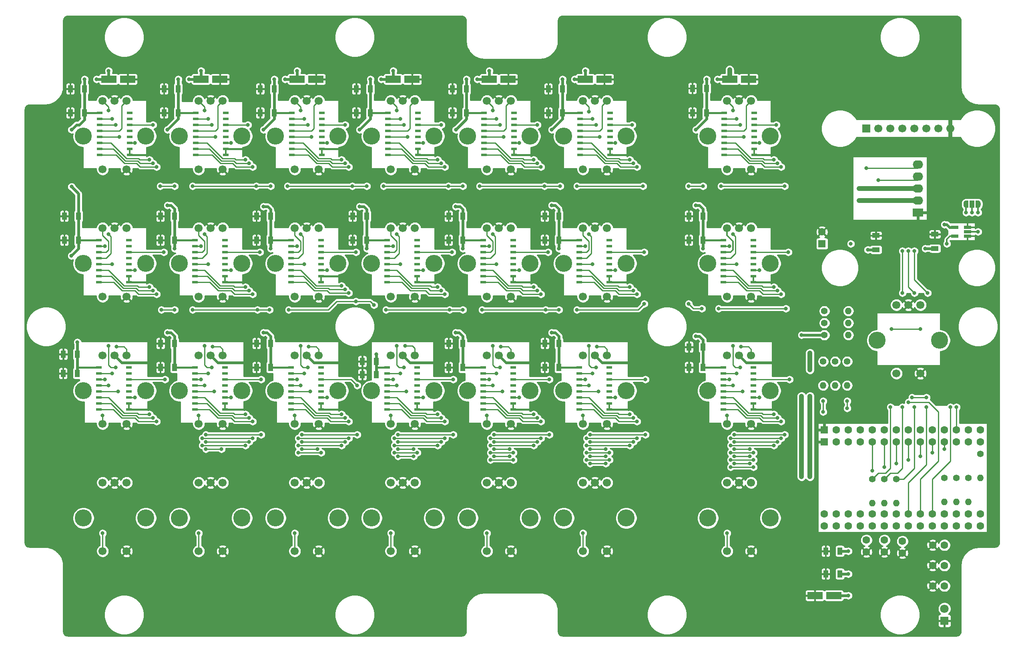
<source format=gbr>
G04 #@! TF.GenerationSoftware,KiCad,Pcbnew,(5.0.2)-1*
G04 #@! TF.CreationDate,2019-03-18T09:59:52+01:00*
G04 #@! TF.ProjectId,PanneauEncoderRotatif_G218,50616e6e-6561-4754-956e-636f64657252,rev?*
G04 #@! TF.SameCoordinates,Original*
G04 #@! TF.FileFunction,Copper,L2,Bot*
G04 #@! TF.FilePolarity,Positive*
%FSLAX46Y46*%
G04 Gerber Fmt 4.6, Leading zero omitted, Abs format (unit mm)*
G04 Created by KiCad (PCBNEW (5.0.2)-1) date 18/03/2019 09:59:52*
%MOMM*%
%LPD*%
G01*
G04 APERTURE LIST*
G04 #@! TA.AperFunction,ComponentPad*
%ADD10O,1.400000X1.400000*%
G04 #@! TD*
G04 #@! TA.AperFunction,ComponentPad*
%ADD11C,1.400000*%
G04 #@! TD*
G04 #@! TA.AperFunction,ComponentPad*
%ADD12C,1.700000*%
G04 #@! TD*
G04 #@! TA.AperFunction,ComponentPad*
%ADD13C,3.600000*%
G04 #@! TD*
G04 #@! TA.AperFunction,ComponentPad*
%ADD14C,1.600000*%
G04 #@! TD*
G04 #@! TA.AperFunction,ComponentPad*
%ADD15R,1.600000X1.600000*%
G04 #@! TD*
G04 #@! TA.AperFunction,SMDPad,CuDef*
%ADD16R,1.000000X1.600000*%
G04 #@! TD*
G04 #@! TA.AperFunction,SMDPad,CuDef*
%ADD17R,3.200000X1.500000*%
G04 #@! TD*
G04 #@! TA.AperFunction,SMDPad,CuDef*
%ADD18R,1.143000X0.508000*%
G04 #@! TD*
G04 #@! TA.AperFunction,ComponentPad*
%ADD19R,1.700000X1.700000*%
G04 #@! TD*
G04 #@! TA.AperFunction,ComponentPad*
%ADD20O,2.200000X1.740000*%
G04 #@! TD*
G04 #@! TA.AperFunction,ComponentPad*
%ADD21R,2.200000X1.740000*%
G04 #@! TD*
G04 #@! TA.AperFunction,SMDPad,CuDef*
%ADD22R,1.600000X1.000000*%
G04 #@! TD*
G04 #@! TA.AperFunction,SMDPad,CuDef*
%ADD23R,1.560000X0.650000*%
G04 #@! TD*
G04 #@! TA.AperFunction,SMDPad,CuDef*
%ADD24C,0.500000*%
G04 #@! TD*
G04 #@! TA.AperFunction,Conductor*
%ADD25C,0.100000*%
G04 #@! TD*
G04 #@! TA.AperFunction,SMDPad,CuDef*
%ADD26R,1.000000X1.500000*%
G04 #@! TD*
G04 #@! TA.AperFunction,ComponentPad*
%ADD27R,1.800000X1.800000*%
G04 #@! TD*
G04 #@! TA.AperFunction,ComponentPad*
%ADD28C,1.800000*%
G04 #@! TD*
G04 #@! TA.AperFunction,ViaPad*
%ADD29C,0.800000*%
G04 #@! TD*
G04 #@! TA.AperFunction,Conductor*
%ADD30C,0.304800*%
G04 #@! TD*
G04 #@! TA.AperFunction,Conductor*
%ADD31C,0.609600*%
G04 #@! TD*
G04 #@! TA.AperFunction,Conductor*
%ADD32C,0.406400*%
G04 #@! TD*
G04 #@! TA.AperFunction,Conductor*
%ADD33C,0.812800*%
G04 #@! TD*
G04 #@! TA.AperFunction,Conductor*
%ADD34C,0.254000*%
G04 #@! TD*
G04 #@! TA.AperFunction,Conductor*
%ADD35C,1.016000*%
G04 #@! TD*
G04 APERTURE END LIST*
D10*
G04 #@! TO.P,R13,2*
G04 #@! TO.N,Net-(LED1-Pad2)*
X223520000Y-113538000D03*
D11*
G04 #@! TO.P,R13,1*
G04 #@! TO.N,TEENSY_LED*
X223520000Y-108458000D03*
G04 #@! TD*
D12*
G04 #@! TO.P,SW62,A*
G04 #@! TO.N,SW62_CH_A*
X175006000Y-60706000D03*
G04 #@! TO.P,SW62,B*
G04 #@! TO.N,SW62_CH_B*
X169926000Y-60706000D03*
G04 #@! TO.P,SW62,C*
G04 #@! TO.N,GND*
X172466000Y-60706000D03*
D13*
G04 #@! TO.P,SW62,P$3*
G04 #@! TO.N,N/C*
X165862000Y-68199000D03*
X179070000Y-68199000D03*
D12*
G04 #@! TO.P,SW62,SW+*
G04 #@! TO.N,SW62_BP*
X169926000Y-75184000D03*
G04 #@! TO.P,SW62,SW-*
G04 #@! TO.N,GND*
X175006000Y-75184000D03*
G04 #@! TD*
G04 #@! TO.P,SW64,A*
G04 #@! TO.N,SW64_CH_A*
X175006000Y-114554000D03*
G04 #@! TO.P,SW64,B*
G04 #@! TO.N,SW64_CH_B*
X169926000Y-114554000D03*
G04 #@! TO.P,SW64,C*
G04 #@! TO.N,GND*
X172466000Y-114554000D03*
D13*
G04 #@! TO.P,SW64,P$3*
G04 #@! TO.N,N/C*
X165862000Y-122047000D03*
X179070000Y-122047000D03*
D12*
G04 #@! TO.P,SW64,SW+*
G04 #@! TO.N,SW64_BP*
X169926000Y-129032000D03*
G04 #@! TO.P,SW64,SW-*
G04 #@! TO.N,GND*
X175006000Y-129032000D03*
G04 #@! TD*
G04 #@! TO.P,SW63,A*
G04 #@! TO.N,SW63_CH_A*
X175006000Y-87630000D03*
G04 #@! TO.P,SW63,B*
G04 #@! TO.N,SW63_CH_B*
X169926000Y-87630000D03*
G04 #@! TO.P,SW63,C*
G04 #@! TO.N,GND*
X172466000Y-87630000D03*
D13*
G04 #@! TO.P,SW63,P$3*
G04 #@! TO.N,N/C*
X165862000Y-95123000D03*
X179070000Y-95123000D03*
D12*
G04 #@! TO.P,SW63,SW+*
G04 #@! TO.N,SW63_BP*
X169926000Y-102108000D03*
G04 #@! TO.P,SW63,SW-*
G04 #@! TO.N,GND*
X175006000Y-102108000D03*
G04 #@! TD*
G04 #@! TO.P,SW61,A*
G04 #@! TO.N,SW61_CH_A*
X175006000Y-33782000D03*
G04 #@! TO.P,SW61,B*
G04 #@! TO.N,SW61_CH_B*
X169926000Y-33782000D03*
G04 #@! TO.P,SW61,C*
G04 #@! TO.N,GND*
X172466000Y-33782000D03*
D13*
G04 #@! TO.P,SW61,P$3*
G04 #@! TO.N,N/C*
X165862000Y-41275000D03*
X179070000Y-41275000D03*
D12*
G04 #@! TO.P,SW61,SW+*
G04 #@! TO.N,SW61_BP*
X169926000Y-48260000D03*
G04 #@! TO.P,SW61,SW-*
G04 #@! TO.N,GND*
X175006000Y-48260000D03*
G04 #@! TD*
G04 #@! TO.P,SW54,A*
G04 #@! TO.N,SW54_CH_A*
X144526000Y-114554000D03*
G04 #@! TO.P,SW54,B*
G04 #@! TO.N,SW54_CH_B*
X139446000Y-114554000D03*
G04 #@! TO.P,SW54,C*
G04 #@! TO.N,GND*
X141986000Y-114554000D03*
D13*
G04 #@! TO.P,SW54,P$3*
G04 #@! TO.N,N/C*
X135382000Y-122047000D03*
X148590000Y-122047000D03*
D12*
G04 #@! TO.P,SW54,SW+*
G04 #@! TO.N,SW54_BP*
X139446000Y-129032000D03*
G04 #@! TO.P,SW54,SW-*
G04 #@! TO.N,GND*
X144526000Y-129032000D03*
G04 #@! TD*
G04 #@! TO.P,SW52,A*
G04 #@! TO.N,SW52_CH_A*
X144526000Y-60706000D03*
G04 #@! TO.P,SW52,B*
G04 #@! TO.N,SW52_CH_B*
X139446000Y-60706000D03*
G04 #@! TO.P,SW52,C*
G04 #@! TO.N,GND*
X141986000Y-60706000D03*
D13*
G04 #@! TO.P,SW52,P$3*
G04 #@! TO.N,N/C*
X135382000Y-68199000D03*
X148590000Y-68199000D03*
D12*
G04 #@! TO.P,SW52,SW+*
G04 #@! TO.N,SW52_BP*
X139446000Y-75184000D03*
G04 #@! TO.P,SW52,SW-*
G04 #@! TO.N,GND*
X144526000Y-75184000D03*
G04 #@! TD*
G04 #@! TO.P,SW51,A*
G04 #@! TO.N,SW51_CH_A*
X144526000Y-33782000D03*
G04 #@! TO.P,SW51,B*
G04 #@! TO.N,SW51_CH_B*
X139446000Y-33782000D03*
G04 #@! TO.P,SW51,C*
G04 #@! TO.N,GND*
X141986000Y-33782000D03*
D13*
G04 #@! TO.P,SW51,P$3*
G04 #@! TO.N,N/C*
X135382000Y-41275000D03*
X148590000Y-41275000D03*
D12*
G04 #@! TO.P,SW51,SW+*
G04 #@! TO.N,SW51_BP*
X139446000Y-48260000D03*
G04 #@! TO.P,SW51,SW-*
G04 #@! TO.N,GND*
X144526000Y-48260000D03*
G04 #@! TD*
G04 #@! TO.P,SW53,A*
G04 #@! TO.N,SW53_CH_A*
X144526000Y-87630000D03*
G04 #@! TO.P,SW53,B*
G04 #@! TO.N,SW53_CH_B*
X139446000Y-87630000D03*
G04 #@! TO.P,SW53,C*
G04 #@! TO.N,GND*
X141986000Y-87630000D03*
D13*
G04 #@! TO.P,SW53,P$3*
G04 #@! TO.N,N/C*
X135382000Y-95123000D03*
X148590000Y-95123000D03*
D12*
G04 #@! TO.P,SW53,SW+*
G04 #@! TO.N,SW53_BP*
X139446000Y-102108000D03*
G04 #@! TO.P,SW53,SW-*
G04 #@! TO.N,GND*
X144526000Y-102108000D03*
G04 #@! TD*
G04 #@! TO.P,SW43,A*
G04 #@! TO.N,SW43_CH_A*
X124206000Y-87630000D03*
G04 #@! TO.P,SW43,B*
G04 #@! TO.N,SW43_CH_B*
X119126000Y-87630000D03*
G04 #@! TO.P,SW43,C*
G04 #@! TO.N,GND*
X121666000Y-87630000D03*
D13*
G04 #@! TO.P,SW43,P$3*
G04 #@! TO.N,N/C*
X115062000Y-95123000D03*
X128270000Y-95123000D03*
D12*
G04 #@! TO.P,SW43,SW+*
G04 #@! TO.N,SW43_BP*
X119126000Y-102108000D03*
G04 #@! TO.P,SW43,SW-*
G04 #@! TO.N,GND*
X124206000Y-102108000D03*
G04 #@! TD*
G04 #@! TO.P,SW42,A*
G04 #@! TO.N,SW42_CH_A*
X124206000Y-60706000D03*
G04 #@! TO.P,SW42,B*
G04 #@! TO.N,SW42_CH_B*
X119126000Y-60706000D03*
G04 #@! TO.P,SW42,C*
G04 #@! TO.N,GND*
X121666000Y-60706000D03*
D13*
G04 #@! TO.P,SW42,P$3*
G04 #@! TO.N,N/C*
X115062000Y-68199000D03*
X128270000Y-68199000D03*
D12*
G04 #@! TO.P,SW42,SW+*
G04 #@! TO.N,SW42_BP*
X119126000Y-75184000D03*
G04 #@! TO.P,SW42,SW-*
G04 #@! TO.N,GND*
X124206000Y-75184000D03*
G04 #@! TD*
G04 #@! TO.P,SW44,A*
G04 #@! TO.N,SW44_CH_A*
X124206000Y-114554000D03*
G04 #@! TO.P,SW44,B*
G04 #@! TO.N,SW44_CH_B*
X119126000Y-114554000D03*
G04 #@! TO.P,SW44,C*
G04 #@! TO.N,GND*
X121666000Y-114554000D03*
D13*
G04 #@! TO.P,SW44,P$3*
G04 #@! TO.N,N/C*
X115062000Y-122047000D03*
X128270000Y-122047000D03*
D12*
G04 #@! TO.P,SW44,SW+*
G04 #@! TO.N,SW44_BP*
X119126000Y-129032000D03*
G04 #@! TO.P,SW44,SW-*
G04 #@! TO.N,GND*
X124206000Y-129032000D03*
G04 #@! TD*
G04 #@! TO.P,SW41,A*
G04 #@! TO.N,SW41_CH_A*
X124206000Y-33782000D03*
G04 #@! TO.P,SW41,B*
G04 #@! TO.N,SW41_CH_B*
X119126000Y-33782000D03*
G04 #@! TO.P,SW41,C*
G04 #@! TO.N,GND*
X121666000Y-33782000D03*
D13*
G04 #@! TO.P,SW41,P$3*
G04 #@! TO.N,N/C*
X115062000Y-41275000D03*
X128270000Y-41275000D03*
D12*
G04 #@! TO.P,SW41,SW+*
G04 #@! TO.N,SW41_BP*
X119126000Y-48260000D03*
G04 #@! TO.P,SW41,SW-*
G04 #@! TO.N,GND*
X124206000Y-48260000D03*
G04 #@! TD*
G04 #@! TO.P,SW33,A*
G04 #@! TO.N,SW33_CH_A*
X103886000Y-87630000D03*
G04 #@! TO.P,SW33,B*
G04 #@! TO.N,SW33_CH_B*
X98806000Y-87630000D03*
G04 #@! TO.P,SW33,C*
G04 #@! TO.N,GND*
X101346000Y-87630000D03*
D13*
G04 #@! TO.P,SW33,P$3*
G04 #@! TO.N,N/C*
X94742000Y-95123000D03*
X107950000Y-95123000D03*
D12*
G04 #@! TO.P,SW33,SW+*
G04 #@! TO.N,SW33_BP*
X98806000Y-102108000D03*
G04 #@! TO.P,SW33,SW-*
G04 #@! TO.N,GND*
X103886000Y-102108000D03*
G04 #@! TD*
G04 #@! TO.P,SW32,A*
G04 #@! TO.N,SW32_CH_A*
X103886000Y-60706000D03*
G04 #@! TO.P,SW32,B*
G04 #@! TO.N,SW32_CH_B*
X98806000Y-60706000D03*
G04 #@! TO.P,SW32,C*
G04 #@! TO.N,GND*
X101346000Y-60706000D03*
D13*
G04 #@! TO.P,SW32,P$3*
G04 #@! TO.N,N/C*
X94742000Y-68199000D03*
X107950000Y-68199000D03*
D12*
G04 #@! TO.P,SW32,SW+*
G04 #@! TO.N,SW32_BP*
X98806000Y-75184000D03*
G04 #@! TO.P,SW32,SW-*
G04 #@! TO.N,GND*
X103886000Y-75184000D03*
G04 #@! TD*
G04 #@! TO.P,SW31,A*
G04 #@! TO.N,SW31_CH_A*
X103886000Y-33782000D03*
G04 #@! TO.P,SW31,B*
G04 #@! TO.N,SW31_CH_B*
X98806000Y-33782000D03*
G04 #@! TO.P,SW31,C*
G04 #@! TO.N,GND*
X101346000Y-33782000D03*
D13*
G04 #@! TO.P,SW31,P$3*
G04 #@! TO.N,N/C*
X94742000Y-41275000D03*
X107950000Y-41275000D03*
D12*
G04 #@! TO.P,SW31,SW+*
G04 #@! TO.N,SW31_BP*
X98806000Y-48260000D03*
G04 #@! TO.P,SW31,SW-*
G04 #@! TO.N,GND*
X103886000Y-48260000D03*
G04 #@! TD*
G04 #@! TO.P,SW34,A*
G04 #@! TO.N,SW34_CH_A*
X103886000Y-114554000D03*
G04 #@! TO.P,SW34,B*
G04 #@! TO.N,SW34_CH_B*
X98806000Y-114554000D03*
G04 #@! TO.P,SW34,C*
G04 #@! TO.N,GND*
X101346000Y-114554000D03*
D13*
G04 #@! TO.P,SW34,P$3*
G04 #@! TO.N,N/C*
X94742000Y-122047000D03*
X107950000Y-122047000D03*
D12*
G04 #@! TO.P,SW34,SW+*
G04 #@! TO.N,SW34_BP*
X98806000Y-129032000D03*
G04 #@! TO.P,SW34,SW-*
G04 #@! TO.N,GND*
X103886000Y-129032000D03*
G04 #@! TD*
G04 #@! TO.P,SW21,A*
G04 #@! TO.N,SW21_CH_A*
X83566000Y-33782000D03*
G04 #@! TO.P,SW21,B*
G04 #@! TO.N,SW21_CH_B*
X78486000Y-33782000D03*
G04 #@! TO.P,SW21,C*
G04 #@! TO.N,GND*
X81026000Y-33782000D03*
D13*
G04 #@! TO.P,SW21,P$3*
G04 #@! TO.N,N/C*
X74422000Y-41275000D03*
X87630000Y-41275000D03*
D12*
G04 #@! TO.P,SW21,SW+*
G04 #@! TO.N,SW21_BP*
X78486000Y-48260000D03*
G04 #@! TO.P,SW21,SW-*
G04 #@! TO.N,GND*
X83566000Y-48260000D03*
G04 #@! TD*
G04 #@! TO.P,SW23,A*
G04 #@! TO.N,SW23_CH_A*
X83566000Y-87630000D03*
G04 #@! TO.P,SW23,B*
G04 #@! TO.N,SW23_CH_B*
X78486000Y-87630000D03*
G04 #@! TO.P,SW23,C*
G04 #@! TO.N,GND*
X81026000Y-87630000D03*
D13*
G04 #@! TO.P,SW23,P$3*
G04 #@! TO.N,N/C*
X74422000Y-95123000D03*
X87630000Y-95123000D03*
D12*
G04 #@! TO.P,SW23,SW+*
G04 #@! TO.N,SW23_BP*
X78486000Y-102108000D03*
G04 #@! TO.P,SW23,SW-*
G04 #@! TO.N,GND*
X83566000Y-102108000D03*
G04 #@! TD*
G04 #@! TO.P,SW24,A*
G04 #@! TO.N,SW24_CH_A*
X83566000Y-114554000D03*
G04 #@! TO.P,SW24,B*
G04 #@! TO.N,SW24_CH_B*
X78486000Y-114554000D03*
G04 #@! TO.P,SW24,C*
G04 #@! TO.N,GND*
X81026000Y-114554000D03*
D13*
G04 #@! TO.P,SW24,P$3*
G04 #@! TO.N,N/C*
X74422000Y-122047000D03*
X87630000Y-122047000D03*
D12*
G04 #@! TO.P,SW24,SW+*
G04 #@! TO.N,SW24_BP*
X78486000Y-129032000D03*
G04 #@! TO.P,SW24,SW-*
G04 #@! TO.N,GND*
X83566000Y-129032000D03*
G04 #@! TD*
G04 #@! TO.P,SW22,A*
G04 #@! TO.N,SW22_CH_A*
X83566000Y-60706000D03*
G04 #@! TO.P,SW22,B*
G04 #@! TO.N,SW22_CH_B*
X78486000Y-60706000D03*
G04 #@! TO.P,SW22,C*
G04 #@! TO.N,GND*
X81026000Y-60706000D03*
D13*
G04 #@! TO.P,SW22,P$3*
G04 #@! TO.N,N/C*
X74422000Y-68199000D03*
X87630000Y-68199000D03*
D12*
G04 #@! TO.P,SW22,SW+*
G04 #@! TO.N,SW22_BP*
X78486000Y-75184000D03*
G04 #@! TO.P,SW22,SW-*
G04 #@! TO.N,GND*
X83566000Y-75184000D03*
G04 #@! TD*
G04 #@! TO.P,SW12,A*
G04 #@! TO.N,SW12_CH_A*
X63246000Y-60706000D03*
G04 #@! TO.P,SW12,B*
G04 #@! TO.N,SW12_CH_B*
X58166000Y-60706000D03*
G04 #@! TO.P,SW12,C*
G04 #@! TO.N,GND*
X60706000Y-60706000D03*
D13*
G04 #@! TO.P,SW12,P$3*
G04 #@! TO.N,N/C*
X54102000Y-68199000D03*
X67310000Y-68199000D03*
D12*
G04 #@! TO.P,SW12,SW+*
G04 #@! TO.N,SW12_BP*
X58166000Y-75184000D03*
G04 #@! TO.P,SW12,SW-*
G04 #@! TO.N,GND*
X63246000Y-75184000D03*
G04 #@! TD*
G04 #@! TO.P,SW14,A*
G04 #@! TO.N,SW14_CH_A*
X63246000Y-114554000D03*
G04 #@! TO.P,SW14,B*
G04 #@! TO.N,SW14_CH_B*
X58166000Y-114554000D03*
G04 #@! TO.P,SW14,C*
G04 #@! TO.N,GND*
X60706000Y-114554000D03*
D13*
G04 #@! TO.P,SW14,P$3*
G04 #@! TO.N,N/C*
X54102000Y-122047000D03*
X67310000Y-122047000D03*
D12*
G04 #@! TO.P,SW14,SW+*
G04 #@! TO.N,SW14_BP*
X58166000Y-129032000D03*
G04 #@! TO.P,SW14,SW-*
G04 #@! TO.N,GND*
X63246000Y-129032000D03*
G04 #@! TD*
G04 #@! TO.P,SW13,A*
G04 #@! TO.N,SW13_CH_A*
X63246000Y-87630000D03*
G04 #@! TO.P,SW13,B*
G04 #@! TO.N,SW13_CH_B*
X58166000Y-87630000D03*
G04 #@! TO.P,SW13,C*
G04 #@! TO.N,GND*
X60706000Y-87630000D03*
D13*
G04 #@! TO.P,SW13,P$3*
G04 #@! TO.N,N/C*
X54102000Y-95123000D03*
X67310000Y-95123000D03*
D12*
G04 #@! TO.P,SW13,SW+*
G04 #@! TO.N,SW13_BP*
X58166000Y-102108000D03*
G04 #@! TO.P,SW13,SW-*
G04 #@! TO.N,GND*
X63246000Y-102108000D03*
G04 #@! TD*
G04 #@! TO.P,SW11,A*
G04 #@! TO.N,SW11_CH_A*
X63246000Y-33782000D03*
G04 #@! TO.P,SW11,B*
G04 #@! TO.N,SW11_CH_B*
X58166000Y-33782000D03*
G04 #@! TO.P,SW11,C*
G04 #@! TO.N,GND*
X60706000Y-33782000D03*
D13*
G04 #@! TO.P,SW11,P$3*
G04 #@! TO.N,N/C*
X54102000Y-41275000D03*
X67310000Y-41275000D03*
D12*
G04 #@! TO.P,SW11,SW+*
G04 #@! TO.N,SW11_BP*
X58166000Y-48260000D03*
G04 #@! TO.P,SW11,SW-*
G04 #@! TO.N,GND*
X63246000Y-48260000D03*
G04 #@! TD*
G04 #@! TO.P,SW2,A*
G04 #@! TO.N,SW02_CH_A*
X42926000Y-60706000D03*
G04 #@! TO.P,SW2,B*
G04 #@! TO.N,SW02_CH_B*
X37846000Y-60706000D03*
G04 #@! TO.P,SW2,C*
G04 #@! TO.N,GND*
X40386000Y-60706000D03*
D13*
G04 #@! TO.P,SW2,P$3*
G04 #@! TO.N,N/C*
X33782000Y-68199000D03*
X46990000Y-68199000D03*
D12*
G04 #@! TO.P,SW2,SW+*
G04 #@! TO.N,SW02_BP*
X37846000Y-75184000D03*
G04 #@! TO.P,SW2,SW-*
G04 #@! TO.N,GND*
X42926000Y-75184000D03*
G04 #@! TD*
G04 #@! TO.P,SW1,A*
G04 #@! TO.N,SW01_CH_A*
X42926000Y-33782000D03*
G04 #@! TO.P,SW1,B*
G04 #@! TO.N,SW01_CH_B*
X37846000Y-33782000D03*
G04 #@! TO.P,SW1,C*
G04 #@! TO.N,GND*
X40386000Y-33782000D03*
D13*
G04 #@! TO.P,SW1,P$3*
G04 #@! TO.N,N/C*
X33782000Y-41275000D03*
X46990000Y-41275000D03*
D12*
G04 #@! TO.P,SW1,SW+*
G04 #@! TO.N,SW01_BP*
X37846000Y-48260000D03*
G04 #@! TO.P,SW1,SW-*
G04 #@! TO.N,GND*
X42926000Y-48260000D03*
G04 #@! TD*
G04 #@! TO.P,SW3,A*
G04 #@! TO.N,SW03_CH_A*
X42926000Y-87630000D03*
G04 #@! TO.P,SW3,B*
G04 #@! TO.N,SW03_CH_B*
X37846000Y-87630000D03*
G04 #@! TO.P,SW3,C*
G04 #@! TO.N,GND*
X40386000Y-87630000D03*
D13*
G04 #@! TO.P,SW3,P$3*
G04 #@! TO.N,N/C*
X33782000Y-95123000D03*
X46990000Y-95123000D03*
D12*
G04 #@! TO.P,SW3,SW+*
G04 #@! TO.N,SW03_BP*
X37846000Y-102108000D03*
G04 #@! TO.P,SW3,SW-*
G04 #@! TO.N,GND*
X42926000Y-102108000D03*
G04 #@! TD*
G04 #@! TO.P,SW4,A*
G04 #@! TO.N,SW04_CH_A*
X42926000Y-114554000D03*
G04 #@! TO.P,SW4,B*
G04 #@! TO.N,SW04_CH_B*
X37846000Y-114554000D03*
G04 #@! TO.P,SW4,C*
G04 #@! TO.N,GND*
X40386000Y-114554000D03*
D13*
G04 #@! TO.P,SW4,P$3*
G04 #@! TO.N,N/C*
X33782000Y-122047000D03*
X46990000Y-122047000D03*
D12*
G04 #@! TO.P,SW4,SW+*
G04 #@! TO.N,SW04_BP*
X37846000Y-129032000D03*
G04 #@! TO.P,SW4,SW-*
G04 #@! TO.N,GND*
X42926000Y-129032000D03*
G04 #@! TD*
G04 #@! TO.P,SW_MAIN1,A*
G04 #@! TO.N,UI_CH_A*
X210820000Y-76962000D03*
G04 #@! TO.P,SW_MAIN1,B*
G04 #@! TO.N,UI_CH_B*
X205740000Y-76962000D03*
G04 #@! TO.P,SW_MAIN1,C*
G04 #@! TO.N,GND*
X208280000Y-76962000D03*
D13*
G04 #@! TO.P,SW_MAIN1,P$3*
G04 #@! TO.N,N/C*
X201676000Y-84455000D03*
X214884000Y-84455000D03*
D12*
G04 #@! TO.P,SW_MAIN1,SW+*
G04 #@! TO.N,UI_BP*
X205740000Y-91440000D03*
G04 #@! TO.P,SW_MAIN1,SW-*
G04 #@! TO.N,GND*
X210820000Y-91440000D03*
G04 #@! TD*
D14*
G04 #@! TO.P,U100,20*
G04 #@! TO.N,TEENSY_LED*
X223520000Y-121158000D03*
G04 #@! TO.P,U100,14*
G04 #@! TO.N,Net-(U100-Pad14)*
X223520000Y-105918000D03*
G04 #@! TO.P,U100,21*
G04 #@! TO.N,CH_A_F*
X220980000Y-121158000D03*
G04 #@! TO.P,U100,22*
G04 #@! TO.N,CH_B_F*
X218440000Y-121158000D03*
G04 #@! TO.P,U100,23*
G04 #@! TO.N,BP_F*
X215900000Y-121158000D03*
G04 #@! TO.P,U100,24*
G04 #@! TO.N,LCD_RST*
X213360000Y-121158000D03*
G04 #@! TO.P,U100,25*
G04 #@! TO.N,SDA*
X210820000Y-121158000D03*
G04 #@! TO.P,U100,26*
G04 #@! TO.N,SCL*
X208280000Y-121158000D03*
G04 #@! TO.P,U100,27*
G04 #@! TO.N,UI_CH_A_F*
X205740000Y-121158000D03*
G04 #@! TO.P,U100,28*
G04 #@! TO.N,UI_CH_B_F*
X203200000Y-121158000D03*
G04 #@! TO.P,U100,29*
G04 #@! TO.N,UI_BP_F*
X200660000Y-121158000D03*
G04 #@! TO.P,U100,30*
G04 #@! TO.N,Net-(U100-Pad30)*
X198120000Y-121158000D03*
G04 #@! TO.P,U100,31*
G04 #@! TO.N,3V3*
X195580000Y-121158000D03*
G04 #@! TO.P,U100,32*
G04 #@! TO.N,Net-(U100-Pad32)*
X193040000Y-121158000D03*
G04 #@! TO.P,U100,33*
G04 #@! TO.N,+5V*
X190500000Y-121158000D03*
G04 #@! TO.P,U100,13*
G04 #@! TO.N,Net-(U100-Pad13)*
X220980000Y-105918000D03*
G04 #@! TO.P,U100,12*
G04 #@! TO.N,OLED_IN_3V3*
X218440000Y-105918000D03*
G04 #@! TO.P,U100,11*
G04 #@! TO.N,Enable_Column6*
X215900000Y-105918000D03*
G04 #@! TO.P,U100,10*
G04 #@! TO.N,Enable_Column5*
X213360000Y-105918000D03*
G04 #@! TO.P,U100,9*
G04 #@! TO.N,Enable_Column4*
X210820000Y-105918000D03*
G04 #@! TO.P,U100,8*
G04 #@! TO.N,Enable_Column3*
X208280000Y-105918000D03*
G04 #@! TO.P,U100,7*
G04 #@! TO.N,Enable_Column2*
X205740000Y-105918000D03*
G04 #@! TO.P,U100,6*
G04 #@! TO.N,Enable_Column1*
X203200000Y-105918000D03*
G04 #@! TO.P,U100,5*
G04 #@! TO.N,Enable_Column0*
X200660000Y-105918000D03*
G04 #@! TO.P,U100,4*
G04 #@! TO.N,Select_C*
X198120000Y-105918000D03*
G04 #@! TO.P,U100,3*
G04 #@! TO.N,Select_B*
X195580000Y-105918000D03*
G04 #@! TO.P,U100,2*
G04 #@! TO.N,Select_A*
X193040000Y-105918000D03*
D15*
G04 #@! TO.P,U100,1*
G04 #@! TO.N,GND*
X190500000Y-105918000D03*
G04 #@! TD*
D14*
G04 #@! TO.P,REF\002A\002A,14*
G04 #@! TO.N,Net-(U100-Pad14)*
X223520000Y-103378000D03*
G04 #@! TO.P,REF\002A\002A,13*
G04 #@! TO.N,Net-(U100-Pad13)*
X220980000Y-103378000D03*
G04 #@! TO.P,REF\002A\002A,12*
G04 #@! TO.N,NEOPIXEL_IN_3V3*
X218440000Y-103378000D03*
G04 #@! TO.P,REF\002A\002A,11*
G04 #@! TO.N,Enable_Column6*
X215900000Y-103378000D03*
G04 #@! TO.P,REF\002A\002A,10*
G04 #@! TO.N,Enable_Column5*
X213360000Y-103378000D03*
G04 #@! TO.P,REF\002A\002A,9*
G04 #@! TO.N,Enable_Column4*
X210820000Y-103378000D03*
G04 #@! TO.P,REF\002A\002A,8*
G04 #@! TO.N,Enable_Column3*
X208280000Y-103378000D03*
G04 #@! TO.P,REF\002A\002A,7*
G04 #@! TO.N,Enable_Column2*
X205740000Y-103378000D03*
G04 #@! TO.P,REF\002A\002A,6*
G04 #@! TO.N,Enable_Column1*
X203200000Y-103378000D03*
G04 #@! TO.P,REF\002A\002A,5*
G04 #@! TO.N,Enable_Column0*
X200660000Y-103378000D03*
G04 #@! TO.P,REF\002A\002A,4*
G04 #@! TO.N,Select_C*
X198120000Y-103378000D03*
G04 #@! TO.P,REF\002A\002A,3*
G04 #@! TO.N,Select_B*
X195580000Y-103378000D03*
G04 #@! TO.P,REF\002A\002A,2*
G04 #@! TO.N,Select_A*
X193040000Y-103378000D03*
D15*
G04 #@! TO.P,REF\002A\002A,1*
G04 #@! TO.N,GND*
X190500000Y-103378000D03*
G04 #@! TD*
D14*
G04 #@! TO.P,REF\002A\002A,1*
G04 #@! TO.N,+5V*
X190500000Y-123698000D03*
G04 #@! TO.P,REF\002A\002A,2*
G04 #@! TO.N,Net-(U100-Pad32)*
X193040000Y-123698000D03*
G04 #@! TO.P,REF\002A\002A,3*
G04 #@! TO.N,3V3*
X195580000Y-123698000D03*
G04 #@! TO.P,REF\002A\002A,4*
G04 #@! TO.N,Net-(U100-Pad30)*
X198120000Y-123698000D03*
G04 #@! TO.P,REF\002A\002A,5*
G04 #@! TO.N,UI_BP_F*
X200660000Y-123698000D03*
G04 #@! TO.P,REF\002A\002A,6*
G04 #@! TO.N,UI_CH_B_F*
X203200000Y-123698000D03*
G04 #@! TO.P,REF\002A\002A,7*
G04 #@! TO.N,UI_CH_A_F*
X205740000Y-123698000D03*
G04 #@! TO.P,REF\002A\002A,8*
G04 #@! TO.N,SCL*
X208280000Y-123698000D03*
G04 #@! TO.P,REF\002A\002A,9*
G04 #@! TO.N,SDA*
X210820000Y-123698000D03*
G04 #@! TO.P,REF\002A\002A,10*
G04 #@! TO.N,LCD_RST*
X213360000Y-123698000D03*
G04 #@! TO.P,REF\002A\002A,11*
G04 #@! TO.N,BP_F*
X215900000Y-123698000D03*
G04 #@! TO.P,REF\002A\002A,12*
G04 #@! TO.N,CH_B_F*
X218440000Y-123698000D03*
G04 #@! TO.P,REF\002A\002A,13*
G04 #@! TO.N,CH_A_F*
X220980000Y-123698000D03*
G04 #@! TO.P,REF\002A\002A,14*
G04 #@! TO.N,TEENSY_LED*
X223520000Y-123698000D03*
G04 #@! TD*
D11*
G04 #@! TO.P,R9,1*
G04 #@! TO.N,CH_A*
X220980000Y-113538000D03*
D10*
G04 #@! TO.P,R9,2*
G04 #@! TO.N,CH_A_F*
X220980000Y-118618000D03*
G04 #@! TD*
D11*
G04 #@! TO.P,R8,1*
G04 #@! TO.N,CH_B*
X218440000Y-113538000D03*
D10*
G04 #@! TO.P,R8,2*
G04 #@! TO.N,CH_B_F*
X218440000Y-118618000D03*
G04 #@! TD*
G04 #@! TO.P,R7,2*
G04 #@! TO.N,BP_F*
X215900000Y-118618000D03*
D11*
G04 #@! TO.P,R7,1*
G04 #@! TO.N,BP*
X215900000Y-113538000D03*
G04 #@! TD*
G04 #@! TO.P,R6,1*
G04 #@! TO.N,3V3*
X190500000Y-83312000D03*
D10*
G04 #@! TO.P,R6,2*
G04 #@! TO.N,UI_BP*
X195580000Y-83312000D03*
G04 #@! TD*
D11*
G04 #@! TO.P,R5,1*
G04 #@! TO.N,3V3*
X190500000Y-80772000D03*
D10*
G04 #@! TO.P,R5,2*
G04 #@! TO.N,UI_CH_A*
X195580000Y-80772000D03*
G04 #@! TD*
D11*
G04 #@! TO.P,R4,1*
G04 #@! TO.N,3V3*
X190500000Y-78232000D03*
D10*
G04 #@! TO.P,R4,2*
G04 #@! TO.N,UI_CH_B*
X195580000Y-78232000D03*
G04 #@! TD*
D11*
G04 #@! TO.P,R3,1*
G04 #@! TO.N,3V3*
X190246000Y-88900000D03*
D10*
G04 #@! TO.P,R3,2*
G04 #@! TO.N,BP*
X190246000Y-93980000D03*
G04 #@! TD*
D11*
G04 #@! TO.P,R2,1*
G04 #@! TO.N,3V3*
X195326000Y-88900000D03*
D10*
G04 #@! TO.P,R2,2*
G04 #@! TO.N,CH_B*
X195326000Y-93980000D03*
G04 #@! TD*
D11*
G04 #@! TO.P,R1,1*
G04 #@! TO.N,3V3*
X192786000Y-88900000D03*
D10*
G04 #@! TO.P,R1,2*
G04 #@! TO.N,CH_A*
X192786000Y-93980000D03*
G04 #@! TD*
D16*
G04 #@! TO.P,CM3,1*
G04 #@! TO.N,GND*
X190778000Y-129032000D03*
G04 #@! TO.P,CM3,2*
G04 #@! TO.N,3V3*
X193778000Y-129032000D03*
G04 #@! TD*
G04 #@! TO.P,CM2,2*
G04 #@! TO.N,3V3*
X193778000Y-133858000D03*
G04 #@! TO.P,CM2,1*
G04 #@! TO.N,GND*
X190778000Y-133858000D03*
G04 #@! TD*
D17*
G04 #@! TO.P,CM1,2*
G04 #@! TO.N,GND*
X188500000Y-138430000D03*
G04 #@! TO.P,CM1,1*
G04 #@! TO.N,3V3*
X192500000Y-138430000D03*
G04 #@! TD*
D18*
G04 #@! TO.P,U61,16*
G04 #@! TO.N,3V3*
X169291000Y-36322000D03*
G04 #@! TO.P,U61,14*
G04 #@! TO.N,SW62_CH_A*
X169291000Y-38862000D03*
G04 #@! TO.P,U61,13*
G04 #@! TO.N,SW61_CH_A*
X169291000Y-40132000D03*
G04 #@! TO.P,U61,12*
G04 #@! TO.N,SW64_CH_A*
X169291000Y-41402000D03*
G04 #@! TO.P,U61,11*
G04 #@! TO.N,Select_A*
X169291000Y-42672000D03*
G04 #@! TO.P,U61,10*
G04 #@! TO.N,Select_B*
X169291000Y-43942000D03*
G04 #@! TO.P,U61,9*
G04 #@! TO.N,Select_C*
X169291000Y-45212000D03*
G04 #@! TO.P,U61,8*
G04 #@! TO.N,GND*
X175641000Y-45212000D03*
G04 #@! TO.P,U61,7*
X175641000Y-43942000D03*
G04 #@! TO.P,U61,6*
G04 #@! TO.N,Enable_Column6*
X175641000Y-42672000D03*
G04 #@! TO.P,U61,5*
G04 #@! TO.N,Net-(U61-Pad5)*
X175641000Y-41402000D03*
G04 #@! TO.P,U61,4*
G04 #@! TO.N,Net-(U61-Pad4)*
X175641000Y-40132000D03*
G04 #@! TO.P,U61,3*
G04 #@! TO.N,CH_A*
X175641000Y-38862000D03*
G04 #@! TO.P,U61,2*
G04 #@! TO.N,Net-(U61-Pad2)*
X175641000Y-37592000D03*
G04 #@! TO.P,U61,1*
G04 #@! TO.N,Net-(U61-Pad1)*
X175641000Y-36322000D03*
G04 #@! TO.P,U61,15*
G04 #@! TO.N,SW63_CH_A*
X169291000Y-37592000D03*
G04 #@! TD*
D16*
G04 #@! TO.P,C63,1*
G04 #@! TO.N,GND*
X162584000Y-31139000D03*
G04 #@! TO.P,C63,2*
G04 #@! TO.N,3V3*
X165584000Y-31139000D03*
G04 #@! TD*
D18*
G04 #@! TO.P,U62,16*
G04 #@! TO.N,3V3*
X169164000Y-63246000D03*
G04 #@! TO.P,U62,14*
G04 #@! TO.N,SW62_CH_B*
X169164000Y-65786000D03*
G04 #@! TO.P,U62,13*
G04 #@! TO.N,SW61_CH_B*
X169164000Y-67056000D03*
G04 #@! TO.P,U62,12*
G04 #@! TO.N,SW64_CH_B*
X169164000Y-68326000D03*
G04 #@! TO.P,U62,11*
G04 #@! TO.N,Select_A*
X169164000Y-69596000D03*
G04 #@! TO.P,U62,10*
G04 #@! TO.N,Select_B*
X169164000Y-70866000D03*
G04 #@! TO.P,U62,9*
G04 #@! TO.N,Select_C*
X169164000Y-72136000D03*
G04 #@! TO.P,U62,8*
G04 #@! TO.N,GND*
X175514000Y-72136000D03*
G04 #@! TO.P,U62,7*
X175514000Y-70866000D03*
G04 #@! TO.P,U62,6*
G04 #@! TO.N,Enable_Column6*
X175514000Y-69596000D03*
G04 #@! TO.P,U62,5*
G04 #@! TO.N,Net-(U62-Pad5)*
X175514000Y-68326000D03*
G04 #@! TO.P,U62,4*
G04 #@! TO.N,Net-(U62-Pad4)*
X175514000Y-67056000D03*
G04 #@! TO.P,U62,3*
G04 #@! TO.N,CH_B*
X175514000Y-65786000D03*
G04 #@! TO.P,U62,2*
G04 #@! TO.N,Net-(U62-Pad2)*
X175514000Y-64516000D03*
G04 #@! TO.P,U62,1*
G04 #@! TO.N,Net-(U62-Pad1)*
X175514000Y-63246000D03*
G04 #@! TO.P,U62,15*
G04 #@! TO.N,SW63_CH_B*
X169164000Y-64516000D03*
G04 #@! TD*
D16*
G04 #@! TO.P,C67,1*
G04 #@! TO.N,GND*
X161846000Y-85852000D03*
G04 #@! TO.P,C67,2*
G04 #@! TO.N,3V3*
X164846000Y-85852000D03*
G04 #@! TD*
D18*
G04 #@! TO.P,U63,15*
G04 #@! TO.N,SW63_BP*
X169164000Y-91440000D03*
G04 #@! TO.P,U63,1*
G04 #@! TO.N,Net-(U63-Pad1)*
X175514000Y-90170000D03*
G04 #@! TO.P,U63,2*
G04 #@! TO.N,Net-(U63-Pad2)*
X175514000Y-91440000D03*
G04 #@! TO.P,U63,3*
G04 #@! TO.N,BP*
X175514000Y-92710000D03*
G04 #@! TO.P,U63,4*
G04 #@! TO.N,Net-(U63-Pad4)*
X175514000Y-93980000D03*
G04 #@! TO.P,U63,5*
G04 #@! TO.N,Net-(U63-Pad5)*
X175514000Y-95250000D03*
G04 #@! TO.P,U63,6*
G04 #@! TO.N,Enable_Column6*
X175514000Y-96520000D03*
G04 #@! TO.P,U63,7*
G04 #@! TO.N,GND*
X175514000Y-97790000D03*
G04 #@! TO.P,U63,8*
X175514000Y-99060000D03*
G04 #@! TO.P,U63,9*
G04 #@! TO.N,Select_C*
X169164000Y-99060000D03*
G04 #@! TO.P,U63,10*
G04 #@! TO.N,Select_B*
X169164000Y-97790000D03*
G04 #@! TO.P,U63,11*
G04 #@! TO.N,Select_A*
X169164000Y-96520000D03*
G04 #@! TO.P,U63,12*
G04 #@! TO.N,SW64_BP*
X169164000Y-95250000D03*
G04 #@! TO.P,U63,13*
G04 #@! TO.N,SW61_BP*
X169164000Y-93980000D03*
G04 #@! TO.P,U63,14*
G04 #@! TO.N,SW62_BP*
X169164000Y-92710000D03*
G04 #@! TO.P,U63,16*
G04 #@! TO.N,3V3*
X169164000Y-90170000D03*
G04 #@! TD*
D17*
G04 #@! TO.P,C61,1*
G04 #@! TO.N,3V3*
X170466000Y-29210000D03*
G04 #@! TO.P,C61,2*
G04 #@! TO.N,GND*
X174466000Y-29210000D03*
G04 #@! TD*
D16*
G04 #@! TO.P,C64,2*
G04 #@! TO.N,3V3*
X164822000Y-63246000D03*
G04 #@! TO.P,C64,1*
G04 #@! TO.N,GND*
X161822000Y-63246000D03*
G04 #@! TD*
G04 #@! TO.P,C66,2*
G04 #@! TO.N,3V3*
X164846000Y-90170000D03*
G04 #@! TO.P,C66,1*
G04 #@! TO.N,GND*
X161846000Y-90170000D03*
G04 #@! TD*
G04 #@! TO.P,C65,1*
G04 #@! TO.N,GND*
X161822000Y-58166000D03*
G04 #@! TO.P,C65,2*
G04 #@! TO.N,3V3*
X164822000Y-58166000D03*
G04 #@! TD*
G04 #@! TO.P,C62,1*
G04 #@! TO.N,GND*
X162584000Y-36322000D03*
G04 #@! TO.P,C62,2*
G04 #@! TO.N,3V3*
X165584000Y-36322000D03*
G04 #@! TD*
D18*
G04 #@! TO.P,U51,15*
G04 #@! TO.N,SW53_CH_A*
X138811000Y-37592000D03*
G04 #@! TO.P,U51,1*
G04 #@! TO.N,Net-(U51-Pad1)*
X145161000Y-36322000D03*
G04 #@! TO.P,U51,2*
G04 #@! TO.N,Net-(U51-Pad2)*
X145161000Y-37592000D03*
G04 #@! TO.P,U51,3*
G04 #@! TO.N,CH_A*
X145161000Y-38862000D03*
G04 #@! TO.P,U51,4*
G04 #@! TO.N,Net-(U51-Pad4)*
X145161000Y-40132000D03*
G04 #@! TO.P,U51,5*
G04 #@! TO.N,Net-(U51-Pad5)*
X145161000Y-41402000D03*
G04 #@! TO.P,U51,6*
G04 #@! TO.N,Enable_Column5*
X145161000Y-42672000D03*
G04 #@! TO.P,U51,7*
G04 #@! TO.N,GND*
X145161000Y-43942000D03*
G04 #@! TO.P,U51,8*
X145161000Y-45212000D03*
G04 #@! TO.P,U51,9*
G04 #@! TO.N,Select_C*
X138811000Y-45212000D03*
G04 #@! TO.P,U51,10*
G04 #@! TO.N,Select_B*
X138811000Y-43942000D03*
G04 #@! TO.P,U51,11*
G04 #@! TO.N,Select_A*
X138811000Y-42672000D03*
G04 #@! TO.P,U51,12*
G04 #@! TO.N,SW54_CH_A*
X138811000Y-41402000D03*
G04 #@! TO.P,U51,13*
G04 #@! TO.N,SW51_CH_A*
X138811000Y-40132000D03*
G04 #@! TO.P,U51,14*
G04 #@! TO.N,SW52_CH_A*
X138811000Y-38862000D03*
G04 #@! TO.P,U51,16*
G04 #@! TO.N,3V3*
X138811000Y-36322000D03*
G04 #@! TD*
D16*
G04 #@! TO.P,C52,2*
G04 #@! TO.N,3V3*
X135104000Y-36322000D03*
G04 #@! TO.P,C52,1*
G04 #@! TO.N,GND*
X132104000Y-36322000D03*
G04 #@! TD*
G04 #@! TO.P,C55,2*
G04 #@! TO.N,3V3*
X134342000Y-58166000D03*
G04 #@! TO.P,C55,1*
G04 #@! TO.N,GND*
X131342000Y-58166000D03*
G04 #@! TD*
D18*
G04 #@! TO.P,U52,15*
G04 #@! TO.N,SW53_CH_B*
X138684000Y-64516000D03*
G04 #@! TO.P,U52,1*
G04 #@! TO.N,Net-(U52-Pad1)*
X145034000Y-63246000D03*
G04 #@! TO.P,U52,2*
G04 #@! TO.N,Net-(U52-Pad2)*
X145034000Y-64516000D03*
G04 #@! TO.P,U52,3*
G04 #@! TO.N,CH_B*
X145034000Y-65786000D03*
G04 #@! TO.P,U52,4*
G04 #@! TO.N,Net-(U52-Pad4)*
X145034000Y-67056000D03*
G04 #@! TO.P,U52,5*
G04 #@! TO.N,Net-(U52-Pad5)*
X145034000Y-68326000D03*
G04 #@! TO.P,U52,6*
G04 #@! TO.N,Enable_Column5*
X145034000Y-69596000D03*
G04 #@! TO.P,U52,7*
G04 #@! TO.N,GND*
X145034000Y-70866000D03*
G04 #@! TO.P,U52,8*
X145034000Y-72136000D03*
G04 #@! TO.P,U52,9*
G04 #@! TO.N,Select_C*
X138684000Y-72136000D03*
G04 #@! TO.P,U52,10*
G04 #@! TO.N,Select_B*
X138684000Y-70866000D03*
G04 #@! TO.P,U52,11*
G04 #@! TO.N,Select_A*
X138684000Y-69596000D03*
G04 #@! TO.P,U52,12*
G04 #@! TO.N,SW54_CH_B*
X138684000Y-68326000D03*
G04 #@! TO.P,U52,13*
G04 #@! TO.N,SW51_CH_B*
X138684000Y-67056000D03*
G04 #@! TO.P,U52,14*
G04 #@! TO.N,SW52_CH_B*
X138684000Y-65786000D03*
G04 #@! TO.P,U52,16*
G04 #@! TO.N,3V3*
X138684000Y-63246000D03*
G04 #@! TD*
D16*
G04 #@! TO.P,C56,1*
G04 #@! TO.N,GND*
X131342000Y-90170000D03*
G04 #@! TO.P,C56,2*
G04 #@! TO.N,3V3*
X134342000Y-90170000D03*
G04 #@! TD*
G04 #@! TO.P,C54,1*
G04 #@! TO.N,GND*
X131342000Y-63246000D03*
G04 #@! TO.P,C54,2*
G04 #@! TO.N,3V3*
X134342000Y-63246000D03*
G04 #@! TD*
D17*
G04 #@! TO.P,C51,2*
G04 #@! TO.N,GND*
X143954000Y-29210000D03*
G04 #@! TO.P,C51,1*
G04 #@! TO.N,3V3*
X139954000Y-29210000D03*
G04 #@! TD*
D18*
G04 #@! TO.P,U53,16*
G04 #@! TO.N,3V3*
X138684000Y-90170000D03*
G04 #@! TO.P,U53,14*
G04 #@! TO.N,SW52_BP*
X138684000Y-92710000D03*
G04 #@! TO.P,U53,13*
G04 #@! TO.N,SW51_BP*
X138684000Y-93980000D03*
G04 #@! TO.P,U53,12*
G04 #@! TO.N,SW54_BP*
X138684000Y-95250000D03*
G04 #@! TO.P,U53,11*
G04 #@! TO.N,Select_A*
X138684000Y-96520000D03*
G04 #@! TO.P,U53,10*
G04 #@! TO.N,Select_B*
X138684000Y-97790000D03*
G04 #@! TO.P,U53,9*
G04 #@! TO.N,Select_C*
X138684000Y-99060000D03*
G04 #@! TO.P,U53,8*
G04 #@! TO.N,GND*
X145034000Y-99060000D03*
G04 #@! TO.P,U53,7*
X145034000Y-97790000D03*
G04 #@! TO.P,U53,6*
G04 #@! TO.N,Enable_Column5*
X145034000Y-96520000D03*
G04 #@! TO.P,U53,5*
G04 #@! TO.N,Net-(U53-Pad5)*
X145034000Y-95250000D03*
G04 #@! TO.P,U53,4*
G04 #@! TO.N,Net-(U53-Pad4)*
X145034000Y-93980000D03*
G04 #@! TO.P,U53,3*
G04 #@! TO.N,BP*
X145034000Y-92710000D03*
G04 #@! TO.P,U53,2*
G04 #@! TO.N,Net-(U53-Pad2)*
X145034000Y-91440000D03*
G04 #@! TO.P,U53,1*
G04 #@! TO.N,Net-(U53-Pad1)*
X145034000Y-90170000D03*
G04 #@! TO.P,U53,15*
G04 #@! TO.N,SW53_BP*
X138684000Y-91440000D03*
G04 #@! TD*
D16*
G04 #@! TO.P,C57,2*
G04 #@! TO.N,3V3*
X134366000Y-85090000D03*
G04 #@! TO.P,C57,1*
G04 #@! TO.N,GND*
X131366000Y-85090000D03*
G04 #@! TD*
G04 #@! TO.P,C53,2*
G04 #@! TO.N,3V3*
X135104000Y-31242000D03*
G04 #@! TO.P,C53,1*
G04 #@! TO.N,GND*
X132104000Y-31242000D03*
G04 #@! TD*
D17*
G04 #@! TO.P,C41,2*
G04 #@! TO.N,GND*
X123634000Y-29210000D03*
G04 #@! TO.P,C41,1*
G04 #@! TO.N,3V3*
X119634000Y-29210000D03*
G04 #@! TD*
D18*
G04 #@! TO.P,U43,16*
G04 #@! TO.N,3V3*
X118364000Y-90170000D03*
G04 #@! TO.P,U43,14*
G04 #@! TO.N,SW42_BP*
X118364000Y-92710000D03*
G04 #@! TO.P,U43,13*
G04 #@! TO.N,SW41_BP*
X118364000Y-93980000D03*
G04 #@! TO.P,U43,12*
G04 #@! TO.N,SW44_BP*
X118364000Y-95250000D03*
G04 #@! TO.P,U43,11*
G04 #@! TO.N,Select_A*
X118364000Y-96520000D03*
G04 #@! TO.P,U43,10*
G04 #@! TO.N,Select_B*
X118364000Y-97790000D03*
G04 #@! TO.P,U43,9*
G04 #@! TO.N,Select_C*
X118364000Y-99060000D03*
G04 #@! TO.P,U43,8*
G04 #@! TO.N,GND*
X124714000Y-99060000D03*
G04 #@! TO.P,U43,7*
X124714000Y-97790000D03*
G04 #@! TO.P,U43,6*
G04 #@! TO.N,Enable_Column4*
X124714000Y-96520000D03*
G04 #@! TO.P,U43,5*
G04 #@! TO.N,Net-(U43-Pad5)*
X124714000Y-95250000D03*
G04 #@! TO.P,U43,4*
G04 #@! TO.N,Net-(U43-Pad4)*
X124714000Y-93980000D03*
G04 #@! TO.P,U43,3*
G04 #@! TO.N,BP*
X124714000Y-92710000D03*
G04 #@! TO.P,U43,2*
G04 #@! TO.N,Net-(U43-Pad2)*
X124714000Y-91440000D03*
G04 #@! TO.P,U43,1*
G04 #@! TO.N,Net-(U43-Pad1)*
X124714000Y-90170000D03*
G04 #@! TO.P,U43,15*
G04 #@! TO.N,SW43_BP*
X118364000Y-91440000D03*
G04 #@! TD*
D16*
G04 #@! TO.P,C43,2*
G04 #@! TO.N,3V3*
X114808000Y-31242000D03*
G04 #@! TO.P,C43,1*
G04 #@! TO.N,GND*
X111808000Y-31242000D03*
G04 #@! TD*
G04 #@! TO.P,C45,2*
G04 #@! TO.N,3V3*
X114022000Y-58166000D03*
G04 #@! TO.P,C45,1*
G04 #@! TO.N,GND*
X111022000Y-58166000D03*
G04 #@! TD*
G04 #@! TO.P,C46,1*
G04 #@! TO.N,GND*
X111022000Y-90170000D03*
G04 #@! TO.P,C46,2*
G04 #@! TO.N,3V3*
X114022000Y-90170000D03*
G04 #@! TD*
D18*
G04 #@! TO.P,U42,15*
G04 #@! TO.N,SW43_CH_B*
X118364000Y-64516000D03*
G04 #@! TO.P,U42,1*
G04 #@! TO.N,Net-(U42-Pad1)*
X124714000Y-63246000D03*
G04 #@! TO.P,U42,2*
G04 #@! TO.N,Net-(U42-Pad2)*
X124714000Y-64516000D03*
G04 #@! TO.P,U42,3*
G04 #@! TO.N,CH_B*
X124714000Y-65786000D03*
G04 #@! TO.P,U42,4*
G04 #@! TO.N,Net-(U42-Pad4)*
X124714000Y-67056000D03*
G04 #@! TO.P,U42,5*
G04 #@! TO.N,Net-(U42-Pad5)*
X124714000Y-68326000D03*
G04 #@! TO.P,U42,6*
G04 #@! TO.N,Enable_Column4*
X124714000Y-69596000D03*
G04 #@! TO.P,U42,7*
G04 #@! TO.N,GND*
X124714000Y-70866000D03*
G04 #@! TO.P,U42,8*
X124714000Y-72136000D03*
G04 #@! TO.P,U42,9*
G04 #@! TO.N,Select_C*
X118364000Y-72136000D03*
G04 #@! TO.P,U42,10*
G04 #@! TO.N,Select_B*
X118364000Y-70866000D03*
G04 #@! TO.P,U42,11*
G04 #@! TO.N,Select_A*
X118364000Y-69596000D03*
G04 #@! TO.P,U42,12*
G04 #@! TO.N,SW44_CH_B*
X118364000Y-68326000D03*
G04 #@! TO.P,U42,13*
G04 #@! TO.N,SW41_CH_B*
X118364000Y-67056000D03*
G04 #@! TO.P,U42,14*
G04 #@! TO.N,SW42_CH_B*
X118364000Y-65786000D03*
G04 #@! TO.P,U42,16*
G04 #@! TO.N,3V3*
X118364000Y-63246000D03*
G04 #@! TD*
D16*
G04 #@! TO.P,C42,2*
G04 #@! TO.N,3V3*
X114808000Y-36322000D03*
G04 #@! TO.P,C42,1*
G04 #@! TO.N,GND*
X111808000Y-36322000D03*
G04 #@! TD*
G04 #@! TO.P,C44,1*
G04 #@! TO.N,GND*
X111022000Y-63246000D03*
G04 #@! TO.P,C44,2*
G04 #@! TO.N,3V3*
X114022000Y-63246000D03*
G04 #@! TD*
G04 #@! TO.P,C47,2*
G04 #@! TO.N,3V3*
X114022000Y-85090000D03*
G04 #@! TO.P,C47,1*
G04 #@! TO.N,GND*
X111022000Y-85090000D03*
G04 #@! TD*
D18*
G04 #@! TO.P,U41,15*
G04 #@! TO.N,SW43_CH_A*
X118491000Y-37592000D03*
G04 #@! TO.P,U41,1*
G04 #@! TO.N,Net-(U41-Pad1)*
X124841000Y-36322000D03*
G04 #@! TO.P,U41,2*
G04 #@! TO.N,Net-(U41-Pad2)*
X124841000Y-37592000D03*
G04 #@! TO.P,U41,3*
G04 #@! TO.N,CH_A*
X124841000Y-38862000D03*
G04 #@! TO.P,U41,4*
G04 #@! TO.N,Net-(U41-Pad4)*
X124841000Y-40132000D03*
G04 #@! TO.P,U41,5*
G04 #@! TO.N,Net-(U41-Pad5)*
X124841000Y-41402000D03*
G04 #@! TO.P,U41,6*
G04 #@! TO.N,Enable_Column4*
X124841000Y-42672000D03*
G04 #@! TO.P,U41,7*
G04 #@! TO.N,GND*
X124841000Y-43942000D03*
G04 #@! TO.P,U41,8*
X124841000Y-45212000D03*
G04 #@! TO.P,U41,9*
G04 #@! TO.N,Select_C*
X118491000Y-45212000D03*
G04 #@! TO.P,U41,10*
G04 #@! TO.N,Select_B*
X118491000Y-43942000D03*
G04 #@! TO.P,U41,11*
G04 #@! TO.N,Select_A*
X118491000Y-42672000D03*
G04 #@! TO.P,U41,12*
G04 #@! TO.N,SW44_CH_A*
X118491000Y-41402000D03*
G04 #@! TO.P,U41,13*
G04 #@! TO.N,SW41_CH_A*
X118491000Y-40132000D03*
G04 #@! TO.P,U41,14*
G04 #@! TO.N,SW42_CH_A*
X118491000Y-38862000D03*
G04 #@! TO.P,U41,16*
G04 #@! TO.N,3V3*
X118491000Y-36322000D03*
G04 #@! TD*
D16*
G04 #@! TO.P,C33,1*
G04 #@! TO.N,GND*
X91488000Y-31242000D03*
G04 #@! TO.P,C33,2*
G04 #@! TO.N,3V3*
X94488000Y-31242000D03*
G04 #@! TD*
G04 #@! TO.P,C35,1*
G04 #@! TO.N,GND*
X90702000Y-58166000D03*
G04 #@! TO.P,C35,2*
G04 #@! TO.N,3V3*
X93702000Y-58166000D03*
G04 #@! TD*
G04 #@! TO.P,C37,1*
G04 #@! TO.N,GND*
X92758000Y-88900000D03*
G04 #@! TO.P,C37,2*
G04 #@! TO.N,3V3*
X95758000Y-88900000D03*
G04 #@! TD*
G04 #@! TO.P,C34,2*
G04 #@! TO.N,3V3*
X93702000Y-63246000D03*
G04 #@! TO.P,C34,1*
G04 #@! TO.N,GND*
X90702000Y-63246000D03*
G04 #@! TD*
D17*
G04 #@! TO.P,C31,1*
G04 #@! TO.N,3V3*
X99314000Y-29210000D03*
G04 #@! TO.P,C31,2*
G04 #@! TO.N,GND*
X103314000Y-29210000D03*
G04 #@! TD*
D18*
G04 #@! TO.P,U31,16*
G04 #@! TO.N,3V3*
X98171000Y-36322000D03*
G04 #@! TO.P,U31,14*
G04 #@! TO.N,SW32_CH_A*
X98171000Y-38862000D03*
G04 #@! TO.P,U31,13*
G04 #@! TO.N,SW31_CH_A*
X98171000Y-40132000D03*
G04 #@! TO.P,U31,12*
G04 #@! TO.N,SW34_CH_A*
X98171000Y-41402000D03*
G04 #@! TO.P,U31,11*
G04 #@! TO.N,Select_A*
X98171000Y-42672000D03*
G04 #@! TO.P,U31,10*
G04 #@! TO.N,Select_B*
X98171000Y-43942000D03*
G04 #@! TO.P,U31,9*
G04 #@! TO.N,Select_C*
X98171000Y-45212000D03*
G04 #@! TO.P,U31,8*
G04 #@! TO.N,GND*
X104521000Y-45212000D03*
G04 #@! TO.P,U31,7*
X104521000Y-43942000D03*
G04 #@! TO.P,U31,6*
G04 #@! TO.N,Enable_Column3*
X104521000Y-42672000D03*
G04 #@! TO.P,U31,5*
G04 #@! TO.N,Net-(U31-Pad5)*
X104521000Y-41402000D03*
G04 #@! TO.P,U31,4*
G04 #@! TO.N,Net-(U31-Pad4)*
X104521000Y-40132000D03*
G04 #@! TO.P,U31,3*
G04 #@! TO.N,CH_A*
X104521000Y-38862000D03*
G04 #@! TO.P,U31,2*
G04 #@! TO.N,Net-(U31-Pad2)*
X104521000Y-37592000D03*
G04 #@! TO.P,U31,1*
G04 #@! TO.N,Net-(U31-Pad1)*
X104521000Y-36322000D03*
G04 #@! TO.P,U31,15*
G04 #@! TO.N,SW33_CH_A*
X98171000Y-37592000D03*
G04 #@! TD*
D16*
G04 #@! TO.P,C36,2*
G04 #@! TO.N,3V3*
X95758000Y-91694000D03*
G04 #@! TO.P,C36,1*
G04 #@! TO.N,GND*
X92758000Y-91694000D03*
G04 #@! TD*
G04 #@! TO.P,C32,1*
G04 #@! TO.N,GND*
X91488000Y-36322000D03*
G04 #@! TO.P,C32,2*
G04 #@! TO.N,3V3*
X94488000Y-36322000D03*
G04 #@! TD*
D18*
G04 #@! TO.P,U33,15*
G04 #@! TO.N,SW33_BP*
X98044000Y-91440000D03*
G04 #@! TO.P,U33,1*
G04 #@! TO.N,Net-(U33-Pad1)*
X104394000Y-90170000D03*
G04 #@! TO.P,U33,2*
G04 #@! TO.N,Net-(U33-Pad2)*
X104394000Y-91440000D03*
G04 #@! TO.P,U33,3*
G04 #@! TO.N,BP*
X104394000Y-92710000D03*
G04 #@! TO.P,U33,4*
G04 #@! TO.N,Net-(U33-Pad4)*
X104394000Y-93980000D03*
G04 #@! TO.P,U33,5*
G04 #@! TO.N,Net-(U33-Pad5)*
X104394000Y-95250000D03*
G04 #@! TO.P,U33,6*
G04 #@! TO.N,Enable_Column3*
X104394000Y-96520000D03*
G04 #@! TO.P,U33,7*
G04 #@! TO.N,GND*
X104394000Y-97790000D03*
G04 #@! TO.P,U33,8*
X104394000Y-99060000D03*
G04 #@! TO.P,U33,9*
G04 #@! TO.N,Select_C*
X98044000Y-99060000D03*
G04 #@! TO.P,U33,10*
G04 #@! TO.N,Select_B*
X98044000Y-97790000D03*
G04 #@! TO.P,U33,11*
G04 #@! TO.N,Select_A*
X98044000Y-96520000D03*
G04 #@! TO.P,U33,12*
G04 #@! TO.N,SW34_BP*
X98044000Y-95250000D03*
G04 #@! TO.P,U33,13*
G04 #@! TO.N,SW31_BP*
X98044000Y-93980000D03*
G04 #@! TO.P,U33,14*
G04 #@! TO.N,SW32_BP*
X98044000Y-92710000D03*
G04 #@! TO.P,U33,16*
G04 #@! TO.N,3V3*
X98044000Y-90170000D03*
G04 #@! TD*
G04 #@! TO.P,U32,16*
G04 #@! TO.N,3V3*
X98044000Y-63246000D03*
G04 #@! TO.P,U32,14*
G04 #@! TO.N,SW32_CH_B*
X98044000Y-65786000D03*
G04 #@! TO.P,U32,13*
G04 #@! TO.N,SW31_CH_B*
X98044000Y-67056000D03*
G04 #@! TO.P,U32,12*
G04 #@! TO.N,SW34_CH_B*
X98044000Y-68326000D03*
G04 #@! TO.P,U32,11*
G04 #@! TO.N,Select_A*
X98044000Y-69596000D03*
G04 #@! TO.P,U32,10*
G04 #@! TO.N,Select_B*
X98044000Y-70866000D03*
G04 #@! TO.P,U32,9*
G04 #@! TO.N,Select_C*
X98044000Y-72136000D03*
G04 #@! TO.P,U32,8*
G04 #@! TO.N,GND*
X104394000Y-72136000D03*
G04 #@! TO.P,U32,7*
X104394000Y-70866000D03*
G04 #@! TO.P,U32,6*
G04 #@! TO.N,Enable_Column3*
X104394000Y-69596000D03*
G04 #@! TO.P,U32,5*
G04 #@! TO.N,Net-(U32-Pad5)*
X104394000Y-68326000D03*
G04 #@! TO.P,U32,4*
G04 #@! TO.N,Net-(U32-Pad4)*
X104394000Y-67056000D03*
G04 #@! TO.P,U32,3*
G04 #@! TO.N,CH_B*
X104394000Y-65786000D03*
G04 #@! TO.P,U32,2*
G04 #@! TO.N,Net-(U32-Pad2)*
X104394000Y-64516000D03*
G04 #@! TO.P,U32,1*
G04 #@! TO.N,Net-(U32-Pad1)*
X104394000Y-63246000D03*
G04 #@! TO.P,U32,15*
G04 #@! TO.N,SW33_CH_B*
X98044000Y-64516000D03*
G04 #@! TD*
D16*
G04 #@! TO.P,C22,2*
G04 #@! TO.N,3V3*
X74168000Y-36322000D03*
G04 #@! TO.P,C22,1*
G04 #@! TO.N,GND*
X71168000Y-36322000D03*
G04 #@! TD*
D17*
G04 #@! TO.P,C21,2*
G04 #@! TO.N,GND*
X82994000Y-29210000D03*
G04 #@! TO.P,C21,1*
G04 #@! TO.N,3V3*
X78994000Y-29210000D03*
G04 #@! TD*
D18*
G04 #@! TO.P,U23,16*
G04 #@! TO.N,3V3*
X77724000Y-90170000D03*
G04 #@! TO.P,U23,14*
G04 #@! TO.N,SW22_BP*
X77724000Y-92710000D03*
G04 #@! TO.P,U23,13*
G04 #@! TO.N,SW21_BP*
X77724000Y-93980000D03*
G04 #@! TO.P,U23,12*
G04 #@! TO.N,SW24_BP*
X77724000Y-95250000D03*
G04 #@! TO.P,U23,11*
G04 #@! TO.N,Select_A*
X77724000Y-96520000D03*
G04 #@! TO.P,U23,10*
G04 #@! TO.N,Select_B*
X77724000Y-97790000D03*
G04 #@! TO.P,U23,9*
G04 #@! TO.N,Select_C*
X77724000Y-99060000D03*
G04 #@! TO.P,U23,8*
G04 #@! TO.N,GND*
X84074000Y-99060000D03*
G04 #@! TO.P,U23,7*
X84074000Y-97790000D03*
G04 #@! TO.P,U23,6*
G04 #@! TO.N,Enable_Column2*
X84074000Y-96520000D03*
G04 #@! TO.P,U23,5*
G04 #@! TO.N,Net-(U23-Pad5)*
X84074000Y-95250000D03*
G04 #@! TO.P,U23,4*
G04 #@! TO.N,Net-(U23-Pad4)*
X84074000Y-93980000D03*
G04 #@! TO.P,U23,3*
G04 #@! TO.N,BP*
X84074000Y-92710000D03*
G04 #@! TO.P,U23,2*
G04 #@! TO.N,Net-(U23-Pad2)*
X84074000Y-91440000D03*
G04 #@! TO.P,U23,1*
G04 #@! TO.N,Net-(U23-Pad1)*
X84074000Y-90170000D03*
G04 #@! TO.P,U23,15*
G04 #@! TO.N,SW23_BP*
X77724000Y-91440000D03*
G04 #@! TD*
D16*
G04 #@! TO.P,C25,2*
G04 #@! TO.N,3V3*
X73382000Y-58166000D03*
G04 #@! TO.P,C25,1*
G04 #@! TO.N,GND*
X70382000Y-58166000D03*
G04 #@! TD*
D18*
G04 #@! TO.P,U21,15*
G04 #@! TO.N,SW23_CH_A*
X77851000Y-37592000D03*
G04 #@! TO.P,U21,1*
G04 #@! TO.N,Net-(U21-Pad1)*
X84201000Y-36322000D03*
G04 #@! TO.P,U21,2*
G04 #@! TO.N,Net-(U21-Pad2)*
X84201000Y-37592000D03*
G04 #@! TO.P,U21,3*
G04 #@! TO.N,CH_A*
X84201000Y-38862000D03*
G04 #@! TO.P,U21,4*
G04 #@! TO.N,Net-(U21-Pad4)*
X84201000Y-40132000D03*
G04 #@! TO.P,U21,5*
G04 #@! TO.N,Net-(U21-Pad5)*
X84201000Y-41402000D03*
G04 #@! TO.P,U21,6*
G04 #@! TO.N,Enable_Column2*
X84201000Y-42672000D03*
G04 #@! TO.P,U21,7*
G04 #@! TO.N,GND*
X84201000Y-43942000D03*
G04 #@! TO.P,U21,8*
X84201000Y-45212000D03*
G04 #@! TO.P,U21,9*
G04 #@! TO.N,Select_C*
X77851000Y-45212000D03*
G04 #@! TO.P,U21,10*
G04 #@! TO.N,Select_B*
X77851000Y-43942000D03*
G04 #@! TO.P,U21,11*
G04 #@! TO.N,Select_A*
X77851000Y-42672000D03*
G04 #@! TO.P,U21,12*
G04 #@! TO.N,SW24_CH_A*
X77851000Y-41402000D03*
G04 #@! TO.P,U21,13*
G04 #@! TO.N,SW21_CH_A*
X77851000Y-40132000D03*
G04 #@! TO.P,U21,14*
G04 #@! TO.N,SW22_CH_A*
X77851000Y-38862000D03*
G04 #@! TO.P,U21,16*
G04 #@! TO.N,3V3*
X77851000Y-36322000D03*
G04 #@! TD*
D16*
G04 #@! TO.P,C26,1*
G04 #@! TO.N,GND*
X70382000Y-90170000D03*
G04 #@! TO.P,C26,2*
G04 #@! TO.N,3V3*
X73382000Y-90170000D03*
G04 #@! TD*
G04 #@! TO.P,C24,1*
G04 #@! TO.N,GND*
X70382000Y-63246000D03*
G04 #@! TO.P,C24,2*
G04 #@! TO.N,3V3*
X73382000Y-63246000D03*
G04 #@! TD*
G04 #@! TO.P,C27,2*
G04 #@! TO.N,3V3*
X73382000Y-85090000D03*
G04 #@! TO.P,C27,1*
G04 #@! TO.N,GND*
X70382000Y-85090000D03*
G04 #@! TD*
G04 #@! TO.P,C23,2*
G04 #@! TO.N,3V3*
X74168000Y-31242000D03*
G04 #@! TO.P,C23,1*
G04 #@! TO.N,GND*
X71168000Y-31242000D03*
G04 #@! TD*
D18*
G04 #@! TO.P,U22,15*
G04 #@! TO.N,SW23_CH_B*
X77724000Y-64516000D03*
G04 #@! TO.P,U22,1*
G04 #@! TO.N,Net-(U22-Pad1)*
X84074000Y-63246000D03*
G04 #@! TO.P,U22,2*
G04 #@! TO.N,Net-(U22-Pad2)*
X84074000Y-64516000D03*
G04 #@! TO.P,U22,3*
G04 #@! TO.N,CH_B*
X84074000Y-65786000D03*
G04 #@! TO.P,U22,4*
G04 #@! TO.N,Net-(U22-Pad4)*
X84074000Y-67056000D03*
G04 #@! TO.P,U22,5*
G04 #@! TO.N,Net-(U22-Pad5)*
X84074000Y-68326000D03*
G04 #@! TO.P,U22,6*
G04 #@! TO.N,Enable_Column2*
X84074000Y-69596000D03*
G04 #@! TO.P,U22,7*
G04 #@! TO.N,GND*
X84074000Y-70866000D03*
G04 #@! TO.P,U22,8*
X84074000Y-72136000D03*
G04 #@! TO.P,U22,9*
G04 #@! TO.N,Select_C*
X77724000Y-72136000D03*
G04 #@! TO.P,U22,10*
G04 #@! TO.N,Select_B*
X77724000Y-70866000D03*
G04 #@! TO.P,U22,11*
G04 #@! TO.N,Select_A*
X77724000Y-69596000D03*
G04 #@! TO.P,U22,12*
G04 #@! TO.N,SW24_CH_B*
X77724000Y-68326000D03*
G04 #@! TO.P,U22,13*
G04 #@! TO.N,SW21_CH_B*
X77724000Y-67056000D03*
G04 #@! TO.P,U22,14*
G04 #@! TO.N,SW22_CH_B*
X77724000Y-65786000D03*
G04 #@! TO.P,U22,16*
G04 #@! TO.N,3V3*
X77724000Y-63246000D03*
G04 #@! TD*
D16*
G04 #@! TO.P,C13,1*
G04 #@! TO.N,GND*
X50824000Y-31242000D03*
G04 #@! TO.P,C13,2*
G04 #@! TO.N,3V3*
X53824000Y-31242000D03*
G04 #@! TD*
D18*
G04 #@! TO.P,U12,16*
G04 #@! TO.N,3V3*
X57404000Y-63246000D03*
G04 #@! TO.P,U12,14*
G04 #@! TO.N,SW12_CH_B*
X57404000Y-65786000D03*
G04 #@! TO.P,U12,13*
G04 #@! TO.N,SW11_CH_B*
X57404000Y-67056000D03*
G04 #@! TO.P,U12,12*
G04 #@! TO.N,SW14_CH_B*
X57404000Y-68326000D03*
G04 #@! TO.P,U12,11*
G04 #@! TO.N,Select_A*
X57404000Y-69596000D03*
G04 #@! TO.P,U12,10*
G04 #@! TO.N,Select_B*
X57404000Y-70866000D03*
G04 #@! TO.P,U12,9*
G04 #@! TO.N,Select_C*
X57404000Y-72136000D03*
G04 #@! TO.P,U12,8*
G04 #@! TO.N,GND*
X63754000Y-72136000D03*
G04 #@! TO.P,U12,7*
X63754000Y-70866000D03*
G04 #@! TO.P,U12,6*
G04 #@! TO.N,Enable_Column1*
X63754000Y-69596000D03*
G04 #@! TO.P,U12,5*
G04 #@! TO.N,Net-(U12-Pad5)*
X63754000Y-68326000D03*
G04 #@! TO.P,U12,4*
G04 #@! TO.N,Net-(U12-Pad4)*
X63754000Y-67056000D03*
G04 #@! TO.P,U12,3*
G04 #@! TO.N,CH_B*
X63754000Y-65786000D03*
G04 #@! TO.P,U12,2*
G04 #@! TO.N,Net-(U12-Pad2)*
X63754000Y-64516000D03*
G04 #@! TO.P,U12,1*
G04 #@! TO.N,Net-(U12-Pad1)*
X63754000Y-63246000D03*
G04 #@! TO.P,U12,15*
G04 #@! TO.N,SW13_CH_B*
X57404000Y-64516000D03*
G04 #@! TD*
D16*
G04 #@! TO.P,C17,1*
G04 #@! TO.N,GND*
X50086000Y-85090000D03*
G04 #@! TO.P,C17,2*
G04 #@! TO.N,3V3*
X53086000Y-85090000D03*
G04 #@! TD*
G04 #@! TO.P,C16,2*
G04 #@! TO.N,3V3*
X53062000Y-90170000D03*
G04 #@! TO.P,C16,1*
G04 #@! TO.N,GND*
X50062000Y-90170000D03*
G04 #@! TD*
G04 #@! TO.P,C15,1*
G04 #@! TO.N,GND*
X50062000Y-58166000D03*
G04 #@! TO.P,C15,2*
G04 #@! TO.N,3V3*
X53062000Y-58166000D03*
G04 #@! TD*
D17*
G04 #@! TO.P,C11,1*
G04 #@! TO.N,3V3*
X58674000Y-29210000D03*
G04 #@! TO.P,C11,2*
G04 #@! TO.N,GND*
X62674000Y-29210000D03*
G04 #@! TD*
D16*
G04 #@! TO.P,C12,1*
G04 #@! TO.N,GND*
X50824000Y-36322000D03*
G04 #@! TO.P,C12,2*
G04 #@! TO.N,3V3*
X53824000Y-36322000D03*
G04 #@! TD*
D18*
G04 #@! TO.P,U13,15*
G04 #@! TO.N,SW13_BP*
X57404000Y-91440000D03*
G04 #@! TO.P,U13,1*
G04 #@! TO.N,Net-(U13-Pad1)*
X63754000Y-90170000D03*
G04 #@! TO.P,U13,2*
G04 #@! TO.N,Net-(U13-Pad2)*
X63754000Y-91440000D03*
G04 #@! TO.P,U13,3*
G04 #@! TO.N,BP*
X63754000Y-92710000D03*
G04 #@! TO.P,U13,4*
G04 #@! TO.N,Net-(U13-Pad4)*
X63754000Y-93980000D03*
G04 #@! TO.P,U13,5*
G04 #@! TO.N,Net-(U13-Pad5)*
X63754000Y-95250000D03*
G04 #@! TO.P,U13,6*
G04 #@! TO.N,Enable_Column1*
X63754000Y-96520000D03*
G04 #@! TO.P,U13,7*
G04 #@! TO.N,GND*
X63754000Y-97790000D03*
G04 #@! TO.P,U13,8*
X63754000Y-99060000D03*
G04 #@! TO.P,U13,9*
G04 #@! TO.N,Select_C*
X57404000Y-99060000D03*
G04 #@! TO.P,U13,10*
G04 #@! TO.N,Select_B*
X57404000Y-97790000D03*
G04 #@! TO.P,U13,11*
G04 #@! TO.N,Select_A*
X57404000Y-96520000D03*
G04 #@! TO.P,U13,12*
G04 #@! TO.N,SW14_BP*
X57404000Y-95250000D03*
G04 #@! TO.P,U13,13*
G04 #@! TO.N,SW11_BP*
X57404000Y-93980000D03*
G04 #@! TO.P,U13,14*
G04 #@! TO.N,SW12_BP*
X57404000Y-92710000D03*
G04 #@! TO.P,U13,16*
G04 #@! TO.N,3V3*
X57404000Y-90170000D03*
G04 #@! TD*
D16*
G04 #@! TO.P,C14,2*
G04 #@! TO.N,3V3*
X53062000Y-63246000D03*
G04 #@! TO.P,C14,1*
G04 #@! TO.N,GND*
X50062000Y-63246000D03*
G04 #@! TD*
D18*
G04 #@! TO.P,U11,16*
G04 #@! TO.N,3V3*
X57531000Y-36322000D03*
G04 #@! TO.P,U11,14*
G04 #@! TO.N,SW12_CH_A*
X57531000Y-38862000D03*
G04 #@! TO.P,U11,13*
G04 #@! TO.N,SW11_CH_A*
X57531000Y-40132000D03*
G04 #@! TO.P,U11,12*
G04 #@! TO.N,SW14_CH_A*
X57531000Y-41402000D03*
G04 #@! TO.P,U11,11*
G04 #@! TO.N,Select_A*
X57531000Y-42672000D03*
G04 #@! TO.P,U11,10*
G04 #@! TO.N,Select_B*
X57531000Y-43942000D03*
G04 #@! TO.P,U11,9*
G04 #@! TO.N,Select_C*
X57531000Y-45212000D03*
G04 #@! TO.P,U11,8*
G04 #@! TO.N,GND*
X63881000Y-45212000D03*
G04 #@! TO.P,U11,7*
X63881000Y-43942000D03*
G04 #@! TO.P,U11,6*
G04 #@! TO.N,Enable_Column1*
X63881000Y-42672000D03*
G04 #@! TO.P,U11,5*
G04 #@! TO.N,Net-(U11-Pad5)*
X63881000Y-41402000D03*
G04 #@! TO.P,U11,4*
G04 #@! TO.N,Net-(U11-Pad4)*
X63881000Y-40132000D03*
G04 #@! TO.P,U11,3*
G04 #@! TO.N,CH_A*
X63881000Y-38862000D03*
G04 #@! TO.P,U11,2*
G04 #@! TO.N,Net-(U11-Pad2)*
X63881000Y-37592000D03*
G04 #@! TO.P,U11,1*
G04 #@! TO.N,Net-(U11-Pad1)*
X63881000Y-36322000D03*
G04 #@! TO.P,U11,15*
G04 #@! TO.N,SW13_CH_A*
X57531000Y-37592000D03*
G04 #@! TD*
G04 #@! TO.P,U2,15*
G04 #@! TO.N,SW03_CH_B*
X37084000Y-64516000D03*
G04 #@! TO.P,U2,1*
G04 #@! TO.N,Net-(U2-Pad1)*
X43434000Y-63246000D03*
G04 #@! TO.P,U2,2*
G04 #@! TO.N,Net-(U2-Pad2)*
X43434000Y-64516000D03*
G04 #@! TO.P,U2,3*
G04 #@! TO.N,CH_B*
X43434000Y-65786000D03*
G04 #@! TO.P,U2,4*
G04 #@! TO.N,Net-(U2-Pad4)*
X43434000Y-67056000D03*
G04 #@! TO.P,U2,5*
G04 #@! TO.N,Net-(U2-Pad5)*
X43434000Y-68326000D03*
G04 #@! TO.P,U2,6*
G04 #@! TO.N,Enable_Column0*
X43434000Y-69596000D03*
G04 #@! TO.P,U2,7*
G04 #@! TO.N,GND*
X43434000Y-70866000D03*
G04 #@! TO.P,U2,8*
X43434000Y-72136000D03*
G04 #@! TO.P,U2,9*
G04 #@! TO.N,Select_C*
X37084000Y-72136000D03*
G04 #@! TO.P,U2,10*
G04 #@! TO.N,Select_B*
X37084000Y-70866000D03*
G04 #@! TO.P,U2,11*
G04 #@! TO.N,Select_A*
X37084000Y-69596000D03*
G04 #@! TO.P,U2,12*
G04 #@! TO.N,SW04_CH_B*
X37084000Y-68326000D03*
G04 #@! TO.P,U2,13*
G04 #@! TO.N,SW01_CH_B*
X37084000Y-67056000D03*
G04 #@! TO.P,U2,14*
G04 #@! TO.N,SW02_CH_B*
X37084000Y-65786000D03*
G04 #@! TO.P,U2,16*
G04 #@! TO.N,3V3*
X37084000Y-63246000D03*
G04 #@! TD*
G04 #@! TO.P,U1,15*
G04 #@! TO.N,SW03_CH_A*
X37211000Y-37592000D03*
G04 #@! TO.P,U1,1*
G04 #@! TO.N,Net-(U1-Pad1)*
X43561000Y-36322000D03*
G04 #@! TO.P,U1,2*
G04 #@! TO.N,Net-(U1-Pad2)*
X43561000Y-37592000D03*
G04 #@! TO.P,U1,3*
G04 #@! TO.N,CH_A*
X43561000Y-38862000D03*
G04 #@! TO.P,U1,4*
G04 #@! TO.N,Net-(U1-Pad4)*
X43561000Y-40132000D03*
G04 #@! TO.P,U1,5*
G04 #@! TO.N,Net-(U1-Pad5)*
X43561000Y-41402000D03*
G04 #@! TO.P,U1,6*
G04 #@! TO.N,Enable_Column0*
X43561000Y-42672000D03*
G04 #@! TO.P,U1,7*
G04 #@! TO.N,GND*
X43561000Y-43942000D03*
G04 #@! TO.P,U1,8*
X43561000Y-45212000D03*
G04 #@! TO.P,U1,9*
G04 #@! TO.N,Select_C*
X37211000Y-45212000D03*
G04 #@! TO.P,U1,10*
G04 #@! TO.N,Select_B*
X37211000Y-43942000D03*
G04 #@! TO.P,U1,11*
G04 #@! TO.N,Select_A*
X37211000Y-42672000D03*
G04 #@! TO.P,U1,12*
G04 #@! TO.N,SW04_CH_A*
X37211000Y-41402000D03*
G04 #@! TO.P,U1,13*
G04 #@! TO.N,SW01_CH_A*
X37211000Y-40132000D03*
G04 #@! TO.P,U1,14*
G04 #@! TO.N,SW02_CH_A*
X37211000Y-38862000D03*
G04 #@! TO.P,U1,16*
G04 #@! TO.N,3V3*
X37211000Y-36322000D03*
G04 #@! TD*
D16*
G04 #@! TO.P,C3,2*
G04 #@! TO.N,3V3*
X34012000Y-31242000D03*
G04 #@! TO.P,C3,1*
G04 #@! TO.N,GND*
X31012000Y-31242000D03*
G04 #@! TD*
G04 #@! TO.P,C4,1*
G04 #@! TO.N,GND*
X29742000Y-63246000D03*
G04 #@! TO.P,C4,2*
G04 #@! TO.N,3V3*
X32742000Y-63246000D03*
G04 #@! TD*
G04 #@! TO.P,C5,2*
G04 #@! TO.N,3V3*
X32742000Y-58166000D03*
G04 #@! TO.P,C5,1*
G04 #@! TO.N,GND*
X29742000Y-58166000D03*
G04 #@! TD*
G04 #@! TO.P,C6,1*
G04 #@! TO.N,GND*
X29488000Y-91440000D03*
G04 #@! TO.P,C6,2*
G04 #@! TO.N,3V3*
X32488000Y-91440000D03*
G04 #@! TD*
G04 #@! TO.P,C7,2*
G04 #@! TO.N,3V3*
X32512000Y-87376000D03*
G04 #@! TO.P,C7,1*
G04 #@! TO.N,GND*
X29512000Y-87376000D03*
G04 #@! TD*
D18*
G04 #@! TO.P,U3,16*
G04 #@! TO.N,3V3*
X37084000Y-90170000D03*
G04 #@! TO.P,U3,14*
G04 #@! TO.N,SW02_BP*
X37084000Y-92710000D03*
G04 #@! TO.P,U3,13*
G04 #@! TO.N,SW01_BP*
X37084000Y-93980000D03*
G04 #@! TO.P,U3,12*
G04 #@! TO.N,SW04_BP*
X37084000Y-95250000D03*
G04 #@! TO.P,U3,11*
G04 #@! TO.N,Select_A*
X37084000Y-96520000D03*
G04 #@! TO.P,U3,10*
G04 #@! TO.N,Select_B*
X37084000Y-97790000D03*
G04 #@! TO.P,U3,9*
G04 #@! TO.N,Select_C*
X37084000Y-99060000D03*
G04 #@! TO.P,U3,8*
G04 #@! TO.N,GND*
X43434000Y-99060000D03*
G04 #@! TO.P,U3,7*
X43434000Y-97790000D03*
G04 #@! TO.P,U3,6*
G04 #@! TO.N,Enable_Column0*
X43434000Y-96520000D03*
G04 #@! TO.P,U3,5*
G04 #@! TO.N,Net-(U3-Pad5)*
X43434000Y-95250000D03*
G04 #@! TO.P,U3,4*
G04 #@! TO.N,Net-(U3-Pad4)*
X43434000Y-93980000D03*
G04 #@! TO.P,U3,3*
G04 #@! TO.N,BP*
X43434000Y-92710000D03*
G04 #@! TO.P,U3,2*
G04 #@! TO.N,Net-(U3-Pad2)*
X43434000Y-91440000D03*
G04 #@! TO.P,U3,1*
G04 #@! TO.N,Net-(U3-Pad1)*
X43434000Y-90170000D03*
G04 #@! TO.P,U3,15*
G04 #@! TO.N,SW03_BP*
X37084000Y-91440000D03*
G04 #@! TD*
D17*
G04 #@! TO.P,C1,2*
G04 #@! TO.N,GND*
X43148000Y-29210000D03*
G04 #@! TO.P,C1,1*
G04 #@! TO.N,3V3*
X39148000Y-29210000D03*
G04 #@! TD*
D16*
G04 #@! TO.P,C2,2*
G04 #@! TO.N,3V3*
X34012000Y-36322000D03*
G04 #@! TO.P,C2,1*
G04 #@! TO.N,GND*
X31012000Y-36322000D03*
G04 #@! TD*
D19*
G04 #@! TO.P,OLED1,1*
G04 #@! TO.N,SDA*
X199390000Y-39624000D03*
D12*
G04 #@! TO.P,OLED1,2*
G04 #@! TO.N,SCL*
X201930000Y-39624000D03*
G04 #@! TO.P,OLED1,3*
G04 #@! TO.N,Net-(OLED1-Pad3)*
X204470000Y-39624000D03*
G04 #@! TO.P,OLED1,4*
G04 #@! TO.N,LCD_RST*
X207010000Y-39624000D03*
G04 #@! TO.P,OLED1,5*
G04 #@! TO.N,Net-(OLED1-Pad5)*
X209550000Y-39624000D03*
G04 #@! TO.P,OLED1,6*
G04 #@! TO.N,Net-(OLED1-Pad6)*
X212090000Y-39624000D03*
G04 #@! TO.P,OLED1,7*
G04 #@! TO.N,+5V*
X214630000Y-39624000D03*
G04 #@! TO.P,OLED1,8*
G04 #@! TO.N,GND*
X217170000Y-39624000D03*
G04 #@! TD*
D14*
G04 #@! TO.P,CM7,2*
G04 #@! TO.N,GND*
X213400000Y-136398000D03*
G04 #@! TO.P,CM7,1*
G04 #@! TO.N,CH_A_F*
X215900000Y-136398000D03*
G04 #@! TD*
G04 #@! TO.P,CM8,1*
G04 #@! TO.N,CH_B_F*
X215900000Y-132080000D03*
G04 #@! TO.P,CM8,2*
G04 #@! TO.N,GND*
X213400000Y-132080000D03*
G04 #@! TD*
G04 #@! TO.P,CM9,2*
G04 #@! TO.N,GND*
X213400000Y-127762000D03*
G04 #@! TO.P,CM9,1*
G04 #@! TO.N,BP_F*
X215900000Y-127762000D03*
G04 #@! TD*
G04 #@! TO.P,CM10,2*
G04 #@! TO.N,GND*
X203200000Y-129206000D03*
G04 #@! TO.P,CM10,1*
G04 #@! TO.N,UI_CH_B_F*
X203200000Y-126706000D03*
G04 #@! TD*
G04 #@! TO.P,CM11,2*
G04 #@! TO.N,GND*
X207010000Y-129460000D03*
G04 #@! TO.P,CM11,1*
G04 #@! TO.N,UI_CH_A_F*
X207010000Y-126960000D03*
G04 #@! TD*
G04 #@! TO.P,CM12,1*
G04 #@! TO.N,UI_BP_F*
X199390000Y-126706000D03*
G04 #@! TO.P,CM12,2*
G04 #@! TO.N,GND*
X199390000Y-129206000D03*
G04 #@! TD*
D11*
G04 #@! TO.P,R10,1*
G04 #@! TO.N,UI_CH_B*
X203200000Y-113792000D03*
D10*
G04 #@! TO.P,R10,2*
G04 #@! TO.N,UI_CH_B_F*
X203200000Y-118872000D03*
G04 #@! TD*
G04 #@! TO.P,R11,2*
G04 #@! TO.N,UI_CH_A_F*
X205740000Y-118872000D03*
D11*
G04 #@! TO.P,R11,1*
G04 #@! TO.N,UI_CH_A*
X205740000Y-113792000D03*
G04 #@! TD*
D10*
G04 #@! TO.P,R12,2*
G04 #@! TO.N,UI_BP_F*
X200660000Y-118872000D03*
D11*
G04 #@! TO.P,R12,1*
G04 #@! TO.N,UI_BP*
X200660000Y-113792000D03*
G04 #@! TD*
D20*
G04 #@! TO.P,TEENSY_I2C,5*
G04 #@! TO.N,SDA*
X210312000Y-47244000D03*
G04 #@! TO.P,TEENSY_I2C,4*
G04 #@! TO.N,SCL*
X210312000Y-49784000D03*
G04 #@! TO.P,TEENSY_I2C,3*
G04 #@! TO.N,3V3*
X210312000Y-52324000D03*
G04 #@! TO.P,TEENSY_I2C,2*
G04 #@! TO.N,+5V*
X210312000Y-54864000D03*
D21*
G04 #@! TO.P,TEENSY_I2C,1*
G04 #@! TO.N,GND*
X210312000Y-57404000D03*
G04 #@! TD*
D22*
G04 #@! TO.P,C8,2*
G04 #@! TO.N,+5V*
X213868000Y-65000000D03*
G04 #@! TO.P,C8,1*
G04 #@! TO.N,GND*
X213868000Y-62000000D03*
G04 #@! TD*
G04 #@! TO.P,C9,1*
G04 #@! TO.N,GND*
X201422000Y-62278000D03*
G04 #@! TO.P,C9,2*
G04 #@! TO.N,+5V*
X201422000Y-65278000D03*
G04 #@! TD*
D23*
G04 #@! TO.P,U4,5*
G04 #@! TO.N,VCC*
X218106000Y-60518000D03*
G04 #@! TO.P,U4,4*
G04 #@! TO.N,NEOPIXEL_IN_5V*
X218106000Y-62418000D03*
G04 #@! TO.P,U4,3*
G04 #@! TO.N,GND*
X220806000Y-62418000D03*
G04 #@! TO.P,U4,2*
G04 #@! TO.N,NEOPIXEL_IN_3V3*
X220806000Y-61468000D03*
G04 #@! TO.P,U4,1*
G04 #@! TO.N,GND*
X220806000Y-60518000D03*
G04 #@! TD*
D14*
G04 #@! TO.P,C10,2*
G04 #@! TO.N,GND*
X189992000Y-61508000D03*
D15*
G04 #@! TO.P,C10,1*
G04 #@! TO.N,+5V*
X189992000Y-64008000D03*
G04 #@! TD*
D24*
G04 #@! TO.P,JP1,1*
G04 #@! TO.N,NEOPIXEL_IN_3V3*
X223042000Y-55626000D03*
D25*
G04 #@! TD*
G04 #@! TO.N,NEOPIXEL_IN_3V3*
G04 #@! TO.C,JP1*
G36*
X222492000Y-54876000D02*
X223042000Y-54876000D01*
X223042000Y-54876602D01*
X223066534Y-54876602D01*
X223115365Y-54881412D01*
X223163490Y-54890984D01*
X223210445Y-54905228D01*
X223255778Y-54924005D01*
X223299051Y-54947136D01*
X223339850Y-54974396D01*
X223377779Y-55005524D01*
X223412476Y-55040221D01*
X223443604Y-55078150D01*
X223470864Y-55118949D01*
X223493995Y-55162222D01*
X223512772Y-55207555D01*
X223527016Y-55254510D01*
X223536588Y-55302635D01*
X223541398Y-55351466D01*
X223541398Y-55376000D01*
X223542000Y-55376000D01*
X223542000Y-55876000D01*
X223541398Y-55876000D01*
X223541398Y-55900534D01*
X223536588Y-55949365D01*
X223527016Y-55997490D01*
X223512772Y-56044445D01*
X223493995Y-56089778D01*
X223470864Y-56133051D01*
X223443604Y-56173850D01*
X223412476Y-56211779D01*
X223377779Y-56246476D01*
X223339850Y-56277604D01*
X223299051Y-56304864D01*
X223255778Y-56327995D01*
X223210445Y-56346772D01*
X223163490Y-56361016D01*
X223115365Y-56370588D01*
X223066534Y-56375398D01*
X223042000Y-56375398D01*
X223042000Y-56376000D01*
X222492000Y-56376000D01*
X222492000Y-54876000D01*
X222492000Y-54876000D01*
G37*
D24*
G04 #@! TO.P,JP1,3*
G04 #@! TO.N,NEOPIXEL_IN_5V*
X220442000Y-55626000D03*
D25*
G04 #@! TD*
G04 #@! TO.N,NEOPIXEL_IN_5V*
G04 #@! TO.C,JP1*
G36*
X220442000Y-56375398D02*
X220417466Y-56375398D01*
X220368635Y-56370588D01*
X220320510Y-56361016D01*
X220273555Y-56346772D01*
X220228222Y-56327995D01*
X220184949Y-56304864D01*
X220144150Y-56277604D01*
X220106221Y-56246476D01*
X220071524Y-56211779D01*
X220040396Y-56173850D01*
X220013136Y-56133051D01*
X219990005Y-56089778D01*
X219971228Y-56044445D01*
X219956984Y-55997490D01*
X219947412Y-55949365D01*
X219942602Y-55900534D01*
X219942602Y-55876000D01*
X219942000Y-55876000D01*
X219942000Y-55376000D01*
X219942602Y-55376000D01*
X219942602Y-55351466D01*
X219947412Y-55302635D01*
X219956984Y-55254510D01*
X219971228Y-55207555D01*
X219990005Y-55162222D01*
X220013136Y-55118949D01*
X220040396Y-55078150D01*
X220071524Y-55040221D01*
X220106221Y-55005524D01*
X220144150Y-54974396D01*
X220184949Y-54947136D01*
X220228222Y-54924005D01*
X220273555Y-54905228D01*
X220320510Y-54890984D01*
X220368635Y-54881412D01*
X220417466Y-54876602D01*
X220442000Y-54876602D01*
X220442000Y-54876000D01*
X220992000Y-54876000D01*
X220992000Y-56376000D01*
X220442000Y-56376000D01*
X220442000Y-56375398D01*
X220442000Y-56375398D01*
G37*
D26*
G04 #@! TO.P,JP1,2*
G04 #@! TO.N,NEOPIXEL_IN*
X221742000Y-55626000D03*
G04 #@! TD*
D27*
G04 #@! TO.P,LED1,1*
G04 #@! TO.N,GND*
X215900000Y-143764000D03*
D28*
G04 #@! TO.P,LED1,2*
G04 #@! TO.N,Net-(LED1-Pad2)*
X215900000Y-141224000D03*
G04 #@! TD*
D29*
G04 #@! TO.N,GND*
X208788000Y-28726000D03*
X214376000Y-27686000D03*
X203708000Y-28726000D03*
X214630000Y-74422000D03*
X202438000Y-74422000D03*
G04 #@! TO.N,Select_C*
X181356000Y-47752000D03*
X181356000Y-105156000D03*
X181356000Y-101600000D03*
X181356000Y-74676000D03*
X150876000Y-74676000D03*
X150876000Y-47752000D03*
X150876000Y-101600000D03*
X150876000Y-105156000D03*
X130556000Y-74676000D03*
X130556000Y-101600000D03*
X130556000Y-105156000D03*
X130556000Y-47752000D03*
X110236000Y-105156000D03*
X110236000Y-47752000D03*
X110236000Y-101600000D03*
X89916000Y-74422000D03*
X89916000Y-101600000D03*
X89916000Y-47752000D03*
X69596000Y-47752000D03*
X69596000Y-101600000D03*
X69596000Y-74676000D03*
X49276000Y-47752000D03*
X49276000Y-74676000D03*
X49276000Y-101600000D03*
X69596000Y-105156000D03*
X89916000Y-105156000D03*
X110236000Y-74676000D03*
X170688000Y-105156000D03*
X140208000Y-105156000D03*
X119888000Y-105156000D03*
X99568000Y-105156000D03*
X79248000Y-105156000D03*
X58928000Y-105156000D03*
G04 #@! TO.N,Select_B*
X180594000Y-46990000D03*
X180594000Y-73914000D03*
X180594000Y-105918000D03*
X180594000Y-100838000D03*
X150114000Y-100838000D03*
X150114000Y-46990000D03*
X150114000Y-73914000D03*
X150113994Y-105918000D03*
X129794000Y-46990000D03*
X129794000Y-73914000D03*
X129794000Y-100838000D03*
X109474000Y-100838000D03*
X109474000Y-46990000D03*
X89154000Y-73660000D03*
X89154000Y-100838000D03*
X89154000Y-46990000D03*
X68834000Y-46990000D03*
X68834000Y-73914000D03*
X68834000Y-100838000D03*
X48514000Y-46990000D03*
X48514000Y-100838000D03*
X48514000Y-73914000D03*
X89154000Y-105918000D03*
X68834000Y-105918000D03*
X109474000Y-73914000D03*
X129794000Y-105918000D03*
X109474000Y-105918000D03*
X171450000Y-105918000D03*
X140970000Y-105918000D03*
X120650000Y-105918000D03*
X100330000Y-105918000D03*
X80010000Y-105918000D03*
X59690000Y-105918000D03*
G04 #@! TO.N,Select_A*
X179832000Y-100076000D03*
X179832000Y-73152000D03*
X179832000Y-46228000D03*
X149352000Y-73152000D03*
X149352000Y-46228000D03*
X149352000Y-100076000D03*
X129032000Y-106680000D03*
X129032000Y-100076000D03*
X129032000Y-73152000D03*
X129032000Y-46228000D03*
X108712000Y-73152000D03*
X108712000Y-100076000D03*
X108712000Y-46228000D03*
X108712000Y-106680000D03*
X88392000Y-46228000D03*
X88392000Y-72898000D03*
X88392000Y-100076000D03*
X68072000Y-46228000D03*
X68072000Y-73152000D03*
X68072000Y-100076000D03*
X47752000Y-46228000D03*
X47752000Y-100076000D03*
X47752000Y-73152000D03*
X88392000Y-106680000D03*
X68072000Y-106680000D03*
X179832000Y-106680000D03*
X149352000Y-106680000D03*
X170688000Y-106680000D03*
X140208000Y-106680000D03*
X119888000Y-106680000D03*
X99568000Y-106680000D03*
X79248000Y-106680000D03*
X58928000Y-106680000D03*
G04 #@! TO.N,Enable_Column1*
X65024000Y-96520000D03*
X65024000Y-69596000D03*
X104394000Y-108204000D03*
X145034000Y-109728000D03*
X174752000Y-110490000D03*
X171450000Y-110490000D03*
X140208000Y-109728000D03*
X120650000Y-108966000D03*
X123952000Y-108966000D03*
X99568000Y-108204000D03*
X83312000Y-107442000D03*
X80010000Y-107442000D03*
X203200000Y-111252000D03*
X65024000Y-42672000D03*
G04 #@! TO.N,SW11_CH_B*
X59436000Y-61976000D03*
X59436000Y-35814000D03*
G04 #@! TO.N,SW11_BP*
X59436000Y-93980000D03*
G04 #@! TO.N,SW12_BP*
X58674000Y-92710000D03*
G04 #@! TO.N,SW12_CH_A*
X60960000Y-38862000D03*
G04 #@! TO.N,SW13_CH_A*
X60198000Y-37592000D03*
X61069786Y-85790270D03*
G04 #@! TO.N,SW13_CH_B*
X58674000Y-64516000D03*
G04 #@! TO.N,SW13_BP*
X58166000Y-100330000D03*
X60198000Y-91440000D03*
G04 #@! TO.N,SW14_BP*
X61468000Y-95250000D03*
X58166000Y-125222000D03*
G04 #@! TO.N,SW14_CH_B*
X60960000Y-90170000D03*
X59436000Y-85598000D03*
X60198000Y-68326000D03*
G04 #@! TO.N,SW14_CH_A*
X61722000Y-41402000D03*
G04 #@! TO.N,CH_A*
X180340000Y-38862000D03*
X149860000Y-38862000D03*
X129794000Y-38862000D03*
X68580000Y-38862000D03*
X48514000Y-38862000D03*
X89154000Y-38862000D03*
X109474000Y-38862000D03*
X50038000Y-51816000D03*
X53086000Y-51816000D03*
X56896000Y-51816000D03*
X70358000Y-51816000D03*
X73406000Y-51816000D03*
X76962000Y-51816000D03*
X90678000Y-51816000D03*
X93726000Y-51816000D03*
X97282000Y-51816000D03*
X110998000Y-51816000D03*
X114046000Y-51816000D03*
X117602000Y-51816000D03*
X134620000Y-51816000D03*
X131318000Y-51816000D03*
X138176000Y-51816000D03*
X152146000Y-51816000D03*
X161798000Y-51816000D03*
X164846000Y-51816000D03*
X168656000Y-51816000D03*
X182118000Y-51816000D03*
G04 #@! TO.N,CH_B*
X182880000Y-65786000D03*
X152400000Y-76708000D03*
X152400000Y-65786000D03*
X132080000Y-65786000D03*
X91440000Y-65786000D03*
X71120000Y-65786000D03*
X50800000Y-65786000D03*
X91440000Y-76200000D03*
X111760000Y-65786000D03*
X161798000Y-76708000D03*
X195326000Y-98806000D03*
X195326000Y-97282000D03*
X50292000Y-77978000D03*
X53086000Y-77978000D03*
X70612000Y-77978000D03*
X73152000Y-77978000D03*
X111252000Y-77978000D03*
X131572000Y-77978000D03*
X134366000Y-77978000D03*
X182372000Y-77724000D03*
X168148000Y-77724000D03*
X164592000Y-77724000D03*
X114046000Y-77978000D03*
X118110000Y-77978000D03*
X95250000Y-76962000D03*
X97790000Y-77978000D03*
X138176000Y-77978000D03*
X56896000Y-77978000D03*
X77216000Y-77978000D03*
G04 #@! TO.N,BP*
X183134000Y-92710000D03*
X182118000Y-104394000D03*
X132334000Y-92710000D03*
X112014000Y-104394000D03*
X132334000Y-104394000D03*
X112014000Y-92710000D03*
X91694000Y-104394000D03*
X91694000Y-93980000D03*
X71374000Y-92710000D03*
X51054000Y-92710000D03*
X71374000Y-104394000D03*
X152654000Y-92710000D03*
X152654000Y-104394000D03*
X171450000Y-104394000D03*
X140970000Y-104394000D03*
X120650000Y-104394000D03*
X100330000Y-104394000D03*
X80010000Y-104394000D03*
X59690000Y-104394000D03*
X190246000Y-99568000D03*
X190246000Y-97282000D03*
G04 #@! TO.N,SW01_CH_B*
X39116000Y-61976000D03*
X39116000Y-35814000D03*
G04 #@! TO.N,SW01_BP*
X39116000Y-93980000D03*
G04 #@! TO.N,SW02_BP*
X38354000Y-92710000D03*
G04 #@! TO.N,SW02_CH_A*
X40640000Y-38862000D03*
G04 #@! TO.N,SW03_BP*
X39878000Y-91440000D03*
X37846000Y-100330000D03*
G04 #@! TO.N,SW03_CH_B*
X38354000Y-64516000D03*
G04 #@! TO.N,SW03_CH_A*
X39878000Y-37592000D03*
X40749786Y-85790270D03*
G04 #@! TO.N,SW04_CH_A*
X41402000Y-41402000D03*
G04 #@! TO.N,SW04_CH_B*
X40640000Y-90170000D03*
X39116000Y-85598000D03*
X39878000Y-68326000D03*
G04 #@! TO.N,SW04_BP*
X37846000Y-125222000D03*
X41148000Y-95250000D03*
G04 #@! TO.N,Enable_Column0*
X44704000Y-42672000D03*
X44704000Y-69596000D03*
X44704000Y-96520000D03*
X62992000Y-107442000D03*
X103632000Y-108966000D03*
X144272000Y-110490000D03*
X175514000Y-111252000D03*
X170688000Y-111252000D03*
X140970000Y-110490000D03*
X119888000Y-109728000D03*
X124714000Y-109728000D03*
X100330000Y-108966000D03*
X84074000Y-108204000D03*
X79248000Y-108204000D03*
X59690000Y-107442000D03*
X200660000Y-112014000D03*
G04 #@! TO.N,SW21_CH_B*
X79756000Y-61976000D03*
X79756000Y-35814000D03*
G04 #@! TO.N,SW21_BP*
X79756000Y-93980000D03*
G04 #@! TO.N,SW22_BP*
X78994000Y-92710000D03*
G04 #@! TO.N,SW22_CH_A*
X81280000Y-38862000D03*
G04 #@! TO.N,SW23_BP*
X80518000Y-91440000D03*
X78486000Y-100330000D03*
G04 #@! TO.N,SW23_CH_B*
X78994000Y-64516000D03*
G04 #@! TO.N,SW23_CH_A*
X80518000Y-37592000D03*
X81389786Y-85790270D03*
G04 #@! TO.N,SW24_CH_A*
X82042000Y-41402000D03*
G04 #@! TO.N,SW24_CH_B*
X81280000Y-90170000D03*
X79756000Y-85598000D03*
X80518000Y-68326000D03*
G04 #@! TO.N,SW24_BP*
X81788000Y-95250000D03*
X78486000Y-125222000D03*
G04 #@! TO.N,Enable_Column2*
X85344000Y-96520000D03*
X85344000Y-69596000D03*
X85344000Y-42672000D03*
X170688000Y-109728000D03*
X103632000Y-107442000D03*
X175514000Y-109728000D03*
X144272000Y-108966000D03*
X140970000Y-108966000D03*
X119888000Y-108204000D03*
X124714000Y-108204000D03*
X100330000Y-107442000D03*
X205740000Y-110490000D03*
G04 #@! TO.N,SW31_BP*
X100076000Y-93980000D03*
G04 #@! TO.N,SW31_CH_B*
X100076000Y-61976000D03*
X100076000Y-35814000D03*
G04 #@! TO.N,SW32_CH_A*
X101600000Y-38862000D03*
G04 #@! TO.N,SW32_BP*
X99314000Y-92710000D03*
G04 #@! TO.N,SW33_CH_A*
X101854000Y-85598000D03*
X100838000Y-37592000D03*
G04 #@! TO.N,SW33_CH_B*
X99314000Y-64516000D03*
G04 #@! TO.N,SW33_BP*
X98806000Y-100330000D03*
X100838000Y-91440000D03*
G04 #@! TO.N,SW34_BP*
X102108000Y-95250000D03*
X98806000Y-125222000D03*
G04 #@! TO.N,SW34_CH_B*
X101600000Y-90170000D03*
X100076000Y-85598000D03*
X100838000Y-68326000D03*
G04 #@! TO.N,SW34_CH_A*
X102362000Y-41402000D03*
G04 #@! TO.N,Enable_Column3*
X105664000Y-69596000D03*
X105664000Y-96520000D03*
X105664000Y-42672000D03*
X174752000Y-108966000D03*
X145034000Y-108204000D03*
X171450000Y-108966000D03*
X140208000Y-108204000D03*
X120650000Y-107442000D03*
X123952000Y-107442000D03*
X208280000Y-109728000D03*
G04 #@! TO.N,SW41_BP*
X120396000Y-93980000D03*
G04 #@! TO.N,SW41_CH_B*
X120396000Y-61976000D03*
X120396000Y-35814000D03*
G04 #@! TO.N,SW42_CH_A*
X121920000Y-38862000D03*
G04 #@! TO.N,SW42_BP*
X119634000Y-92710000D03*
G04 #@! TO.N,SW43_CH_A*
X121158000Y-37592000D03*
X122029786Y-85790270D03*
G04 #@! TO.N,SW43_CH_B*
X119634000Y-64516000D03*
G04 #@! TO.N,SW43_BP*
X121158000Y-91440000D03*
X119126000Y-100330000D03*
G04 #@! TO.N,SW44_BP*
X119126000Y-125222000D03*
X122428000Y-95250000D03*
G04 #@! TO.N,SW44_CH_B*
X121920000Y-90170000D03*
X120396000Y-85598000D03*
X121158000Y-68326000D03*
G04 #@! TO.N,SW44_CH_A*
X122682000Y-41402000D03*
G04 #@! TO.N,Enable_Column4*
X125984000Y-42672000D03*
X125984000Y-69596000D03*
X125984000Y-96520000D03*
X175514000Y-108204000D03*
X144272000Y-107442000D03*
X170688000Y-108204000D03*
X140970000Y-107442000D03*
X210820000Y-108966000D03*
G04 #@! TO.N,SW51_CH_B*
X140716000Y-61976000D03*
X140716000Y-36068000D03*
G04 #@! TO.N,SW51_BP*
X140716000Y-93980000D03*
G04 #@! TO.N,SW52_BP*
X139954000Y-92710000D03*
G04 #@! TO.N,SW52_CH_A*
X142240000Y-38862000D03*
G04 #@! TO.N,SW53_BP*
X139446000Y-100330000D03*
X141478000Y-91440000D03*
G04 #@! TO.N,SW53_CH_B*
X139954000Y-64516000D03*
G04 #@! TO.N,SW53_CH_A*
X142349786Y-85790270D03*
X141478000Y-37592000D03*
G04 #@! TO.N,SW54_CH_A*
X143002000Y-41402000D03*
G04 #@! TO.N,SW54_CH_B*
X142240000Y-90170000D03*
X140716000Y-85598000D03*
X141478000Y-68326000D03*
G04 #@! TO.N,SW54_BP*
X142748000Y-95250000D03*
X139446000Y-125222000D03*
G04 #@! TO.N,Enable_Column5*
X146304000Y-69596000D03*
X146304000Y-96520000D03*
X174752000Y-107442000D03*
X171450000Y-107442000D03*
X213360000Y-108204000D03*
X146304000Y-42672000D03*
G04 #@! TO.N,SW61_BP*
X171196000Y-93980000D03*
G04 #@! TO.N,SW61_CH_B*
X171196000Y-61976000D03*
X171196000Y-35814000D03*
G04 #@! TO.N,SW62_CH_A*
X172720000Y-38862000D03*
G04 #@! TO.N,SW62_BP*
X170434000Y-92710000D03*
G04 #@! TO.N,SW63_CH_A*
X172829786Y-85790270D03*
X171958000Y-37592000D03*
G04 #@! TO.N,SW63_CH_B*
X170434000Y-64516000D03*
G04 #@! TO.N,SW63_BP*
X169926000Y-100330000D03*
X171958000Y-91440000D03*
G04 #@! TO.N,SW64_BP*
X169926000Y-125222000D03*
X173228000Y-95250000D03*
G04 #@! TO.N,SW64_CH_B*
X171196000Y-85598000D03*
X172720000Y-90170000D03*
X171958000Y-68326000D03*
G04 #@! TO.N,SW64_CH_A*
X173482000Y-41402000D03*
G04 #@! TO.N,Enable_Column6*
X176784000Y-69596000D03*
X176784000Y-96520000D03*
X215900000Y-107442000D03*
X176784000Y-42672000D03*
G04 #@! TO.N,SDA*
X208280000Y-97536000D03*
X199390000Y-48006000D03*
X207010000Y-74422000D03*
X207010000Y-65532000D03*
G04 #@! TO.N,SCL*
X212090000Y-98552000D03*
X209042000Y-96520000D03*
X212090000Y-96520000D03*
X201930000Y-50546000D03*
X209550000Y-74422000D03*
X208280000Y-65532000D03*
G04 #@! TO.N,LCD_RST*
X217170000Y-98552000D03*
X212344000Y-74422000D03*
X209550000Y-65532000D03*
G04 #@! TO.N,UI_CH_A*
X209550000Y-98552000D03*
X210820000Y-82042000D03*
X204724000Y-82042000D03*
G04 #@! TO.N,UI_BP*
X204470000Y-98552000D03*
G04 #@! TO.N,UI_CH_B*
X207010000Y-98552000D03*
G04 #@! TO.N,+5V*
X187452000Y-90678000D03*
X187452000Y-87122000D03*
X187452000Y-96266000D03*
X197866000Y-54864000D03*
X187452000Y-113284000D03*
X211836000Y-65024000D03*
X199684000Y-65278000D03*
X196088000Y-64008000D03*
X215900000Y-59944000D03*
G04 #@! TO.N,3V3*
X195580000Y-138430000D03*
X164846000Y-65024000D03*
X163322000Y-39878000D03*
X132842000Y-82804000D03*
X134366000Y-65024000D03*
X132842000Y-39878000D03*
X112522000Y-56134000D03*
X112561400Y-39878000D03*
X114046000Y-65024000D03*
X92202000Y-56134000D03*
X93726000Y-65024000D03*
X73406000Y-65024000D03*
X53086000Y-65024000D03*
X31242000Y-66548000D03*
X31281400Y-39878000D03*
X31281400Y-51943000D03*
X71882000Y-56134000D03*
X51562000Y-39878000D03*
X71882000Y-82804000D03*
X51562000Y-82804000D03*
X34036000Y-29210000D03*
X53848000Y-29210000D03*
X56134000Y-29210000D03*
X74168000Y-29210000D03*
X58674000Y-27432000D03*
X94488000Y-29210000D03*
X114808000Y-29210000D03*
X137668000Y-29210000D03*
X76454000Y-29210000D03*
X96774000Y-29210000D03*
X117094000Y-29210000D03*
X135128000Y-29210000D03*
X99314000Y-27432000D03*
X139954000Y-27432000D03*
X167894000Y-29210000D03*
X165608000Y-29210000D03*
X51562000Y-55880000D03*
X132842000Y-55880000D03*
X163322000Y-55880000D03*
X170466000Y-27178000D03*
X195580000Y-129032000D03*
X195580000Y-133858000D03*
X95758000Y-87376000D03*
X112522000Y-82804000D03*
X32512000Y-84836000D03*
X78994000Y-27432000D03*
X119634000Y-27432000D03*
X185674000Y-96266000D03*
X39116000Y-27432000D03*
X36576000Y-29210000D03*
X163322000Y-83566002D03*
X71882000Y-39878000D03*
X92202000Y-39878000D03*
X197866000Y-52324000D03*
X185674000Y-83312000D03*
X185674000Y-113284000D03*
G04 #@! TO.N,NEOPIXEL_IN*
X221742000Y-57404000D03*
G04 #@! TO.N,NEOPIXEL_IN_3V3*
X218440000Y-98552000D03*
X223012000Y-61468000D03*
X223012000Y-57404000D03*
G04 #@! TO.N,NEOPIXEL_IN_5V*
X216408000Y-64008000D03*
X220472000Y-57404000D03*
G04 #@! TD*
D30*
G04 #@! TO.N,GND*
X220806000Y-64304000D02*
X220806000Y-62418000D01*
D31*
X188976000Y-103378000D02*
X190500000Y-103378000D01*
X210312000Y-57404000D02*
X210312000Y-59944000D01*
D32*
X43434000Y-72136000D02*
X47498000Y-72136000D01*
D31*
X190500000Y-101854000D02*
X190500000Y-103378000D01*
D33*
X217170000Y-37338000D02*
X217170000Y-39624000D01*
D30*
X175514000Y-72136000D02*
X175514000Y-70866000D01*
X175641000Y-45212000D02*
X175641000Y-43942000D01*
D31*
X173990000Y-89154000D02*
X180340000Y-89154000D01*
X172466000Y-87630000D02*
X173990000Y-89154000D01*
D30*
X175514000Y-97790000D02*
X175514000Y-99060000D01*
D32*
X175514000Y-72136000D02*
X179578000Y-72136000D01*
X175514000Y-99060000D02*
X179578000Y-99060000D01*
X145034000Y-45212000D02*
X149098000Y-45212000D01*
D30*
X145161000Y-45212000D02*
X145161000Y-43942000D01*
D32*
X145034000Y-99060000D02*
X149098000Y-99060000D01*
D30*
X145034000Y-72136000D02*
X145034000Y-70866000D01*
D32*
X145034000Y-72136000D02*
X149098000Y-72136000D01*
D30*
X145034000Y-97790000D02*
X145034000Y-99060000D01*
D31*
X141986000Y-87630000D02*
X143510000Y-89154000D01*
X143510000Y-89154000D02*
X149860000Y-89154000D01*
D30*
X124714000Y-97790000D02*
X124714000Y-99060000D01*
X124841000Y-45212000D02*
X124841000Y-43942000D01*
X124714000Y-72136000D02*
X124714000Y-70866000D01*
D32*
X124841000Y-45212000D02*
X128905000Y-45212000D01*
X124714000Y-72136000D02*
X128778000Y-72136000D01*
X124714000Y-99060000D02*
X128778000Y-99060000D01*
D31*
X121666000Y-87630000D02*
X123190000Y-89154000D01*
X123190000Y-89154000D02*
X129540000Y-89154000D01*
D30*
X104521000Y-45212000D02*
X104521000Y-43942000D01*
D32*
X104394000Y-99060000D02*
X108458000Y-99060000D01*
X104394000Y-72136000D02*
X108458000Y-72136000D01*
X104521000Y-45212000D02*
X108585000Y-45212000D01*
D30*
X104394000Y-72136000D02*
X104394000Y-70866000D01*
X104394000Y-97790000D02*
X104394000Y-99060000D01*
D32*
X84074000Y-99060000D02*
X88138000Y-99060000D01*
D30*
X84074000Y-97790000D02*
X84074000Y-99060000D01*
D31*
X81026000Y-87630000D02*
X82550000Y-89154000D01*
X82550000Y-89154000D02*
X88900000Y-89154000D01*
D30*
X84074000Y-72136000D02*
X84074000Y-70866000D01*
D32*
X84074000Y-43942000D02*
X88138000Y-43942000D01*
X84074000Y-70866000D02*
X88138000Y-70866000D01*
D30*
X84201000Y-45212000D02*
X84201000Y-43942000D01*
X63881000Y-45212000D02*
X63881000Y-43942000D01*
X63754000Y-72136000D02*
X63754000Y-70866000D01*
X63754000Y-97790000D02*
X63754000Y-99060000D01*
D32*
X63754000Y-43942000D02*
X67818000Y-43942000D01*
X63754000Y-72136000D02*
X67818000Y-72136000D01*
X63754000Y-99060000D02*
X67818000Y-99060000D01*
D31*
X60706000Y-87630000D02*
X62230000Y-89154000D01*
X62230000Y-89154000D02*
X68580000Y-89154000D01*
D32*
X43561000Y-45212000D02*
X47625000Y-45212000D01*
X43434000Y-99060000D02*
X47498000Y-99060000D01*
D30*
X43561000Y-45212000D02*
X43561000Y-43942000D01*
X43434000Y-72136000D02*
X43434000Y-70866000D01*
X43434000Y-97790000D02*
X43434000Y-99060000D01*
D31*
X40386000Y-87630000D02*
X41910000Y-89154000D01*
X41910000Y-89154000D02*
X48260000Y-89154000D01*
D33*
X217170000Y-39624000D02*
X217170000Y-41910000D01*
D31*
X190500000Y-105918000D02*
X188976000Y-105918000D01*
X102870000Y-89154000D02*
X108204000Y-89154000D01*
X101346000Y-87630000D02*
X102870000Y-89154000D01*
D32*
X175514000Y-45212000D02*
X179578000Y-45212000D01*
D31*
X210312000Y-57404000D02*
X212852000Y-57404000D01*
D30*
X220806000Y-62418000D02*
X222692000Y-62418000D01*
X220806000Y-60518000D02*
X220806000Y-59356000D01*
X220806000Y-59356000D02*
X221234000Y-58928000D01*
X220806000Y-60518000D02*
X222692000Y-60518000D01*
D34*
G04 #@! TO.N,Select_C*
X181356000Y-47752000D02*
X177896183Y-47752000D01*
X177546000Y-74676000D02*
X176784000Y-73914000D01*
X177536401Y-101590401D02*
X176777620Y-100831620D01*
X170040300Y-99060000D02*
X169164000Y-99060000D01*
X174086184Y-73914000D02*
X172308184Y-72136000D01*
X172308184Y-72136000D02*
X169164000Y-72136000D01*
X176777620Y-100831620D02*
X173983620Y-100831620D01*
X177134183Y-46990000D02*
X174531362Y-46990000D01*
X181356000Y-74676000D02*
X177546000Y-74676000D01*
X173983620Y-100831620D02*
X172212000Y-99060000D01*
X174531362Y-46990000D02*
X172753362Y-45212000D01*
X179822401Y-101590401D02*
X177536401Y-101590401D01*
X172753362Y-45212000D02*
X169291000Y-45212000D01*
X181356000Y-101600000D02*
X179822401Y-101590401D01*
X176784000Y-73914000D02*
X174086184Y-73914000D01*
X172212000Y-99060000D02*
X170040300Y-99060000D01*
X177896183Y-47752000D02*
X177134183Y-46990000D01*
X143606184Y-73914000D02*
X141828184Y-72136000D01*
X147066000Y-74676000D02*
X146304000Y-73914000D01*
X147056401Y-101590401D02*
X146297620Y-100831620D01*
X146304000Y-73914000D02*
X143606184Y-73914000D01*
X150876000Y-74676000D02*
X147066000Y-74676000D01*
X139560300Y-99060000D02*
X138684000Y-99060000D01*
X141828184Y-72136000D02*
X138684000Y-72136000D01*
X150876000Y-47752000D02*
X147416183Y-47752000D01*
X146297620Y-100831620D02*
X143503620Y-100831620D01*
X146654183Y-46990000D02*
X144051362Y-46990000D01*
X147416183Y-47752000D02*
X146654183Y-46990000D01*
X150876000Y-101600000D02*
X149342401Y-101590401D01*
X141732000Y-99060000D02*
X139560300Y-99060000D01*
X142273362Y-45212000D02*
X138811000Y-45212000D01*
X143503620Y-100831620D02*
X141732000Y-99060000D01*
X144051362Y-46990000D02*
X142273362Y-45212000D01*
X149342401Y-101590401D02*
X147056401Y-101590401D01*
X121953362Y-45212000D02*
X118491000Y-45212000D01*
X126334183Y-46990000D02*
X123731362Y-46990000D01*
X121412000Y-99060000D02*
X119240300Y-99060000D01*
X125984000Y-73914000D02*
X123286184Y-73914000D01*
X123286184Y-73914000D02*
X121508184Y-72136000D01*
X121508184Y-72136000D02*
X118364000Y-72136000D01*
X125977620Y-100831620D02*
X123183620Y-100831620D01*
X130556000Y-74676000D02*
X126746000Y-74676000D01*
X123731362Y-46990000D02*
X121953362Y-45212000D01*
X127096183Y-47752000D02*
X126334183Y-46990000D01*
X129022401Y-101590401D02*
X126736401Y-101590401D01*
X130556000Y-101600000D02*
X129022401Y-101590401D01*
X126746000Y-74676000D02*
X125984000Y-73914000D01*
X123183620Y-100831620D02*
X121412000Y-99060000D01*
X130556000Y-47752000D02*
X127096183Y-47752000D01*
X126736401Y-101590401D02*
X125977620Y-100831620D01*
X119240300Y-99060000D02*
X118364000Y-99060000D01*
X103411362Y-46990000D02*
X101633362Y-45212000D01*
X101092000Y-99060000D02*
X98920300Y-99060000D01*
X106776183Y-47752000D02*
X106014183Y-46990000D01*
X108702401Y-101590401D02*
X106416401Y-101590401D01*
X105657620Y-100831620D02*
X102863620Y-100831620D01*
X110236000Y-101600000D02*
X108702401Y-101590401D01*
X106014183Y-46990000D02*
X103411362Y-46990000D01*
X101633362Y-45212000D02*
X98171000Y-45212000D01*
X106416401Y-101590401D02*
X105657620Y-100831620D01*
X102863620Y-100831620D02*
X101092000Y-99060000D01*
X110236000Y-47752000D02*
X106776183Y-47752000D01*
X98920300Y-99060000D02*
X98044000Y-99060000D01*
X80868184Y-72136000D02*
X77724000Y-72136000D01*
X88382401Y-101590401D02*
X86096401Y-101590401D01*
X78600300Y-99060000D02*
X77724000Y-99060000D01*
X81313362Y-45212000D02*
X77851000Y-45212000D01*
X89916000Y-47752000D02*
X86456183Y-47752000D01*
X86096401Y-101590401D02*
X85337620Y-100831620D01*
X85337620Y-100831620D02*
X82543620Y-100831620D01*
X89916000Y-101600000D02*
X88382401Y-101590401D01*
X85694183Y-46990000D02*
X83091362Y-46990000D01*
X86456183Y-47752000D02*
X85694183Y-46990000D01*
X82543620Y-100831620D02*
X80772000Y-99060000D01*
X83091362Y-46990000D02*
X81313362Y-45212000D01*
X82646184Y-73914000D02*
X80868184Y-72136000D01*
X80772000Y-99060000D02*
X78600300Y-99060000D01*
X85344000Y-73914000D02*
X82646184Y-73914000D01*
X65024000Y-73914000D02*
X62326184Y-73914000D01*
X62326184Y-73914000D02*
X60548184Y-72136000D01*
X69596000Y-74676000D02*
X65786000Y-74676000D01*
X65786000Y-74676000D02*
X65024000Y-73914000D01*
X65776401Y-101590401D02*
X65017620Y-100831620D01*
X68062401Y-101590401D02*
X65776401Y-101590401D01*
X65017620Y-100831620D02*
X62223620Y-100831620D01*
X60548184Y-72136000D02*
X57404000Y-72136000D01*
X69596000Y-101600000D02*
X68062401Y-101590401D01*
X62223620Y-100831620D02*
X60452000Y-99060000D01*
X60452000Y-99060000D02*
X58280300Y-99060000D01*
X58280300Y-99060000D02*
X57404000Y-99060000D01*
X60993362Y-45212000D02*
X57531000Y-45212000D01*
X69596000Y-47752000D02*
X66136183Y-47752000D01*
X65374183Y-46990000D02*
X62771362Y-46990000D01*
X62771362Y-46990000D02*
X60993362Y-45212000D01*
X66136183Y-47752000D02*
X65374183Y-46990000D01*
X49276000Y-47752000D02*
X45816183Y-47752000D01*
X45054183Y-46990000D02*
X42451362Y-46990000D01*
X42451362Y-46990000D02*
X40673362Y-45212000D01*
X45816183Y-47752000D02*
X45054183Y-46990000D01*
X40673362Y-45212000D02*
X37211000Y-45212000D01*
X37960300Y-99060000D02*
X37084000Y-99060000D01*
X40132000Y-99060000D02*
X37960300Y-99060000D01*
X49276000Y-101600000D02*
X47742401Y-101590401D01*
X47742401Y-101590401D02*
X45456401Y-101590401D01*
X45456401Y-101590401D02*
X44697620Y-100831620D01*
X44697620Y-100831620D02*
X41903620Y-100831620D01*
X41903620Y-100831620D02*
X40132000Y-99060000D01*
X40228184Y-72136000D02*
X37084000Y-72136000D01*
X42006184Y-73914000D02*
X40228184Y-72136000D01*
X44704000Y-73914000D02*
X42006184Y-73914000D01*
X49276000Y-74676000D02*
X45466000Y-74676000D01*
X45466000Y-74676000D02*
X44704000Y-73914000D01*
X180848000Y-105156000D02*
X181356000Y-105156000D01*
X150368000Y-105156000D02*
X150876000Y-105156000D01*
X140208000Y-105156000D02*
X150368000Y-105156000D01*
X125730000Y-105156000D02*
X130556000Y-105156000D01*
X119888000Y-105156000D02*
X125730000Y-105156000D01*
X105410000Y-105156000D02*
X110236000Y-105156000D01*
X99568000Y-105156000D02*
X105410000Y-105156000D01*
X85090000Y-105156000D02*
X89916000Y-105156000D01*
X79248000Y-105156000D02*
X85090000Y-105156000D01*
X58928000Y-105156000D02*
X69088000Y-105156000D01*
X69088000Y-105156000D02*
X69596000Y-105156000D01*
X89916000Y-74422000D02*
X85852000Y-74422000D01*
X85852000Y-74422000D02*
X85344000Y-73914000D01*
X170688000Y-105156000D02*
X180848000Y-105156000D01*
X106934000Y-74676000D02*
X110236000Y-74676000D01*
X106172000Y-73914000D02*
X106934000Y-74676000D01*
X102966184Y-73914000D02*
X106172000Y-73914000D01*
X98044000Y-72136000D02*
X101188184Y-72136000D01*
X101188184Y-72136000D02*
X102966184Y-73914000D01*
G04 #@! TO.N,Select_B*
X177340091Y-46482000D02*
X174737270Y-46482000D01*
X180594000Y-73914000D02*
X177546000Y-73914000D01*
X171752092Y-70866000D02*
X169164000Y-70866000D01*
X174240810Y-100326810D02*
X171704000Y-97790000D01*
X180594000Y-46990000D02*
X177848091Y-46990000D01*
X174737270Y-46482000D02*
X172197270Y-43942000D01*
X177546000Y-73914000D02*
X177038000Y-73406000D01*
X177038000Y-73406000D02*
X174292092Y-73406000D01*
X170040300Y-97790000D02*
X169164000Y-97790000D01*
X177546000Y-100838000D02*
X177034810Y-100326810D01*
X171704000Y-97790000D02*
X170040300Y-97790000D01*
X174292092Y-73406000D02*
X171752092Y-70866000D01*
X177848091Y-46990000D02*
X177340091Y-46482000D01*
X177034810Y-100326810D02*
X174240810Y-100326810D01*
X171752092Y-43942000D02*
X169291000Y-43942000D01*
X172197270Y-43942000D02*
X171752092Y-43942000D01*
X180594000Y-100838000D02*
X177546000Y-100838000D01*
X146860091Y-46482000D02*
X144257270Y-46482000D01*
X150114000Y-73914000D02*
X147066000Y-73914000D01*
X141272092Y-70866000D02*
X138684000Y-70866000D01*
X143760810Y-100326810D02*
X141224000Y-97790000D01*
X146558000Y-73406000D02*
X143812092Y-73406000D01*
X141717270Y-43942000D02*
X141272092Y-43942000D01*
X141272092Y-43942000D02*
X138811000Y-43942000D01*
X147066000Y-100838000D02*
X146554810Y-100326810D01*
X139560300Y-97790000D02*
X138684000Y-97790000D01*
X150114000Y-46990000D02*
X147368091Y-46990000D01*
X150114000Y-100838000D02*
X147066000Y-100838000D01*
X143812092Y-73406000D02*
X141272092Y-70866000D01*
X144257270Y-46482000D02*
X141717270Y-43942000D01*
X146554810Y-100326810D02*
X143760810Y-100326810D01*
X147066000Y-73914000D02*
X146558000Y-73406000D01*
X141224000Y-97790000D02*
X139560300Y-97790000D01*
X147368091Y-46990000D02*
X146860091Y-46482000D01*
X126238000Y-73406000D02*
X123492092Y-73406000D01*
X120952092Y-70866000D02*
X118364000Y-70866000D01*
X123440810Y-100326810D02*
X120904000Y-97790000D01*
X126234810Y-100326810D02*
X123440810Y-100326810D01*
X126746000Y-73914000D02*
X126238000Y-73406000D01*
X120904000Y-97790000D02*
X119240300Y-97790000D01*
X127048091Y-46990000D02*
X126540091Y-46482000D01*
X123492092Y-73406000D02*
X120952092Y-70866000D01*
X129794000Y-73914000D02*
X126746000Y-73914000D01*
X126746000Y-100838000D02*
X126234810Y-100326810D01*
X121397270Y-43942000D02*
X120952092Y-43942000D01*
X129794000Y-100838000D02*
X126746000Y-100838000D01*
X120952092Y-43942000D02*
X118491000Y-43942000D01*
X123937270Y-46482000D02*
X121397270Y-43942000D01*
X119240300Y-97790000D02*
X118364000Y-97790000D01*
X126540091Y-46482000D02*
X123937270Y-46482000D01*
X129794000Y-46990000D02*
X127048091Y-46990000D01*
X100632092Y-43942000D02*
X98171000Y-43942000D01*
X105914810Y-100326810D02*
X103120810Y-100326810D01*
X98920300Y-97790000D02*
X98044000Y-97790000D01*
X106728091Y-46990000D02*
X106220091Y-46482000D01*
X109474000Y-100838000D02*
X106426000Y-100838000D01*
X109474000Y-46990000D02*
X106728091Y-46990000D01*
X103120810Y-100326810D02*
X100584000Y-97790000D01*
X100584000Y-97790000D02*
X98920300Y-97790000D01*
X101077270Y-43942000D02*
X100632092Y-43942000D01*
X103617270Y-46482000D02*
X101077270Y-43942000D01*
X106426000Y-100838000D02*
X105914810Y-100326810D01*
X106220091Y-46482000D02*
X103617270Y-46482000D01*
X80312092Y-43942000D02*
X77851000Y-43942000D01*
X78600300Y-97790000D02*
X77724000Y-97790000D01*
X85594810Y-100326810D02*
X82800810Y-100326810D01*
X86408091Y-46990000D02*
X85900091Y-46482000D01*
X85900091Y-46482000D02*
X83297270Y-46482000D01*
X86106000Y-100838000D02*
X85594810Y-100326810D01*
X83297270Y-46482000D02*
X80757270Y-43942000D01*
X80264000Y-97790000D02*
X78600300Y-97790000D01*
X89154000Y-100838000D02*
X86106000Y-100838000D01*
X82800810Y-100326810D02*
X80264000Y-97790000D01*
X89154000Y-46990000D02*
X86408091Y-46990000D01*
X80757270Y-43942000D02*
X80312092Y-43942000D01*
X62977270Y-46482000D02*
X60437270Y-43942000D01*
X66088091Y-46990000D02*
X65580091Y-46482000D01*
X68834000Y-46990000D02*
X66088091Y-46990000D01*
X65580091Y-46482000D02*
X62977270Y-46482000D01*
X60437270Y-43942000D02*
X59992092Y-43942000D01*
X59992092Y-43942000D02*
X57531000Y-43942000D01*
X65786000Y-100838000D02*
X65274810Y-100326810D01*
X68834000Y-73914000D02*
X65786000Y-73914000D01*
X58280300Y-97790000D02*
X57404000Y-97790000D01*
X62480810Y-100326810D02*
X59944000Y-97790000D01*
X59944000Y-97790000D02*
X58280300Y-97790000D01*
X59992092Y-70866000D02*
X57404000Y-70866000D01*
X62532092Y-73406000D02*
X59992092Y-70866000D01*
X68834000Y-100838000D02*
X65786000Y-100838000D01*
X65274810Y-100326810D02*
X62480810Y-100326810D01*
X65278000Y-73406000D02*
X62532092Y-73406000D01*
X65786000Y-73914000D02*
X65278000Y-73406000D01*
X40117270Y-43942000D02*
X39672092Y-43942000D01*
X42657270Y-46482000D02*
X40117270Y-43942000D01*
X45260091Y-46482000D02*
X42657270Y-46482000D01*
X45768091Y-46990000D02*
X45260091Y-46482000D01*
X39672092Y-43942000D02*
X37211000Y-43942000D01*
X48514000Y-46990000D02*
X45768091Y-46990000D01*
X48514000Y-100838000D02*
X45466000Y-100838000D01*
X45466000Y-100838000D02*
X44954810Y-100326810D01*
X44954810Y-100326810D02*
X42160810Y-100326810D01*
X37960300Y-97790000D02*
X37084000Y-97790000D01*
X42160810Y-100326810D02*
X39624000Y-97790000D01*
X39624000Y-97790000D02*
X37960300Y-97790000D01*
X39672092Y-70866000D02*
X37084000Y-70866000D01*
X42212092Y-73406000D02*
X39672092Y-70866000D01*
X44958000Y-73406000D02*
X42212092Y-73406000D01*
X48514000Y-73914000D02*
X45466000Y-73914000D01*
X45466000Y-73914000D02*
X44958000Y-73406000D01*
X140970000Y-105918000D02*
X150113994Y-105918000D01*
X120650000Y-105918000D02*
X129794000Y-105918000D01*
X100330000Y-105918000D02*
X109474000Y-105918000D01*
X80010000Y-105918000D02*
X89154000Y-105918000D01*
X59690000Y-105918000D02*
X68834000Y-105918000D01*
X80312092Y-70866000D02*
X77724000Y-70866000D01*
X82852092Y-73406000D02*
X80312092Y-70866000D01*
X85598000Y-73406000D02*
X82852092Y-73406000D01*
X89154000Y-73660000D02*
X85852000Y-73660000D01*
X85852000Y-73660000D02*
X85598000Y-73406000D01*
X171450000Y-105918000D02*
X180594000Y-105918000D01*
X107188000Y-73914000D02*
X109474000Y-73914000D01*
X106680000Y-73406000D02*
X107188000Y-73914000D01*
X103172092Y-73406000D02*
X106680000Y-73406000D01*
X98044000Y-70866000D02*
X100632092Y-70866000D01*
X100632092Y-70866000D02*
X103172092Y-73406000D01*
G04 #@! TO.N,Select_A*
X177546000Y-100076000D02*
X177292000Y-99822000D01*
X179832000Y-46228000D02*
X177800000Y-46228000D01*
X179832000Y-100076000D02*
X177546000Y-100076000D01*
X177800000Y-46228000D02*
X177546000Y-45974000D01*
X177546000Y-45974000D02*
X174943178Y-45974000D01*
X171641178Y-42672000D02*
X169291000Y-42672000D01*
X177546000Y-73152000D02*
X177292000Y-72898000D01*
X177292000Y-72898000D02*
X174498000Y-72898000D01*
X174943178Y-45974000D02*
X171641178Y-42672000D01*
X174498000Y-72898000D02*
X171196000Y-69596000D01*
X171196000Y-69596000D02*
X169164000Y-69596000D01*
X174498000Y-99822000D02*
X171196000Y-96520000D01*
X177546000Y-73152000D02*
X179832000Y-73152000D01*
X171196000Y-96520000D02*
X169164000Y-96520000D01*
X177292000Y-99822000D02*
X174498000Y-99822000D01*
X141161178Y-42672000D02*
X138811000Y-42672000D01*
X144463178Y-45974000D02*
X141161178Y-42672000D01*
X144018000Y-72898000D02*
X140716000Y-69596000D01*
X147066000Y-45974000D02*
X144463178Y-45974000D01*
X147320000Y-46228000D02*
X147066000Y-45974000D01*
X144018000Y-99822000D02*
X140716000Y-96520000D01*
X147066000Y-73152000D02*
X146812000Y-72898000D01*
X149352000Y-46228000D02*
X147320000Y-46228000D01*
X146812000Y-99822000D02*
X144018000Y-99822000D01*
X146812000Y-72898000D02*
X144018000Y-72898000D01*
X147066000Y-100076000D02*
X146812000Y-99822000D01*
X149352000Y-100076000D02*
X147066000Y-100076000D01*
X140716000Y-69596000D02*
X138684000Y-69596000D01*
X147066000Y-73152000D02*
X149352000Y-73152000D01*
X140716000Y-96520000D02*
X138684000Y-96520000D01*
X126492000Y-99822000D02*
X123698000Y-99822000D01*
X127000000Y-46228000D02*
X126746000Y-45974000D01*
X123698000Y-72898000D02*
X120396000Y-69596000D01*
X126492000Y-72898000D02*
X123698000Y-72898000D01*
X126746000Y-73152000D02*
X129032000Y-73152000D01*
X123698000Y-99822000D02*
X120396000Y-96520000D01*
X120841178Y-42672000D02*
X118491000Y-42672000D01*
X126746000Y-73152000D02*
X126492000Y-72898000D01*
X120396000Y-96520000D02*
X118364000Y-96520000D01*
X120396000Y-69596000D02*
X118364000Y-69596000D01*
X126746000Y-100076000D02*
X126492000Y-99822000D01*
X129032000Y-100076000D02*
X126746000Y-100076000D01*
X124143178Y-45974000D02*
X120841178Y-42672000D01*
X126746000Y-45974000D02*
X124143178Y-45974000D01*
X129032000Y-46228000D02*
X127000000Y-46228000D01*
X106680000Y-46228000D02*
X106426000Y-45974000D01*
X103378000Y-99822000D02*
X100076000Y-96520000D01*
X106172000Y-99822000D02*
X103378000Y-99822000D01*
X106426000Y-45974000D02*
X103823178Y-45974000D01*
X103823178Y-45974000D02*
X100521178Y-42672000D01*
X100521178Y-42672000D02*
X98171000Y-42672000D01*
X100076000Y-96520000D02*
X98044000Y-96520000D01*
X106426000Y-100076000D02*
X106172000Y-99822000D01*
X108712000Y-100076000D02*
X106426000Y-100076000D01*
X108712000Y-46228000D02*
X106680000Y-46228000D01*
X83058000Y-99822000D02*
X79756000Y-96520000D01*
X86106000Y-100076000D02*
X85852000Y-99822000D01*
X80201178Y-42672000D02*
X77851000Y-42672000D01*
X86106000Y-45974000D02*
X83503178Y-45974000D01*
X79756000Y-96520000D02*
X77724000Y-96520000D01*
X88392000Y-100076000D02*
X86106000Y-100076000D01*
X86360000Y-46228000D02*
X86106000Y-45974000D01*
X83503178Y-45974000D02*
X80201178Y-42672000D01*
X85852000Y-99822000D02*
X83058000Y-99822000D01*
X88392000Y-46228000D02*
X86360000Y-46228000D01*
X62738000Y-72898000D02*
X59436000Y-69596000D01*
X65786000Y-73152000D02*
X65532000Y-72898000D01*
X65532000Y-72898000D02*
X62738000Y-72898000D01*
X59436000Y-69596000D02*
X57404000Y-69596000D01*
X59436000Y-96520000D02*
X57404000Y-96520000D01*
X62738000Y-99822000D02*
X59436000Y-96520000D01*
X65786000Y-100076000D02*
X65532000Y-99822000D01*
X68072000Y-100076000D02*
X65786000Y-100076000D01*
X65532000Y-99822000D02*
X62738000Y-99822000D01*
X65786000Y-45974000D02*
X63183178Y-45974000D01*
X66040000Y-46228000D02*
X65786000Y-45974000D01*
X68072000Y-46228000D02*
X66040000Y-46228000D01*
X65786000Y-73152000D02*
X68072000Y-73152000D01*
X59881178Y-42672000D02*
X57531000Y-42672000D01*
X63183178Y-45974000D02*
X59881178Y-42672000D01*
X47752000Y-46228000D02*
X45720000Y-46228000D01*
X45720000Y-46228000D02*
X45466000Y-45974000D01*
X45466000Y-45974000D02*
X42863178Y-45974000D01*
X42863178Y-45974000D02*
X39561178Y-42672000D01*
X39561178Y-42672000D02*
X37211000Y-42672000D01*
X39116000Y-96520000D02*
X37084000Y-96520000D01*
X42418000Y-99822000D02*
X39116000Y-96520000D01*
X45212000Y-99822000D02*
X42418000Y-99822000D01*
X45466000Y-100076000D02*
X45212000Y-99822000D01*
X47752000Y-100076000D02*
X45466000Y-100076000D01*
X39116000Y-69596000D02*
X37084000Y-69596000D01*
X42418000Y-72898000D02*
X39116000Y-69596000D01*
X45212000Y-72898000D02*
X42418000Y-72898000D01*
X45466000Y-73152000D02*
X45212000Y-72898000D01*
X45466000Y-73152000D02*
X47752000Y-73152000D01*
X170688000Y-106680000D02*
X179832000Y-106680000D01*
X140208000Y-106680000D02*
X149352000Y-106680000D01*
X119888000Y-106680000D02*
X129032000Y-106680000D01*
X99568000Y-106680000D02*
X108712000Y-106680000D01*
X79248000Y-106680000D02*
X88392000Y-106680000D01*
X58928000Y-106680000D02*
X68072000Y-106680000D01*
X79756000Y-69596000D02*
X77724000Y-69596000D01*
X88392000Y-72898000D02*
X83058000Y-72898000D01*
X83058000Y-72898000D02*
X79756000Y-69596000D01*
X107442000Y-73152000D02*
X108712000Y-73152000D01*
X107188000Y-72898000D02*
X107442000Y-73152000D01*
X103378000Y-72898000D02*
X107188000Y-72898000D01*
X98044000Y-69596000D02*
X100076000Y-69596000D01*
X100076000Y-69596000D02*
X103378000Y-72898000D01*
G04 #@! TO.N,Enable_Column1*
X64770000Y-96520000D02*
X63754000Y-96520000D01*
X171450000Y-110490000D02*
X174752000Y-110490000D01*
X140208000Y-109728000D02*
X145034000Y-109728000D01*
X120650000Y-108966000D02*
X123952000Y-108966000D01*
X99568000Y-108204000D02*
X104394000Y-108204000D01*
X80010000Y-107442000D02*
X83312000Y-107442000D01*
X203200000Y-111252000D02*
X203200000Y-105918000D01*
X63500000Y-69596000D02*
X65024000Y-69596000D01*
X65024000Y-42672000D02*
X63881000Y-42672000D01*
G04 #@! TO.N,SW11_CH_A*
X57531000Y-40132000D02*
X61722000Y-40132000D01*
X61722000Y-40132000D02*
X62220401Y-39633599D01*
X62220401Y-34807599D02*
X63246000Y-33782000D01*
X62220401Y-39633599D02*
X62220401Y-34807599D01*
G04 #@! TO.N,SW11_CH_B*
X59944000Y-62484000D02*
X59436000Y-61976000D01*
X57023000Y-67056000D02*
X58928000Y-67056000D01*
X59944000Y-66040000D02*
X59944000Y-62484000D01*
X58928000Y-67056000D02*
X59944000Y-66040000D01*
X58166000Y-33782000D02*
X59436000Y-35052000D01*
X59436000Y-35052000D02*
X59436000Y-35814000D01*
G04 #@! TO.N,SW11_BP*
X57404000Y-93980000D02*
X59436000Y-93980000D01*
G04 #@! TO.N,SW12_BP*
X57404000Y-92710000D02*
X58674000Y-92710000D01*
G04 #@! TO.N,SW12_CH_B*
X57404000Y-65786000D02*
X58928000Y-65786000D01*
X58928000Y-65786000D02*
X59426401Y-65287599D01*
X58166000Y-62230000D02*
X58166000Y-60706000D01*
X59426401Y-65287599D02*
X59426401Y-63490401D01*
X59426401Y-63490401D02*
X58166000Y-62230000D01*
G04 #@! TO.N,SW12_CH_A*
X60960000Y-38862000D02*
X57531000Y-38862000D01*
G04 #@! TO.N,SW13_CH_A*
X57531000Y-37592000D02*
X60198000Y-37592000D01*
X63246000Y-86360000D02*
X63246000Y-87630000D01*
X61069786Y-85790270D02*
X62676270Y-85790270D01*
X62676270Y-85790270D02*
X63246000Y-86360000D01*
G04 #@! TO.N,SW13_CH_B*
X57404000Y-64516000D02*
X58674000Y-64516000D01*
G04 #@! TO.N,SW13_BP*
X58166000Y-100330000D02*
X58166000Y-102108000D01*
X57404000Y-91440000D02*
X60198000Y-91440000D01*
G04 #@! TO.N,SW14_BP*
X57404000Y-95250000D02*
X61468000Y-95250000D01*
X58166000Y-125222000D02*
X58166000Y-129032000D01*
G04 #@! TO.N,SW14_CH_B*
X59436000Y-89662000D02*
X59944000Y-90170000D01*
X59436000Y-85598000D02*
X59436000Y-89662000D01*
X59944000Y-90170000D02*
X60960000Y-90170000D01*
X57404000Y-68326000D02*
X60198000Y-68326000D01*
G04 #@! TO.N,SW14_CH_A*
X57531000Y-41402000D02*
X61722000Y-41402000D01*
G04 #@! TO.N,CH_A*
X175641000Y-38862000D02*
X180340000Y-38862000D01*
X145161000Y-38862000D02*
X149860000Y-38862000D01*
X43561000Y-38862000D02*
X48514000Y-38862000D01*
X48514000Y-38862000D02*
X48514000Y-38862000D01*
X63881000Y-38862000D02*
X68580000Y-38862000D01*
X84201000Y-38862000D02*
X89154000Y-38862000D01*
X104521000Y-38862000D02*
X109474000Y-38862000D01*
X124841000Y-38862000D02*
X129794000Y-38862000D01*
X50038000Y-51816000D02*
X53086000Y-51816000D01*
X70358000Y-51816000D02*
X56896000Y-51816000D01*
X73406000Y-51816000D02*
X70358000Y-51816000D01*
X76962000Y-51816000D02*
X90678000Y-51816000D01*
X93726000Y-51816000D02*
X90678000Y-51816000D01*
X97282000Y-51816000D02*
X110998000Y-51816000D01*
X114046000Y-51816000D02*
X110998000Y-51816000D01*
X131318000Y-51816000D02*
X134620000Y-51816000D01*
X117602000Y-51816000D02*
X131318000Y-51816000D01*
X152146000Y-51816000D02*
X138176000Y-51816000D01*
X164846000Y-51816000D02*
X161798000Y-51816000D01*
X182118000Y-51816000D02*
X168656000Y-51816000D01*
G04 #@! TO.N,CH_B*
X175514000Y-65786000D02*
X182880000Y-65786000D01*
X145034000Y-65786000D02*
X152400000Y-65786000D01*
X109982000Y-65786000D02*
X111760000Y-65786000D01*
X130302000Y-65786000D02*
X132080000Y-65786000D01*
X124714000Y-65786000D02*
X130302000Y-65786000D01*
X84074000Y-65786000D02*
X89662000Y-65786000D01*
X89662000Y-65786000D02*
X91440000Y-65786000D01*
X63754000Y-65786000D02*
X71120000Y-65786000D01*
X43434000Y-65786000D02*
X50800000Y-65786000D01*
X104394000Y-65786000D02*
X109982000Y-65786000D01*
X109982000Y-65786000D02*
X111760000Y-65786000D01*
X161798000Y-76708000D02*
X161798000Y-76708000D01*
X50292000Y-77978000D02*
X53086000Y-77978000D01*
X73152000Y-77978000D02*
X70612000Y-77978000D01*
X91440000Y-76200000D02*
X94488000Y-76200000D01*
X134366000Y-77978000D02*
X131572000Y-77978000D01*
X162814000Y-77724000D02*
X161798000Y-76708000D01*
X164592000Y-77724000D02*
X162814000Y-77724000D01*
X111252000Y-77978000D02*
X114046000Y-77978000D01*
X118110000Y-77978000D02*
X131572000Y-77978000D01*
X94488000Y-76200000D02*
X95250000Y-76962000D01*
X97790000Y-77978000D02*
X111252000Y-77978000D01*
X151130000Y-77978000D02*
X152400000Y-76708000D01*
X138176000Y-77978000D02*
X151130000Y-77978000D01*
X70612000Y-77978000D02*
X56896000Y-77978000D01*
X87376000Y-76200000D02*
X91440000Y-76200000D01*
X77216000Y-77978000D02*
X85598000Y-77978000D01*
X85598000Y-77978000D02*
X87376000Y-76200000D01*
X168148000Y-77724000D02*
X182372000Y-77724000D01*
X195326000Y-97282000D02*
X195326000Y-98806000D01*
G04 #@! TO.N,BP*
X183134000Y-92710000D02*
X183134000Y-92710000D01*
X175514000Y-92710000D02*
X183134000Y-92710000D01*
X145034000Y-92710000D02*
X152654000Y-92710000D01*
X124714000Y-92710000D02*
X132334000Y-92710000D01*
X104394000Y-92710000D02*
X112014000Y-92710000D01*
X63754000Y-92710000D02*
X71374000Y-92710000D01*
X51054000Y-92710000D02*
X51054000Y-92710000D01*
X51054000Y-92710000D02*
X43434000Y-92710000D01*
X152654000Y-92710000D02*
X152654000Y-92710000D01*
X140970000Y-104394000D02*
X152654000Y-104394000D01*
X132334000Y-104394000D02*
X120650000Y-104394000D01*
X112014000Y-104394000D02*
X100330000Y-104394000D01*
X91694000Y-104394000D02*
X80010000Y-104394000D01*
X71374000Y-104394000D02*
X59690000Y-104394000D01*
X90424000Y-92710000D02*
X91694000Y-93980000D01*
X84074000Y-92710000D02*
X90424000Y-92710000D01*
X182118000Y-104394000D02*
X171450000Y-104394000D01*
X190246000Y-99568000D02*
X190246000Y-97282000D01*
G04 #@! TO.N,SW01_CH_A*
X37211000Y-40132000D02*
X41402000Y-40132000D01*
X41402000Y-40132000D02*
X41900401Y-39633599D01*
X41900401Y-34807599D02*
X42926000Y-33782000D01*
X41900401Y-39633599D02*
X41900401Y-34807599D01*
G04 #@! TO.N,SW01_CH_B*
X39624000Y-62484000D02*
X39116000Y-61976000D01*
X39624000Y-66040000D02*
X39624000Y-62484000D01*
X36703000Y-67056000D02*
X38608000Y-67056000D01*
X38608000Y-67056000D02*
X39624000Y-66040000D01*
X37846000Y-33782000D02*
X39116000Y-35052000D01*
X39116000Y-35052000D02*
X39116000Y-35814000D01*
G04 #@! TO.N,SW01_BP*
X37084000Y-93980000D02*
X39116000Y-93980000D01*
G04 #@! TO.N,SW02_BP*
X37084000Y-92710000D02*
X38354000Y-92710000D01*
G04 #@! TO.N,SW02_CH_B*
X37084000Y-65786000D02*
X38608000Y-65786000D01*
X39106401Y-65287599D02*
X39106401Y-63490401D01*
X38608000Y-65786000D02*
X39106401Y-65287599D01*
X37846000Y-62230000D02*
X37846000Y-60706000D01*
X39106401Y-63490401D02*
X37846000Y-62230000D01*
G04 #@! TO.N,SW02_CH_A*
X40640000Y-38862000D02*
X37211000Y-38862000D01*
G04 #@! TO.N,SW03_BP*
X37084000Y-91440000D02*
X39878000Y-91440000D01*
X37846000Y-100330000D02*
X37846000Y-102108000D01*
G04 #@! TO.N,SW03_CH_B*
X37084000Y-64516000D02*
X38354000Y-64516000D01*
G04 #@! TO.N,SW03_CH_A*
X37211000Y-37592000D02*
X39878000Y-37592000D01*
X42926000Y-86360000D02*
X42926000Y-87630000D01*
X40749786Y-85790270D02*
X42356270Y-85790270D01*
X42356270Y-85790270D02*
X42926000Y-86360000D01*
G04 #@! TO.N,SW04_CH_A*
X37211000Y-41402000D02*
X41402000Y-41402000D01*
G04 #@! TO.N,SW04_CH_B*
X39624000Y-90170000D02*
X40640000Y-90170000D01*
X39116000Y-85598000D02*
X39116000Y-89662000D01*
X39116000Y-89662000D02*
X39624000Y-90170000D01*
X37084000Y-68326000D02*
X39878000Y-68326000D01*
G04 #@! TO.N,SW04_BP*
X37846000Y-125222000D02*
X37846000Y-129032000D01*
X37084000Y-95250000D02*
X41148000Y-95250000D01*
G04 #@! TO.N,Enable_Column0*
X170688000Y-111252000D02*
X175514000Y-111252000D01*
X140970000Y-110490000D02*
X144272000Y-110490000D01*
X124968000Y-109728000D02*
X119888000Y-109728000D01*
X124714000Y-109728000D02*
X124968000Y-109728000D01*
X100330000Y-108966000D02*
X103632000Y-108966000D01*
X79248000Y-108204000D02*
X84074000Y-108204000D01*
X59690000Y-107442000D02*
X62992000Y-107442000D01*
X200660000Y-112014000D02*
X200660000Y-105918000D01*
X44704000Y-96520000D02*
X43434000Y-96520000D01*
X43180000Y-69596000D02*
X44704000Y-69596000D01*
X44704000Y-42672000D02*
X43561000Y-42672000D01*
G04 #@! TO.N,SW21_CH_A*
X77851000Y-40132000D02*
X82042000Y-40132000D01*
X82042000Y-40132000D02*
X82540401Y-39633599D01*
X82540401Y-34807599D02*
X83566000Y-33782000D01*
X82540401Y-39633599D02*
X82540401Y-34807599D01*
G04 #@! TO.N,SW21_CH_B*
X77343000Y-67056000D02*
X79248000Y-67056000D01*
X79248000Y-67056000D02*
X80264000Y-66040000D01*
X80264000Y-62484000D02*
X79756000Y-61976000D01*
X80264000Y-66040000D02*
X80264000Y-62484000D01*
X78486000Y-33782000D02*
X79756000Y-35052000D01*
X79756000Y-35052000D02*
X79756000Y-35814000D01*
G04 #@! TO.N,SW21_BP*
X77724000Y-93980000D02*
X79756000Y-93980000D01*
G04 #@! TO.N,SW22_BP*
X77724000Y-92710000D02*
X78994000Y-92710000D01*
G04 #@! TO.N,SW22_CH_B*
X79746401Y-65287599D02*
X79746401Y-63490401D01*
X79746401Y-63490401D02*
X78486000Y-62230000D01*
X77724000Y-65786000D02*
X79248000Y-65786000D01*
X79248000Y-65786000D02*
X79746401Y-65287599D01*
X78486000Y-62230000D02*
X78486000Y-60706000D01*
G04 #@! TO.N,SW22_CH_A*
X81280000Y-38862000D02*
X77851000Y-38862000D01*
G04 #@! TO.N,SW23_BP*
X78486000Y-100330000D02*
X78486000Y-102108000D01*
X77724000Y-91440000D02*
X80518000Y-91440000D01*
G04 #@! TO.N,SW23_CH_B*
X77724000Y-64516000D02*
X78994000Y-64516000D01*
G04 #@! TO.N,SW23_CH_A*
X77851000Y-37592000D02*
X80518000Y-37592000D01*
X82996270Y-85790270D02*
X83566000Y-86360000D01*
X83566000Y-86360000D02*
X83566000Y-87630000D01*
X81389786Y-85790270D02*
X82996270Y-85790270D01*
G04 #@! TO.N,SW24_CH_A*
X77851000Y-41402000D02*
X82042000Y-41402000D01*
G04 #@! TO.N,SW24_CH_B*
X79756000Y-85598000D02*
X79756000Y-89662000D01*
X80264000Y-90170000D02*
X81280000Y-90170000D01*
X79756000Y-89662000D02*
X80264000Y-90170000D01*
X77724000Y-68326000D02*
X80518000Y-68326000D01*
G04 #@! TO.N,SW24_BP*
X78486000Y-125222000D02*
X78486000Y-129032000D01*
X77724000Y-95250000D02*
X81788000Y-95250000D01*
G04 #@! TO.N,Enable_Column2*
X170688000Y-109728000D02*
X175514000Y-109728000D01*
X140970000Y-108966000D02*
X144272000Y-108966000D01*
X119888000Y-108204000D02*
X124714000Y-108204000D01*
X100330000Y-107442000D02*
X103632000Y-107442000D01*
X205740000Y-110490000D02*
X205740000Y-105918000D01*
X85344000Y-42672000D02*
X84201000Y-42672000D01*
X83820000Y-69596000D02*
X85344000Y-69596000D01*
X85344000Y-96520000D02*
X84074000Y-96520000D01*
G04 #@! TO.N,SW31_BP*
X98044000Y-93980000D02*
X100076000Y-93980000D01*
G04 #@! TO.N,SW31_CH_B*
X97663000Y-67056000D02*
X99568000Y-67056000D01*
X99568000Y-67056000D02*
X100584000Y-66040000D01*
X100584000Y-66040000D02*
X100584000Y-62484000D01*
X100584000Y-62484000D02*
X100076000Y-61976000D01*
X98806000Y-33782000D02*
X100076000Y-35052000D01*
X100076000Y-35052000D02*
X100076000Y-35814000D01*
G04 #@! TO.N,SW31_CH_A*
X98171000Y-40132000D02*
X102362000Y-40132000D01*
X102362000Y-40132000D02*
X102860401Y-39633599D01*
X102860401Y-34807599D02*
X103886000Y-33782000D01*
X102860401Y-39633599D02*
X102860401Y-34807599D01*
G04 #@! TO.N,SW32_CH_A*
X101600000Y-38862000D02*
X98171000Y-38862000D01*
G04 #@! TO.N,SW32_CH_B*
X98044000Y-65786000D02*
X99568000Y-65786000D01*
X100066401Y-63490401D02*
X98806000Y-62230000D01*
X99568000Y-65786000D02*
X100066401Y-65287599D01*
X100066401Y-65287599D02*
X100066401Y-63490401D01*
X98806000Y-62230000D02*
X98806000Y-60706000D01*
G04 #@! TO.N,SW32_BP*
X98044000Y-92710000D02*
X99314000Y-92710000D01*
G04 #@! TO.N,SW33_CH_A*
X98171000Y-37592000D02*
X100838000Y-37592000D01*
X101854000Y-85598000D02*
X103378000Y-85598000D01*
X103886000Y-86106000D02*
X103886000Y-87630000D01*
X103378000Y-85598000D02*
X103886000Y-86106000D01*
G04 #@! TO.N,SW33_CH_B*
X98044000Y-64516000D02*
X99314000Y-64516000D01*
G04 #@! TO.N,SW33_BP*
X98044000Y-91440000D02*
X100838000Y-91440000D01*
X98806000Y-100330000D02*
X98806000Y-102108000D01*
G04 #@! TO.N,SW34_BP*
X98044000Y-95250000D02*
X102108000Y-95250000D01*
X98806000Y-125222000D02*
X98806000Y-129032000D01*
G04 #@! TO.N,SW34_CH_B*
X100076000Y-85598000D02*
X100076000Y-89662000D01*
X100076000Y-89662000D02*
X100584000Y-90170000D01*
X100584000Y-90170000D02*
X101600000Y-90170000D01*
X99303086Y-68326000D02*
X98044000Y-68326000D01*
X100838000Y-68326000D02*
X99303086Y-68326000D01*
G04 #@! TO.N,SW34_CH_A*
X98171000Y-41402000D02*
X102362000Y-41402000D01*
G04 #@! TO.N,Enable_Column3*
X171450000Y-108966000D02*
X174752000Y-108966000D01*
X140208000Y-108204000D02*
X145034000Y-108204000D01*
X120650000Y-107442000D02*
X123952000Y-107442000D01*
X208280000Y-109728000D02*
X208280000Y-105918000D01*
X105664000Y-96520000D02*
X104394000Y-96520000D01*
X104140000Y-69596000D02*
X105664000Y-69596000D01*
X105664000Y-42672000D02*
X104648000Y-42672000D01*
G04 #@! TO.N,SW41_BP*
X118364000Y-93980000D02*
X120396000Y-93980000D01*
G04 #@! TO.N,SW41_CH_B*
X120904000Y-62484000D02*
X120396000Y-61976000D01*
X120904000Y-66040000D02*
X120904000Y-62484000D01*
X119888000Y-67056000D02*
X120904000Y-66040000D01*
X117983000Y-67056000D02*
X119888000Y-67056000D01*
X119126000Y-33782000D02*
X120396000Y-35052000D01*
X120396000Y-35052000D02*
X120396000Y-35814000D01*
G04 #@! TO.N,SW41_CH_A*
X118491000Y-40132000D02*
X122682000Y-40132000D01*
X122682000Y-40132000D02*
X123180401Y-39633599D01*
X123180401Y-34807599D02*
X124206000Y-33782000D01*
X123180401Y-39633599D02*
X123180401Y-34807599D01*
G04 #@! TO.N,SW42_CH_A*
X121920000Y-38862000D02*
X118491000Y-38862000D01*
G04 #@! TO.N,SW42_CH_B*
X119126000Y-62230000D02*
X119126000Y-60706000D01*
X118364000Y-65786000D02*
X119888000Y-65786000D01*
X119888000Y-65786000D02*
X120386401Y-65287599D01*
X120386401Y-65287599D02*
X120386401Y-63490401D01*
X120386401Y-63490401D02*
X119126000Y-62230000D01*
G04 #@! TO.N,SW42_BP*
X118364000Y-92710000D02*
X119634000Y-92710000D01*
G04 #@! TO.N,SW43_CH_A*
X123636270Y-85790270D02*
X124206000Y-86360000D01*
X118491000Y-37592000D02*
X121158000Y-37592000D01*
X122029786Y-85790270D02*
X123636270Y-85790270D01*
X124206000Y-86360000D02*
X124206000Y-87630000D01*
G04 #@! TO.N,SW43_CH_B*
X118364000Y-64516000D02*
X119634000Y-64516000D01*
G04 #@! TO.N,SW43_BP*
X119126000Y-100330000D02*
X119126000Y-102108000D01*
X118364000Y-91440000D02*
X121158000Y-91440000D01*
G04 #@! TO.N,SW44_BP*
X119126000Y-125222000D02*
X119126000Y-129032000D01*
X118364000Y-95250000D02*
X122428000Y-95250000D01*
G04 #@! TO.N,SW44_CH_B*
X120396000Y-85598000D02*
X120396000Y-89662000D01*
X120904000Y-90170000D02*
X121920000Y-90170000D01*
X120396000Y-89662000D02*
X120904000Y-90170000D01*
X118364000Y-68326000D02*
X121158000Y-68326000D01*
G04 #@! TO.N,SW44_CH_A*
X118491000Y-41402000D02*
X122682000Y-41402000D01*
G04 #@! TO.N,Enable_Column4*
X125730000Y-42672000D02*
X124841000Y-42672000D01*
X126238000Y-42672000D02*
X125730000Y-42672000D01*
X170688000Y-108204000D02*
X175514000Y-108204000D01*
X140970000Y-107442000D02*
X144272000Y-107442000D01*
X210820000Y-108966000D02*
X210820000Y-105918000D01*
X125984000Y-96520000D02*
X124714000Y-96520000D01*
X124460000Y-69596000D02*
X125984000Y-69596000D01*
G04 #@! TO.N,SW51_CH_A*
X143002000Y-40132000D02*
X143500401Y-39633599D01*
X138811000Y-40132000D02*
X143002000Y-40132000D01*
X143500401Y-34807599D02*
X144526000Y-33782000D01*
X143500401Y-39633599D02*
X143500401Y-34807599D01*
G04 #@! TO.N,SW51_CH_B*
X138303000Y-67056000D02*
X140208000Y-67056000D01*
X140208000Y-67056000D02*
X141224000Y-66040000D01*
X141224000Y-62484000D02*
X140716000Y-61976000D01*
X141224000Y-66040000D02*
X141224000Y-62484000D01*
X139446000Y-33782000D02*
X140716000Y-35052000D01*
X140716000Y-35052000D02*
X140716000Y-36068000D01*
G04 #@! TO.N,SW51_BP*
X138684000Y-93980000D02*
X140716000Y-93980000D01*
G04 #@! TO.N,SW52_BP*
X138684000Y-92710000D02*
X139954000Y-92710000D01*
G04 #@! TO.N,SW52_CH_B*
X140706401Y-63490401D02*
X139446000Y-62230000D01*
X138684000Y-65786000D02*
X140208000Y-65786000D01*
X140706401Y-65287599D02*
X140706401Y-63490401D01*
X140208000Y-65786000D02*
X140706401Y-65287599D01*
X139446000Y-62230000D02*
X139446000Y-60706000D01*
G04 #@! TO.N,SW52_CH_A*
X142240000Y-38862000D02*
X138811000Y-38862000D01*
G04 #@! TO.N,SW53_BP*
X139446000Y-100330000D02*
X139446000Y-102108000D01*
X138684000Y-91440000D02*
X141478000Y-91440000D01*
G04 #@! TO.N,SW53_CH_B*
X138684000Y-64516000D02*
X139954000Y-64516000D01*
G04 #@! TO.N,SW53_CH_A*
X142349786Y-85790270D02*
X143956270Y-85790270D01*
X143956270Y-85790270D02*
X144526000Y-86360000D01*
X138811000Y-37592000D02*
X141478000Y-37592000D01*
X144526000Y-86360000D02*
X144526000Y-87630000D01*
G04 #@! TO.N,SW54_CH_A*
X138811000Y-41402000D02*
X143002000Y-41402000D01*
G04 #@! TO.N,SW54_CH_B*
X140716000Y-89662000D02*
X141224000Y-90170000D01*
X140716000Y-85598000D02*
X140716000Y-89662000D01*
X141224000Y-90170000D02*
X142240000Y-90170000D01*
X138684000Y-68326000D02*
X141478000Y-68326000D01*
G04 #@! TO.N,SW54_BP*
X139446000Y-125222000D02*
X139446000Y-129032000D01*
X138684000Y-95250000D02*
X142748000Y-95250000D01*
G04 #@! TO.N,Enable_Column5*
X171450000Y-107442000D02*
X174752000Y-107442000D01*
X213360000Y-108204000D02*
X213360000Y-105918000D01*
X145288000Y-42672000D02*
X146304000Y-42672000D01*
X146304000Y-96520000D02*
X145034000Y-96520000D01*
X145034000Y-69596000D02*
X146304000Y-69596000D01*
G04 #@! TO.N,SW61_BP*
X169164000Y-93980000D02*
X171196000Y-93980000D01*
G04 #@! TO.N,SW61_CH_B*
X171704000Y-66040000D02*
X171704000Y-62484000D01*
X170688000Y-67056000D02*
X171704000Y-66040000D01*
X171704000Y-62484000D02*
X171196000Y-61976000D01*
X168783000Y-67056000D02*
X170688000Y-67056000D01*
X169926000Y-33782000D02*
X171196000Y-35052000D01*
X171196000Y-35052000D02*
X171196000Y-35814000D01*
G04 #@! TO.N,SW61_CH_A*
X169291000Y-40132000D02*
X173482000Y-40132000D01*
X173482000Y-40132000D02*
X173980401Y-39633599D01*
X173980401Y-34807599D02*
X175006000Y-33782000D01*
X173980401Y-39633599D02*
X173980401Y-34807599D01*
G04 #@! TO.N,SW62_CH_A*
X172720000Y-38862000D02*
X169291000Y-38862000D01*
D30*
G04 #@! TO.N,SW62_CH_B*
X169926000Y-62230000D02*
X169926000Y-60706000D01*
X171186401Y-65287599D02*
X171186401Y-63490401D01*
X170688000Y-65786000D02*
X171186401Y-65287599D01*
X171186401Y-63490401D02*
X169926000Y-62230000D01*
X169164000Y-65786000D02*
X170688000Y-65786000D01*
D34*
G04 #@! TO.N,SW62_BP*
X169164000Y-92710000D02*
X170434000Y-92710000D01*
G04 #@! TO.N,SW63_CH_A*
X174436270Y-85790270D02*
X175006000Y-86360000D01*
X169291000Y-37592000D02*
X171958000Y-37592000D01*
X172829786Y-85790270D02*
X174436270Y-85790270D01*
X175006000Y-86360000D02*
X175006000Y-87630000D01*
G04 #@! TO.N,SW63_CH_B*
X169164000Y-64516000D02*
X170434000Y-64516000D01*
G04 #@! TO.N,SW63_BP*
X169926000Y-100330000D02*
X169926000Y-102108000D01*
X169164000Y-91440000D02*
X171958000Y-91440000D01*
G04 #@! TO.N,SW64_BP*
X169926000Y-125222000D02*
X169926000Y-129032000D01*
X169164000Y-95250000D02*
X173228000Y-95250000D01*
G04 #@! TO.N,SW64_CH_B*
X171196000Y-89662000D02*
X171704000Y-90170000D01*
X171704000Y-90170000D02*
X172720000Y-90170000D01*
X171196000Y-85598000D02*
X171196000Y-89662000D01*
X169164000Y-68326000D02*
X171958000Y-68326000D01*
G04 #@! TO.N,SW64_CH_A*
X169291000Y-41402000D02*
X173482000Y-41402000D01*
G04 #@! TO.N,Enable_Column6*
X215900000Y-107442000D02*
X215900000Y-105918000D01*
X176784000Y-42672000D02*
X175641000Y-42672000D01*
X176784000Y-96520000D02*
X175514000Y-96520000D01*
X175260000Y-69596000D02*
X176784000Y-69596000D01*
G04 #@! TO.N,SDA*
X210312000Y-48006000D02*
X199390000Y-48006000D01*
X207010000Y-74422000D02*
X207010000Y-65532000D01*
X210820000Y-120026630D02*
X210820000Y-121158000D01*
X210820000Y-113792000D02*
X210820000Y-120026630D01*
X214630000Y-109982000D02*
X210820000Y-113792000D01*
X214630000Y-99568000D02*
X214630000Y-109982000D01*
X208280000Y-97536000D02*
X212598000Y-97536000D01*
X212598000Y-97536000D02*
X214630000Y-99568000D01*
G04 #@! TO.N,SCL*
X209042000Y-96520000D02*
X212090000Y-96520000D01*
X210312000Y-50546000D02*
X201930000Y-50546000D01*
X208280000Y-73152000D02*
X209550000Y-74422000D01*
X208280000Y-65532000D02*
X208280000Y-73152000D01*
X212090000Y-110744000D02*
X212090000Y-98552000D01*
X208280000Y-121158000D02*
X208280000Y-114554000D01*
X208280000Y-114554000D02*
X212090000Y-110744000D01*
G04 #@! TO.N,LCD_RST*
X209550000Y-71628000D02*
X209550000Y-65532000D01*
X212344000Y-74422000D02*
X209550000Y-71628000D01*
X213360000Y-113792000D02*
X213360000Y-121158000D01*
X217170000Y-98552000D02*
X217170000Y-109982000D01*
X217170000Y-109982000D02*
X213360000Y-113792000D01*
G04 #@! TO.N,UI_CH_A*
X204724000Y-82042000D02*
X210820000Y-82042000D01*
X209550000Y-106172000D02*
X209550000Y-98552000D01*
X209550000Y-111506000D02*
X209550000Y-106172000D01*
X205740000Y-113792000D02*
X207264000Y-113792000D01*
X207264000Y-113792000D02*
X209550000Y-111506000D01*
G04 #@! TO.N,UI_BP*
X201930000Y-112522000D02*
X200660000Y-113792000D01*
X203454000Y-112522000D02*
X201930000Y-112522000D01*
X204470000Y-98552000D02*
X204470000Y-111506000D01*
X204470000Y-111506000D02*
X203454000Y-112522000D01*
G04 #@! TO.N,UI_CH_B*
X207010000Y-111506000D02*
X207010000Y-98552000D01*
X205994000Y-112522000D02*
X207010000Y-111506000D01*
X203200000Y-113792000D02*
X204470000Y-112522000D01*
X204470000Y-112522000D02*
X205994000Y-112522000D01*
D35*
G04 #@! TO.N,+5V*
X210312000Y-54864000D02*
X197866000Y-54864000D01*
X187452000Y-90678000D02*
X187452000Y-87122000D01*
X187452000Y-113284000D02*
X187452000Y-96266000D01*
D31*
X199684000Y-65278000D02*
X199684000Y-65278000D01*
X213868000Y-65024000D02*
X211836000Y-65024000D01*
X216408000Y-59944000D02*
X215900000Y-59944000D01*
X218106000Y-60518000D02*
X216982000Y-60518000D01*
X216982000Y-60518000D02*
X216408000Y-59944000D01*
X201422000Y-65278000D02*
X199684000Y-65278000D01*
G04 #@! TO.N,3V3*
X163322000Y-55880000D02*
X164084000Y-55880000D01*
X164822000Y-56618000D02*
X164084000Y-55880000D01*
X164822000Y-63246000D02*
X164822000Y-65048000D01*
D32*
X169291000Y-36322000D02*
X165711000Y-36322000D01*
D31*
X164822000Y-58166000D02*
X164822000Y-63246000D01*
X164822000Y-58166000D02*
X164822000Y-56618000D01*
X132842000Y-55880000D02*
X133604000Y-55880000D01*
X134366000Y-83566000D02*
X134366000Y-85090000D01*
X132842000Y-82804000D02*
X133604000Y-82804000D01*
X133604000Y-82804000D02*
X134366000Y-83566000D01*
D32*
X137706100Y-90170000D02*
X134342000Y-90170000D01*
D31*
X134342000Y-63246000D02*
X134342000Y-65048000D01*
X134342000Y-58166000D02*
X134342000Y-63246000D01*
D32*
X137706100Y-63246000D02*
X134342000Y-63246000D01*
X138811000Y-36322000D02*
X135231000Y-36322000D01*
X138684000Y-63246000D02*
X137706100Y-63246000D01*
X138684000Y-90170000D02*
X137706100Y-90170000D01*
D31*
X134342000Y-90170000D02*
X134342000Y-85114000D01*
D32*
X134342000Y-85114000D02*
X134366000Y-85090000D01*
D31*
X134342000Y-58166000D02*
X134342000Y-56618000D01*
X134342000Y-56618000D02*
X133604000Y-55880000D01*
D32*
X118491000Y-36322000D02*
X114911000Y-36322000D01*
X117386100Y-63246000D02*
X114022000Y-63246000D01*
X112561400Y-39878000D02*
X112561400Y-39878000D01*
X118364000Y-63246000D02*
X117386100Y-63246000D01*
D31*
X114022000Y-63246000D02*
X114022000Y-65048000D01*
X114022000Y-58166000D02*
X114022000Y-63246000D01*
D32*
X98171000Y-36322000D02*
X94591000Y-36322000D01*
X98044000Y-90170000D02*
X97066100Y-90170000D01*
X97066100Y-63246000D02*
X93702000Y-63246000D01*
D31*
X93702000Y-63246000D02*
X93702000Y-65048000D01*
X93702000Y-58166000D02*
X93702000Y-63246000D01*
D32*
X98044000Y-63246000D02*
X97066100Y-63246000D01*
X76746100Y-90170000D02*
X73382000Y-90170000D01*
X76746100Y-63246000D02*
X73382000Y-63246000D01*
X73382000Y-85114000D02*
X73406000Y-85090000D01*
D31*
X73382000Y-63246000D02*
X73382000Y-65048000D01*
X73382000Y-58166000D02*
X73382000Y-63246000D01*
D32*
X77724000Y-63246000D02*
X76746100Y-63246000D01*
X77724000Y-90170000D02*
X76746100Y-90170000D01*
X77851000Y-36322000D02*
X74271000Y-36322000D01*
X57531000Y-36322000D02*
X53951000Y-36322000D01*
D31*
X53062000Y-58166000D02*
X53062000Y-63246000D01*
D32*
X57404000Y-90170000D02*
X56426100Y-90170000D01*
X56426100Y-90170000D02*
X53062000Y-90170000D01*
D31*
X53062000Y-63246000D02*
X53062000Y-65048000D01*
D32*
X56426100Y-63246000D02*
X53062000Y-63246000D01*
X57404000Y-63246000D02*
X56426100Y-63246000D01*
D31*
X53062000Y-90170000D02*
X53062000Y-85114000D01*
D32*
X53062000Y-85114000D02*
X53086000Y-85090000D01*
D31*
X32742000Y-58166000D02*
X32742000Y-63246000D01*
D32*
X36106100Y-63246000D02*
X32742000Y-63246000D01*
X37084000Y-63246000D02*
X36106100Y-63246000D01*
X31281400Y-39878000D02*
X31281400Y-39878000D01*
X31281400Y-51943000D02*
X31281400Y-51943000D01*
D31*
X32742000Y-53403600D02*
X31281400Y-51943000D01*
X32742000Y-63246000D02*
X32742000Y-65048000D01*
X32742000Y-65048000D02*
X31242000Y-66548000D01*
X73382000Y-85090000D02*
X73382000Y-90170000D01*
X51562000Y-55880000D02*
X52324000Y-55880000D01*
X53062000Y-56618000D02*
X52324000Y-55880000D01*
X53062000Y-58166000D02*
X53062000Y-56618000D01*
X73406000Y-83566000D02*
X73406000Y-85090000D01*
X71882000Y-82804000D02*
X72644000Y-82804000D01*
X72644000Y-82804000D02*
X73406000Y-83566000D01*
X53086000Y-83566000D02*
X53086000Y-85090000D01*
X51562000Y-82804000D02*
X52324000Y-82804000D01*
X52324000Y-82804000D02*
X53086000Y-83566000D01*
X53824000Y-37616000D02*
X51562000Y-39878000D01*
X53824000Y-36322000D02*
X53824000Y-37616000D01*
X53824000Y-36322000D02*
X53824000Y-31242000D01*
X53824000Y-31242000D02*
X53824000Y-29234000D01*
X53824000Y-29234000D02*
X53848000Y-29210000D01*
X56134000Y-29210000D02*
X58706000Y-29210000D01*
X74144000Y-36322000D02*
X74144000Y-31242000D01*
X74168000Y-29210000D02*
X74168000Y-31242000D01*
X58674000Y-29210000D02*
X58674000Y-27432000D01*
X94488000Y-36322000D02*
X94488000Y-31242000D01*
X94488000Y-29210000D02*
X94488000Y-31242000D01*
X114808000Y-29210000D02*
X114808000Y-31242000D01*
X114808000Y-31242000D02*
X114808000Y-36322000D01*
X114808000Y-37631400D02*
X112561400Y-39878000D01*
X114808000Y-36322000D02*
X114808000Y-37631400D01*
X139986000Y-29210000D02*
X137668000Y-29210000D01*
X79026000Y-29210000D02*
X76454000Y-29210000D01*
X99314000Y-29210000D02*
X96774000Y-29210000D01*
X119666000Y-29210000D02*
X117094000Y-29210000D01*
X135128000Y-31218000D02*
X135104000Y-31242000D01*
X135128000Y-29210000D02*
X135128000Y-31218000D01*
X135104000Y-31242000D02*
X135104000Y-36322000D01*
X135104000Y-37616000D02*
X132842000Y-39878000D01*
X135104000Y-36322000D02*
X135104000Y-37616000D01*
X99314000Y-27432000D02*
X99314000Y-29210000D01*
X139954000Y-29210000D02*
X139954000Y-27432000D01*
X165608000Y-37592000D02*
X163322000Y-39878000D01*
X165608000Y-36322000D02*
X165608000Y-37592000D01*
X165584000Y-31139000D02*
X165584000Y-36322000D01*
X170466000Y-29210000D02*
X167894000Y-29210000D01*
X165608000Y-31115000D02*
X165584000Y-31139000D01*
X165608000Y-29210000D02*
X165608000Y-31115000D01*
D32*
X169164000Y-90170000D02*
X164846000Y-90170000D01*
X169164000Y-63246000D02*
X164822000Y-63246000D01*
X37084000Y-90170000D02*
X36766500Y-90170000D01*
X36068000Y-90170000D02*
X37084000Y-90170000D01*
D31*
X32742000Y-53403600D02*
X32742000Y-58166000D01*
D35*
X170466000Y-27210000D02*
X170466000Y-29210000D01*
D31*
X170434000Y-27178000D02*
X170466000Y-27210000D01*
X193802000Y-129032000D02*
X195580000Y-129032000D01*
X193778000Y-133858000D02*
X195580000Y-133858000D01*
D32*
X97066100Y-90170000D02*
X95758000Y-90170000D01*
D31*
X95758000Y-91694000D02*
X95758000Y-90170000D01*
X95758000Y-90170000D02*
X95758000Y-88900000D01*
X95758000Y-88900000D02*
X95758000Y-87376000D01*
D32*
X117386100Y-90170000D02*
X114046000Y-90170000D01*
X118364000Y-90170000D02*
X117386100Y-90170000D01*
D31*
X114022000Y-90170000D02*
X114022000Y-85090000D01*
X112522000Y-82804000D02*
X113284000Y-82804000D01*
X114022000Y-83542000D02*
X114022000Y-85090000D01*
X113284000Y-82804000D02*
X114022000Y-83542000D01*
D32*
X36068000Y-90170000D02*
X32488000Y-90170000D01*
D31*
X32488000Y-91440000D02*
X32488000Y-90170000D01*
X32488000Y-90170000D02*
X32488000Y-87376000D01*
X32512000Y-87376000D02*
X32512000Y-84836000D01*
X78994000Y-29210000D02*
X78994000Y-27432000D01*
X119634000Y-29210000D02*
X119634000Y-27432000D01*
X34036000Y-31242000D02*
X34036000Y-29210000D01*
X39116000Y-29210000D02*
X39116000Y-27432000D01*
X36576000Y-29210000D02*
X38386000Y-29210000D01*
D32*
X37211000Y-36322000D02*
X34036000Y-36322000D01*
D31*
X34012000Y-31242000D02*
X34012000Y-36322000D01*
X192500000Y-138430000D02*
X195580000Y-138430000D01*
X32297400Y-38862000D02*
X31281400Y-39878000D01*
X32881600Y-38862000D02*
X32297400Y-38862000D01*
X34012000Y-36322000D02*
X34012000Y-37731600D01*
X34012000Y-37731600D02*
X32881600Y-38862000D01*
X71882000Y-39878000D02*
X74168000Y-37592000D01*
X74168000Y-36322000D02*
X74168000Y-37592000D01*
X94488000Y-37592000D02*
X94488000Y-36322000D01*
X92202000Y-39878000D02*
X94488000Y-37592000D01*
X164084000Y-83566000D02*
X164846000Y-84328000D01*
X163322000Y-83566002D02*
X164083998Y-83566002D01*
X164083998Y-83566002D02*
X164084000Y-83566000D01*
X164846000Y-84328000D02*
X164846000Y-85852000D01*
X164846000Y-85852000D02*
X164846000Y-90170000D01*
X114022000Y-56756400D02*
X113399600Y-56134000D01*
X114022000Y-58166000D02*
X114022000Y-56756400D01*
X113399600Y-56134000D02*
X112522000Y-56134000D01*
X72759600Y-56134000D02*
X71882000Y-56134000D01*
X93702000Y-56756400D02*
X93079600Y-56134000D01*
X93702000Y-58166000D02*
X93702000Y-56756400D01*
X93079600Y-56134000D02*
X92202000Y-56134000D01*
X73382000Y-56756400D02*
X72759600Y-56134000D01*
X73382000Y-58166000D02*
X73382000Y-56756400D01*
D35*
X210312000Y-52324000D02*
X197866000Y-52324000D01*
D31*
X185674000Y-83312000D02*
X190500000Y-83312000D01*
D35*
X185674000Y-113284000D02*
X185674000Y-96266000D01*
D30*
G04 #@! TO.N,NEOPIXEL_IN*
X221742000Y-57404000D02*
X221742000Y-55626000D01*
D34*
G04 #@! TO.N,NEOPIXEL_IN_3V3*
X218440000Y-103378000D02*
X218440000Y-98552000D01*
D30*
X223012000Y-61468000D02*
X220806000Y-61468000D01*
D32*
X223012000Y-55656000D02*
X223042000Y-55626000D01*
D30*
X223012000Y-57404000D02*
X223012000Y-55656000D01*
D34*
G04 #@! TO.N,NEOPIXEL_IN_5V*
X218040000Y-62484000D02*
X218106000Y-62418000D01*
D30*
X217072000Y-62418000D02*
X216408000Y-63082000D01*
X218106000Y-62418000D02*
X217072000Y-62418000D01*
X216408000Y-63082000D02*
X216408000Y-64008000D01*
D32*
X220472000Y-55656000D02*
X220442000Y-55626000D01*
D30*
X220472000Y-57404000D02*
X220472000Y-55656000D01*
G04 #@! TD*
D34*
G04 #@! TO.N,GND*
G36*
X113969351Y-15868304D02*
X114139947Y-15919811D01*
X114297295Y-16003474D01*
X114435390Y-16116102D01*
X114548981Y-16253409D01*
X114633738Y-16410166D01*
X114686436Y-16580402D01*
X114708000Y-16785573D01*
X114708001Y-21111861D01*
X114710726Y-21139528D01*
X114710582Y-21160158D01*
X114711411Y-21168606D01*
X114778774Y-21809513D01*
X114789850Y-21863471D01*
X114800180Y-21917622D01*
X114802634Y-21925749D01*
X114993199Y-22541366D01*
X115014546Y-22592150D01*
X115035196Y-22643260D01*
X115039177Y-22650746D01*
X115039181Y-22650755D01*
X115039186Y-22650762D01*
X115345692Y-23217634D01*
X115376489Y-23263294D01*
X115406680Y-23309430D01*
X115412046Y-23316009D01*
X115822826Y-23812557D01*
X115861921Y-23851380D01*
X115900483Y-23890758D01*
X115907024Y-23896169D01*
X116406427Y-24303472D01*
X116452290Y-24333943D01*
X116497795Y-24365101D01*
X116505258Y-24369135D01*
X116505262Y-24369138D01*
X116505266Y-24369140D01*
X117074268Y-24671683D01*
X117125186Y-24692670D01*
X117175865Y-24714391D01*
X117183974Y-24716901D01*
X117800906Y-24903164D01*
X117854948Y-24913865D01*
X117908865Y-24925325D01*
X117917306Y-24926212D01*
X117917308Y-24926212D01*
X118558670Y-24989098D01*
X118558674Y-24989098D01*
X118588139Y-24992000D01*
X130331861Y-24992000D01*
X130359538Y-24989274D01*
X130380158Y-24989418D01*
X130388606Y-24988589D01*
X131029513Y-24921226D01*
X131083471Y-24910150D01*
X131137622Y-24899820D01*
X131145747Y-24897367D01*
X131145753Y-24897365D01*
X131761366Y-24706801D01*
X131812150Y-24685454D01*
X131863260Y-24664804D01*
X131870746Y-24660823D01*
X131870755Y-24660819D01*
X131870762Y-24660814D01*
X132437634Y-24354308D01*
X132483294Y-24323511D01*
X132529430Y-24293320D01*
X132536009Y-24287954D01*
X133032557Y-23877174D01*
X133071380Y-23838079D01*
X133110758Y-23799517D01*
X133116169Y-23792976D01*
X133523472Y-23293573D01*
X133553943Y-23247710D01*
X133585101Y-23202205D01*
X133589135Y-23194742D01*
X133589138Y-23194738D01*
X133589140Y-23194734D01*
X133891683Y-22625732D01*
X133912670Y-22574814D01*
X133934391Y-22524135D01*
X133936901Y-22516026D01*
X134123164Y-21899094D01*
X134133865Y-21845052D01*
X134145325Y-21791135D01*
X134146212Y-21782692D01*
X134209098Y-21141330D01*
X134209098Y-21141326D01*
X134212000Y-21111861D01*
X134212000Y-19903677D01*
X152999000Y-19903677D01*
X152999000Y-20736323D01*
X153161441Y-21552971D01*
X153480081Y-22322235D01*
X153942674Y-23014556D01*
X154531444Y-23603326D01*
X155223765Y-24065919D01*
X155993029Y-24384559D01*
X156809677Y-24547000D01*
X157642323Y-24547000D01*
X158458971Y-24384559D01*
X159228235Y-24065919D01*
X159920556Y-23603326D01*
X160509326Y-23014556D01*
X160971919Y-22322235D01*
X161290559Y-21552971D01*
X161453000Y-20736323D01*
X161453000Y-19903677D01*
X202275000Y-19903677D01*
X202275000Y-20736323D01*
X202437441Y-21552971D01*
X202756081Y-22322235D01*
X203218674Y-23014556D01*
X203807444Y-23603326D01*
X204499765Y-24065919D01*
X205269029Y-24384559D01*
X206085677Y-24547000D01*
X206918323Y-24547000D01*
X207734971Y-24384559D01*
X208504235Y-24065919D01*
X209196556Y-23603326D01*
X209785326Y-23014556D01*
X210247919Y-22322235D01*
X210566559Y-21552971D01*
X210729000Y-20736323D01*
X210729000Y-19903677D01*
X210566559Y-19087029D01*
X210247919Y-18317765D01*
X209785326Y-17625444D01*
X209196556Y-17036674D01*
X208504235Y-16574081D01*
X207734971Y-16255441D01*
X206918323Y-16093000D01*
X206085677Y-16093000D01*
X205269029Y-16255441D01*
X204499765Y-16574081D01*
X203807444Y-17036674D01*
X203218674Y-17625444D01*
X202756081Y-18317765D01*
X202437441Y-19087029D01*
X202275000Y-19903677D01*
X161453000Y-19903677D01*
X161290559Y-19087029D01*
X160971919Y-18317765D01*
X160509326Y-17625444D01*
X159920556Y-17036674D01*
X159228235Y-16574081D01*
X158458971Y-16255441D01*
X157642323Y-16093000D01*
X156809677Y-16093000D01*
X155993029Y-16255441D01*
X155223765Y-16574081D01*
X154531444Y-17036674D01*
X153942674Y-17625444D01*
X153480081Y-18317765D01*
X153161441Y-19087029D01*
X152999000Y-19903677D01*
X134212000Y-19903677D01*
X134212000Y-16793733D01*
X134232304Y-16586649D01*
X134283811Y-16416053D01*
X134367474Y-16258705D01*
X134480102Y-16120610D01*
X134617409Y-16007019D01*
X134774166Y-15922262D01*
X134944402Y-15869564D01*
X135149573Y-15848000D01*
X218410267Y-15848000D01*
X218617351Y-15868304D01*
X218787947Y-15919811D01*
X218945295Y-16003474D01*
X219083390Y-16116102D01*
X219196981Y-16253409D01*
X219281738Y-16410166D01*
X219334436Y-16580402D01*
X219356000Y-16785573D01*
X219356001Y-30763861D01*
X219358726Y-30791528D01*
X219358582Y-30812158D01*
X219359411Y-30820606D01*
X219426774Y-31461513D01*
X219437850Y-31515471D01*
X219448180Y-31569622D01*
X219450634Y-31577749D01*
X219641199Y-32193366D01*
X219662546Y-32244150D01*
X219683196Y-32295260D01*
X219687177Y-32302746D01*
X219687181Y-32302755D01*
X219687186Y-32302762D01*
X219993692Y-32869634D01*
X220024489Y-32915294D01*
X220054680Y-32961430D01*
X220060046Y-32968009D01*
X220470826Y-33464557D01*
X220509921Y-33503380D01*
X220548483Y-33542758D01*
X220555024Y-33548169D01*
X221054427Y-33955472D01*
X221100290Y-33985943D01*
X221145795Y-34017101D01*
X221153258Y-34021135D01*
X221153262Y-34021138D01*
X221153266Y-34021140D01*
X221722268Y-34323683D01*
X221773186Y-34344670D01*
X221823865Y-34366391D01*
X221831974Y-34368901D01*
X222448906Y-34555164D01*
X222502948Y-34565865D01*
X222556865Y-34577325D01*
X222565306Y-34578212D01*
X222565308Y-34578212D01*
X223206670Y-34641098D01*
X223206674Y-34641098D01*
X223236139Y-34644000D01*
X226538267Y-34644000D01*
X226745351Y-34664304D01*
X226915947Y-34715811D01*
X227073295Y-34799474D01*
X227211390Y-34912102D01*
X227324981Y-35049409D01*
X227409738Y-35206166D01*
X227462436Y-35376402D01*
X227484000Y-35581573D01*
X227484001Y-127224258D01*
X227463696Y-127431350D01*
X227412189Y-127601947D01*
X227328525Y-127759296D01*
X227215899Y-127897390D01*
X227078589Y-128010982D01*
X226921837Y-128095738D01*
X226751598Y-128148436D01*
X226546427Y-128170000D01*
X223236139Y-128170000D01*
X223208462Y-128172726D01*
X223187842Y-128172582D01*
X223179393Y-128173411D01*
X222538487Y-128240774D01*
X222484536Y-128251849D01*
X222430377Y-128262180D01*
X222422253Y-128264633D01*
X222422247Y-128264635D01*
X221806634Y-128455199D01*
X221755850Y-128476546D01*
X221704740Y-128497196D01*
X221697245Y-128501181D01*
X221130366Y-128807692D01*
X221084706Y-128838489D01*
X221038570Y-128868680D01*
X221031991Y-128874046D01*
X220535443Y-129284826D01*
X220496620Y-129323921D01*
X220457242Y-129362483D01*
X220451831Y-129369024D01*
X220044528Y-129868427D01*
X220014057Y-129914290D01*
X219982899Y-129959795D01*
X219978862Y-129967262D01*
X219676317Y-130536268D01*
X219655330Y-130587186D01*
X219633609Y-130637865D01*
X219631099Y-130645974D01*
X219444836Y-131262906D01*
X219434135Y-131316948D01*
X219422675Y-131370865D01*
X219421788Y-131379307D01*
X219358902Y-132020670D01*
X219358902Y-132020675D01*
X219356000Y-132050140D01*
X219356001Y-146020258D01*
X219335696Y-146227350D01*
X219284189Y-146397947D01*
X219200525Y-146555296D01*
X219087899Y-146693390D01*
X218950589Y-146806982D01*
X218793837Y-146891738D01*
X218623598Y-146944436D01*
X218418427Y-146966000D01*
X135157732Y-146966000D01*
X134950650Y-146945696D01*
X134780053Y-146894189D01*
X134622704Y-146810525D01*
X134484610Y-146697899D01*
X134371018Y-146560589D01*
X134286262Y-146403837D01*
X134233564Y-146233598D01*
X134212000Y-146028427D01*
X134212000Y-142077677D01*
X152999000Y-142077677D01*
X152999000Y-142910323D01*
X153161441Y-143726971D01*
X153480081Y-144496235D01*
X153942674Y-145188556D01*
X154531444Y-145777326D01*
X155223765Y-146239919D01*
X155993029Y-146558559D01*
X156809677Y-146721000D01*
X157642323Y-146721000D01*
X158458971Y-146558559D01*
X159228235Y-146239919D01*
X159920556Y-145777326D01*
X160509326Y-145188556D01*
X160971919Y-144496235D01*
X161290559Y-143726971D01*
X161453000Y-142910323D01*
X161453000Y-142077677D01*
X202275000Y-142077677D01*
X202275000Y-142910323D01*
X202437441Y-143726971D01*
X202756081Y-144496235D01*
X203218674Y-145188556D01*
X203807444Y-145777326D01*
X204499765Y-146239919D01*
X205269029Y-146558559D01*
X206085677Y-146721000D01*
X206918323Y-146721000D01*
X207734971Y-146558559D01*
X208504235Y-146239919D01*
X209196556Y-145777326D01*
X209785326Y-145188556D01*
X210247919Y-144496235D01*
X210472313Y-143954500D01*
X214492000Y-143954500D01*
X214492000Y-144714034D01*
X214511522Y-144812178D01*
X214549816Y-144904629D01*
X214605411Y-144987831D01*
X214676169Y-145058590D01*
X214759372Y-145114184D01*
X214851822Y-145152478D01*
X214949967Y-145172000D01*
X215709500Y-145172000D01*
X215836500Y-145045000D01*
X215836500Y-143827500D01*
X215963500Y-143827500D01*
X215963500Y-145045000D01*
X216090500Y-145172000D01*
X216850033Y-145172000D01*
X216948178Y-145152478D01*
X217040628Y-145114184D01*
X217123831Y-145058590D01*
X217194589Y-144987831D01*
X217250184Y-144904629D01*
X217288478Y-144812178D01*
X217308000Y-144714034D01*
X217308000Y-143954500D01*
X217181000Y-143827500D01*
X215963500Y-143827500D01*
X215836500Y-143827500D01*
X214619000Y-143827500D01*
X214492000Y-143954500D01*
X210472313Y-143954500D01*
X210566559Y-143726971D01*
X210729000Y-142910323D01*
X210729000Y-142077677D01*
X210566559Y-141261029D01*
X210493780Y-141085324D01*
X214492000Y-141085324D01*
X214492000Y-141362676D01*
X214546108Y-141634699D01*
X214652246Y-141890938D01*
X214806335Y-142121548D01*
X215002452Y-142317665D01*
X215059824Y-142356000D01*
X214949967Y-142356000D01*
X214851822Y-142375522D01*
X214759372Y-142413816D01*
X214676169Y-142469410D01*
X214605411Y-142540169D01*
X214549816Y-142623371D01*
X214511522Y-142715822D01*
X214492000Y-142813966D01*
X214492000Y-143573500D01*
X214619000Y-143700500D01*
X215836500Y-143700500D01*
X215836500Y-143680500D01*
X215963500Y-143680500D01*
X215963500Y-143700500D01*
X217181000Y-143700500D01*
X217308000Y-143573500D01*
X217308000Y-142813966D01*
X217288478Y-142715822D01*
X217250184Y-142623371D01*
X217194589Y-142540169D01*
X217123831Y-142469410D01*
X217040628Y-142413816D01*
X216948178Y-142375522D01*
X216850033Y-142356000D01*
X216740176Y-142356000D01*
X216797548Y-142317665D01*
X216993665Y-142121548D01*
X217147754Y-141890938D01*
X217253892Y-141634699D01*
X217308000Y-141362676D01*
X217308000Y-141085324D01*
X217253892Y-140813301D01*
X217147754Y-140557062D01*
X216993665Y-140326452D01*
X216797548Y-140130335D01*
X216566938Y-139976246D01*
X216310699Y-139870108D01*
X216038676Y-139816000D01*
X215761324Y-139816000D01*
X215489301Y-139870108D01*
X215233062Y-139976246D01*
X215002452Y-140130335D01*
X214806335Y-140326452D01*
X214652246Y-140557062D01*
X214546108Y-140813301D01*
X214492000Y-141085324D01*
X210493780Y-141085324D01*
X210247919Y-140491765D01*
X209785326Y-139799444D01*
X209196556Y-139210674D01*
X208504235Y-138748081D01*
X207734971Y-138429441D01*
X206918323Y-138267000D01*
X206085677Y-138267000D01*
X205269029Y-138429441D01*
X204499765Y-138748081D01*
X203807444Y-139210674D01*
X203218674Y-139799444D01*
X202756081Y-140491765D01*
X202437441Y-141261029D01*
X202275000Y-142077677D01*
X161453000Y-142077677D01*
X161290559Y-141261029D01*
X160971919Y-140491765D01*
X160509326Y-139799444D01*
X159920556Y-139210674D01*
X159228235Y-138748081D01*
X158920228Y-138620500D01*
X186392000Y-138620500D01*
X186392000Y-139230033D01*
X186411522Y-139328178D01*
X186449816Y-139420628D01*
X186505410Y-139503831D01*
X186576169Y-139574589D01*
X186659371Y-139630184D01*
X186751822Y-139668478D01*
X186849966Y-139688000D01*
X188309500Y-139688000D01*
X188436500Y-139561000D01*
X188436500Y-138493500D01*
X186519000Y-138493500D01*
X186392000Y-138620500D01*
X158920228Y-138620500D01*
X158458971Y-138429441D01*
X157642323Y-138267000D01*
X156809677Y-138267000D01*
X155993029Y-138429441D01*
X155223765Y-138748081D01*
X154531444Y-139210674D01*
X153942674Y-139799444D01*
X153480081Y-140491765D01*
X153161441Y-141261029D01*
X152999000Y-142077677D01*
X134212000Y-142077677D01*
X134212000Y-141702139D01*
X134209274Y-141674462D01*
X134209418Y-141653842D01*
X134208589Y-141645393D01*
X134141226Y-141004487D01*
X134130151Y-140950536D01*
X134119820Y-140896377D01*
X134117366Y-140888251D01*
X133926801Y-140272634D01*
X133905454Y-140221850D01*
X133884804Y-140170740D01*
X133880819Y-140163245D01*
X133574308Y-139596366D01*
X133543511Y-139550706D01*
X133513320Y-139504570D01*
X133507954Y-139497991D01*
X133097174Y-139001443D01*
X133058079Y-138962620D01*
X133019517Y-138923242D01*
X133012976Y-138917831D01*
X132513573Y-138510528D01*
X132467710Y-138480057D01*
X132422205Y-138448899D01*
X132414738Y-138444862D01*
X131845732Y-138142317D01*
X131794814Y-138121330D01*
X131744135Y-138099609D01*
X131736026Y-138097099D01*
X131119094Y-137910836D01*
X131065052Y-137900135D01*
X131011135Y-137888675D01*
X131002693Y-137887788D01*
X130361330Y-137824902D01*
X130361326Y-137824902D01*
X130331861Y-137822000D01*
X118588139Y-137822000D01*
X118560462Y-137824726D01*
X118539842Y-137824582D01*
X118531393Y-137825411D01*
X117890487Y-137892774D01*
X117836536Y-137903849D01*
X117782377Y-137914180D01*
X117774253Y-137916633D01*
X117774247Y-137916635D01*
X117158634Y-138107199D01*
X117107850Y-138128546D01*
X117056740Y-138149196D01*
X117049245Y-138153181D01*
X116482366Y-138459692D01*
X116436706Y-138490489D01*
X116390570Y-138520680D01*
X116383991Y-138526046D01*
X115887443Y-138936826D01*
X115848620Y-138975921D01*
X115809242Y-139014483D01*
X115803831Y-139021024D01*
X115396528Y-139520427D01*
X115366057Y-139566290D01*
X115334899Y-139611795D01*
X115330862Y-139619262D01*
X115028317Y-140188268D01*
X115007330Y-140239186D01*
X114985609Y-140289865D01*
X114983099Y-140297974D01*
X114796836Y-140914906D01*
X114786135Y-140968948D01*
X114774675Y-141022865D01*
X114773788Y-141031307D01*
X114710902Y-141672670D01*
X114710902Y-141672675D01*
X114708000Y-141702140D01*
X114708001Y-146020258D01*
X114687696Y-146227350D01*
X114636189Y-146397947D01*
X114552525Y-146555296D01*
X114439899Y-146693390D01*
X114302589Y-146806982D01*
X114145837Y-146891738D01*
X113975598Y-146944436D01*
X113770427Y-146966000D01*
X30509732Y-146966000D01*
X30302650Y-146945696D01*
X30132053Y-146894189D01*
X29974704Y-146810525D01*
X29836610Y-146697899D01*
X29723018Y-146560589D01*
X29638262Y-146403837D01*
X29585564Y-146233598D01*
X29564000Y-146028427D01*
X29564000Y-142077677D01*
X38191000Y-142077677D01*
X38191000Y-142910323D01*
X38353441Y-143726971D01*
X38672081Y-144496235D01*
X39134674Y-145188556D01*
X39723444Y-145777326D01*
X40415765Y-146239919D01*
X41185029Y-146558559D01*
X42001677Y-146721000D01*
X42834323Y-146721000D01*
X43650971Y-146558559D01*
X44420235Y-146239919D01*
X45112556Y-145777326D01*
X45701326Y-145188556D01*
X46163919Y-144496235D01*
X46482559Y-143726971D01*
X46645000Y-142910323D01*
X46645000Y-142077677D01*
X86959000Y-142077677D01*
X86959000Y-142910323D01*
X87121441Y-143726971D01*
X87440081Y-144496235D01*
X87902674Y-145188556D01*
X88491444Y-145777326D01*
X89183765Y-146239919D01*
X89953029Y-146558559D01*
X90769677Y-146721000D01*
X91602323Y-146721000D01*
X92418971Y-146558559D01*
X93188235Y-146239919D01*
X93880556Y-145777326D01*
X94469326Y-145188556D01*
X94931919Y-144496235D01*
X95250559Y-143726971D01*
X95413000Y-142910323D01*
X95413000Y-142077677D01*
X95250559Y-141261029D01*
X94931919Y-140491765D01*
X94469326Y-139799444D01*
X93880556Y-139210674D01*
X93188235Y-138748081D01*
X92418971Y-138429441D01*
X91602323Y-138267000D01*
X90769677Y-138267000D01*
X89953029Y-138429441D01*
X89183765Y-138748081D01*
X88491444Y-139210674D01*
X87902674Y-139799444D01*
X87440081Y-140491765D01*
X87121441Y-141261029D01*
X86959000Y-142077677D01*
X46645000Y-142077677D01*
X46482559Y-141261029D01*
X46163919Y-140491765D01*
X45701326Y-139799444D01*
X45112556Y-139210674D01*
X44420235Y-138748081D01*
X43650971Y-138429441D01*
X42834323Y-138267000D01*
X42001677Y-138267000D01*
X41185029Y-138429441D01*
X40415765Y-138748081D01*
X39723444Y-139210674D01*
X39134674Y-139799444D01*
X38672081Y-140491765D01*
X38353441Y-141261029D01*
X38191000Y-142077677D01*
X29564000Y-142077677D01*
X29564000Y-137629967D01*
X186392000Y-137629967D01*
X186392000Y-138239500D01*
X186519000Y-138366500D01*
X188436500Y-138366500D01*
X188436500Y-137299000D01*
X188563500Y-137299000D01*
X188563500Y-138366500D01*
X188583500Y-138366500D01*
X188583500Y-138493500D01*
X188563500Y-138493500D01*
X188563500Y-139561000D01*
X188690500Y-139688000D01*
X190150034Y-139688000D01*
X190248178Y-139668478D01*
X190340629Y-139630184D01*
X190423831Y-139574589D01*
X190494590Y-139503831D01*
X190500874Y-139494427D01*
X190539052Y-139540948D01*
X190616405Y-139604429D01*
X190704657Y-139651601D01*
X190800415Y-139680649D01*
X190900000Y-139690457D01*
X194100000Y-139690457D01*
X194199585Y-139680649D01*
X194295343Y-139651601D01*
X194383595Y-139604429D01*
X194460948Y-139540948D01*
X194524429Y-139463595D01*
X194571601Y-139375343D01*
X194600649Y-139279585D01*
X194604272Y-139242800D01*
X195169555Y-139242800D01*
X195315146Y-139303106D01*
X195490570Y-139338000D01*
X195669430Y-139338000D01*
X195844854Y-139303106D01*
X196010099Y-139234659D01*
X196158816Y-139135289D01*
X196285289Y-139008816D01*
X196384659Y-138860099D01*
X196453106Y-138694854D01*
X196488000Y-138519430D01*
X196488000Y-138340570D01*
X196453106Y-138165146D01*
X196384659Y-137999901D01*
X196285289Y-137851184D01*
X196158816Y-137724711D01*
X196010099Y-137625341D01*
X195844854Y-137556894D01*
X195669430Y-137522000D01*
X195490570Y-137522000D01*
X195315146Y-137556894D01*
X195169555Y-137617200D01*
X194604272Y-137617200D01*
X194600649Y-137580415D01*
X194571601Y-137484657D01*
X194524429Y-137396405D01*
X194460948Y-137319052D01*
X194414908Y-137281268D01*
X212606534Y-137281268D01*
X212679731Y-137497397D01*
X212908052Y-137616790D01*
X213155279Y-137689345D01*
X213411911Y-137712275D01*
X213668084Y-137684698D01*
X213913955Y-137607674D01*
X214120269Y-137497397D01*
X214193466Y-137281268D01*
X213400000Y-136487803D01*
X212606534Y-137281268D01*
X194414908Y-137281268D01*
X194383595Y-137255571D01*
X194295343Y-137208399D01*
X194199585Y-137179351D01*
X194100000Y-137169543D01*
X190900000Y-137169543D01*
X190800415Y-137179351D01*
X190704657Y-137208399D01*
X190616405Y-137255571D01*
X190539052Y-137319052D01*
X190500874Y-137365573D01*
X190494590Y-137356169D01*
X190423831Y-137285411D01*
X190340629Y-137229816D01*
X190248178Y-137191522D01*
X190150034Y-137172000D01*
X188690500Y-137172000D01*
X188563500Y-137299000D01*
X188436500Y-137299000D01*
X188309500Y-137172000D01*
X186849966Y-137172000D01*
X186751822Y-137191522D01*
X186659371Y-137229816D01*
X186576169Y-137285411D01*
X186505410Y-137356169D01*
X186449816Y-137439372D01*
X186411522Y-137531822D01*
X186392000Y-137629967D01*
X29564000Y-137629967D01*
X29564000Y-136409911D01*
X212085725Y-136409911D01*
X212113302Y-136666084D01*
X212190326Y-136911955D01*
X212300603Y-137118269D01*
X212516732Y-137191466D01*
X213310197Y-136398000D01*
X213489803Y-136398000D01*
X214283268Y-137191466D01*
X214499397Y-137118269D01*
X214618790Y-136889948D01*
X214647492Y-136792147D01*
X214740865Y-137017570D01*
X214884010Y-137231801D01*
X215066199Y-137413990D01*
X215280430Y-137557135D01*
X215518470Y-137655734D01*
X215771173Y-137706000D01*
X216028827Y-137706000D01*
X216281530Y-137655734D01*
X216519570Y-137557135D01*
X216733801Y-137413990D01*
X216915990Y-137231801D01*
X217059135Y-137017570D01*
X217157734Y-136779530D01*
X217208000Y-136526827D01*
X217208000Y-136269173D01*
X217157734Y-136016470D01*
X217059135Y-135778430D01*
X216915990Y-135564199D01*
X216733801Y-135382010D01*
X216519570Y-135238865D01*
X216281530Y-135140266D01*
X216028827Y-135090000D01*
X215771173Y-135090000D01*
X215518470Y-135140266D01*
X215280430Y-135238865D01*
X215066199Y-135382010D01*
X214884010Y-135564199D01*
X214740865Y-135778430D01*
X214647329Y-136004246D01*
X214609674Y-135884045D01*
X214499397Y-135677731D01*
X214283268Y-135604534D01*
X213489803Y-136398000D01*
X213310197Y-136398000D01*
X212516732Y-135604534D01*
X212300603Y-135677731D01*
X212181210Y-135906052D01*
X212108655Y-136153279D01*
X212085725Y-136409911D01*
X29564000Y-136409911D01*
X29564000Y-135514732D01*
X212606534Y-135514732D01*
X213400000Y-136308197D01*
X214193466Y-135514732D01*
X214120269Y-135298603D01*
X213891948Y-135179210D01*
X213644721Y-135106655D01*
X213388089Y-135083725D01*
X213131916Y-135111302D01*
X212886045Y-135188326D01*
X212679731Y-135298603D01*
X212606534Y-135514732D01*
X29564000Y-135514732D01*
X29564000Y-134048500D01*
X189770000Y-134048500D01*
X189770000Y-134708033D01*
X189789522Y-134806178D01*
X189827816Y-134898628D01*
X189883410Y-134981831D01*
X189954169Y-135052589D01*
X190037371Y-135108184D01*
X190129822Y-135146478D01*
X190227966Y-135166000D01*
X190587500Y-135166000D01*
X190714500Y-135039000D01*
X190714500Y-133921500D01*
X190841500Y-133921500D01*
X190841500Y-135039000D01*
X190968500Y-135166000D01*
X191328034Y-135166000D01*
X191426178Y-135146478D01*
X191518629Y-135108184D01*
X191601831Y-135052589D01*
X191672590Y-134981831D01*
X191728184Y-134898628D01*
X191766478Y-134806178D01*
X191786000Y-134708033D01*
X191786000Y-134048500D01*
X191659000Y-133921500D01*
X190841500Y-133921500D01*
X190714500Y-133921500D01*
X189897000Y-133921500D01*
X189770000Y-134048500D01*
X29564000Y-134048500D01*
X29564000Y-133007967D01*
X189770000Y-133007967D01*
X189770000Y-133667500D01*
X189897000Y-133794500D01*
X190714500Y-133794500D01*
X190714500Y-132677000D01*
X190841500Y-132677000D01*
X190841500Y-133794500D01*
X191659000Y-133794500D01*
X191786000Y-133667500D01*
X191786000Y-133058000D01*
X192767543Y-133058000D01*
X192767543Y-134658000D01*
X192777351Y-134757585D01*
X192806399Y-134853343D01*
X192853571Y-134941595D01*
X192917052Y-135018948D01*
X192994405Y-135082429D01*
X193082657Y-135129601D01*
X193178415Y-135158649D01*
X193278000Y-135168457D01*
X194278000Y-135168457D01*
X194377585Y-135158649D01*
X194473343Y-135129601D01*
X194561595Y-135082429D01*
X194638948Y-135018948D01*
X194702429Y-134941595D01*
X194749601Y-134853343D01*
X194778649Y-134757585D01*
X194787196Y-134670800D01*
X195169555Y-134670800D01*
X195315146Y-134731106D01*
X195490570Y-134766000D01*
X195669430Y-134766000D01*
X195844854Y-134731106D01*
X196010099Y-134662659D01*
X196158816Y-134563289D01*
X196285289Y-134436816D01*
X196384659Y-134288099D01*
X196453106Y-134122854D01*
X196488000Y-133947430D01*
X196488000Y-133768570D01*
X196453106Y-133593146D01*
X196384659Y-133427901D01*
X196285289Y-133279184D01*
X196158816Y-133152711D01*
X196010099Y-133053341D01*
X195844854Y-132984894D01*
X195736133Y-132963268D01*
X212606534Y-132963268D01*
X212679731Y-133179397D01*
X212908052Y-133298790D01*
X213155279Y-133371345D01*
X213411911Y-133394275D01*
X213668084Y-133366698D01*
X213913955Y-133289674D01*
X214120269Y-133179397D01*
X214193466Y-132963268D01*
X213400000Y-132169803D01*
X212606534Y-132963268D01*
X195736133Y-132963268D01*
X195669430Y-132950000D01*
X195490570Y-132950000D01*
X195315146Y-132984894D01*
X195169555Y-133045200D01*
X194787196Y-133045200D01*
X194778649Y-132958415D01*
X194749601Y-132862657D01*
X194702429Y-132774405D01*
X194638948Y-132697052D01*
X194561595Y-132633571D01*
X194473343Y-132586399D01*
X194377585Y-132557351D01*
X194278000Y-132547543D01*
X193278000Y-132547543D01*
X193178415Y-132557351D01*
X193082657Y-132586399D01*
X192994405Y-132633571D01*
X192917052Y-132697052D01*
X192853571Y-132774405D01*
X192806399Y-132862657D01*
X192777351Y-132958415D01*
X192767543Y-133058000D01*
X191786000Y-133058000D01*
X191786000Y-133007967D01*
X191766478Y-132909822D01*
X191728184Y-132817372D01*
X191672590Y-132734169D01*
X191601831Y-132663411D01*
X191518629Y-132607816D01*
X191426178Y-132569522D01*
X191328034Y-132550000D01*
X190968500Y-132550000D01*
X190841500Y-132677000D01*
X190714500Y-132677000D01*
X190587500Y-132550000D01*
X190227966Y-132550000D01*
X190129822Y-132569522D01*
X190037371Y-132607816D01*
X189954169Y-132663411D01*
X189883410Y-132734169D01*
X189827816Y-132817372D01*
X189789522Y-132909822D01*
X189770000Y-133007967D01*
X29564000Y-133007967D01*
X29564000Y-132091911D01*
X212085725Y-132091911D01*
X212113302Y-132348084D01*
X212190326Y-132593955D01*
X212300603Y-132800269D01*
X212516732Y-132873466D01*
X213310197Y-132080000D01*
X213489803Y-132080000D01*
X214283268Y-132873466D01*
X214499397Y-132800269D01*
X214618790Y-132571948D01*
X214647492Y-132474147D01*
X214740865Y-132699570D01*
X214884010Y-132913801D01*
X215066199Y-133095990D01*
X215280430Y-133239135D01*
X215518470Y-133337734D01*
X215771173Y-133388000D01*
X216028827Y-133388000D01*
X216281530Y-133337734D01*
X216519570Y-133239135D01*
X216733801Y-133095990D01*
X216915990Y-132913801D01*
X217059135Y-132699570D01*
X217157734Y-132461530D01*
X217208000Y-132208827D01*
X217208000Y-131951173D01*
X217157734Y-131698470D01*
X217059135Y-131460430D01*
X216915990Y-131246199D01*
X216733801Y-131064010D01*
X216519570Y-130920865D01*
X216281530Y-130822266D01*
X216028827Y-130772000D01*
X215771173Y-130772000D01*
X215518470Y-130822266D01*
X215280430Y-130920865D01*
X215066199Y-131064010D01*
X214884010Y-131246199D01*
X214740865Y-131460430D01*
X214647329Y-131686246D01*
X214609674Y-131566045D01*
X214499397Y-131359731D01*
X214283268Y-131286534D01*
X213489803Y-132080000D01*
X213310197Y-132080000D01*
X212516732Y-131286534D01*
X212300603Y-131359731D01*
X212181210Y-131588052D01*
X212108655Y-131835279D01*
X212085725Y-132091911D01*
X29564000Y-132091911D01*
X29564000Y-132050139D01*
X29561274Y-132022462D01*
X29561418Y-132001842D01*
X29560589Y-131993393D01*
X29493226Y-131352487D01*
X29482151Y-131298536D01*
X29471820Y-131244377D01*
X29469366Y-131236251D01*
X29457133Y-131196732D01*
X212606534Y-131196732D01*
X213400000Y-131990197D01*
X214193466Y-131196732D01*
X214120269Y-130980603D01*
X213891948Y-130861210D01*
X213644721Y-130788655D01*
X213388089Y-130765725D01*
X213131916Y-130793302D01*
X212886045Y-130870326D01*
X212679731Y-130980603D01*
X212606534Y-131196732D01*
X29457133Y-131196732D01*
X29278801Y-130620634D01*
X29257454Y-130569850D01*
X29236804Y-130518740D01*
X29232819Y-130511245D01*
X28926308Y-129944366D01*
X28895511Y-129898706D01*
X28865320Y-129852570D01*
X28859954Y-129845991D01*
X28449174Y-129349443D01*
X28410079Y-129310620D01*
X28371517Y-129271242D01*
X28364976Y-129265831D01*
X27914276Y-128898249D01*
X36488000Y-128898249D01*
X36488000Y-129165751D01*
X36540187Y-129428114D01*
X36642556Y-129675254D01*
X36791172Y-129897675D01*
X36980325Y-130086828D01*
X37202746Y-130235444D01*
X37449886Y-130337813D01*
X37712249Y-130390000D01*
X37979751Y-130390000D01*
X38242114Y-130337813D01*
X38489254Y-130235444D01*
X38711675Y-130086828D01*
X38847659Y-129950844D01*
X42096959Y-129950844D01*
X42176167Y-130172089D01*
X42412995Y-130296468D01*
X42669538Y-130372254D01*
X42935936Y-130396535D01*
X43201953Y-130368377D01*
X43457365Y-130288864D01*
X43675833Y-130172089D01*
X43755041Y-129950844D01*
X42926000Y-129121803D01*
X42096959Y-129950844D01*
X38847659Y-129950844D01*
X38900828Y-129897675D01*
X39049444Y-129675254D01*
X39151813Y-129428114D01*
X39204000Y-129165751D01*
X39204000Y-129041936D01*
X41561465Y-129041936D01*
X41589623Y-129307953D01*
X41669136Y-129563365D01*
X41785911Y-129781833D01*
X42007156Y-129861041D01*
X42836197Y-129032000D01*
X43015803Y-129032000D01*
X43844844Y-129861041D01*
X44066089Y-129781833D01*
X44190468Y-129545005D01*
X44266254Y-129288462D01*
X44290535Y-129022064D01*
X44277430Y-128898249D01*
X56808000Y-128898249D01*
X56808000Y-129165751D01*
X56860187Y-129428114D01*
X56962556Y-129675254D01*
X57111172Y-129897675D01*
X57300325Y-130086828D01*
X57522746Y-130235444D01*
X57769886Y-130337813D01*
X58032249Y-130390000D01*
X58299751Y-130390000D01*
X58562114Y-130337813D01*
X58809254Y-130235444D01*
X59031675Y-130086828D01*
X59167659Y-129950844D01*
X62416959Y-129950844D01*
X62496167Y-130172089D01*
X62732995Y-130296468D01*
X62989538Y-130372254D01*
X63255936Y-130396535D01*
X63521953Y-130368377D01*
X63777365Y-130288864D01*
X63995833Y-130172089D01*
X64075041Y-129950844D01*
X63246000Y-129121803D01*
X62416959Y-129950844D01*
X59167659Y-129950844D01*
X59220828Y-129897675D01*
X59369444Y-129675254D01*
X59471813Y-129428114D01*
X59524000Y-129165751D01*
X59524000Y-129041936D01*
X61881465Y-129041936D01*
X61909623Y-129307953D01*
X61989136Y-129563365D01*
X62105911Y-129781833D01*
X62327156Y-129861041D01*
X63156197Y-129032000D01*
X63335803Y-129032000D01*
X64164844Y-129861041D01*
X64386089Y-129781833D01*
X64510468Y-129545005D01*
X64586254Y-129288462D01*
X64610535Y-129022064D01*
X64597430Y-128898249D01*
X77128000Y-128898249D01*
X77128000Y-129165751D01*
X77180187Y-129428114D01*
X77282556Y-129675254D01*
X77431172Y-129897675D01*
X77620325Y-130086828D01*
X77842746Y-130235444D01*
X78089886Y-130337813D01*
X78352249Y-130390000D01*
X78619751Y-130390000D01*
X78882114Y-130337813D01*
X79129254Y-130235444D01*
X79351675Y-130086828D01*
X79487659Y-129950844D01*
X82736959Y-129950844D01*
X82816167Y-130172089D01*
X83052995Y-130296468D01*
X83309538Y-130372254D01*
X83575936Y-130396535D01*
X83841953Y-130368377D01*
X84097365Y-130288864D01*
X84315833Y-130172089D01*
X84395041Y-129950844D01*
X83566000Y-129121803D01*
X82736959Y-129950844D01*
X79487659Y-129950844D01*
X79540828Y-129897675D01*
X79689444Y-129675254D01*
X79791813Y-129428114D01*
X79844000Y-129165751D01*
X79844000Y-129041936D01*
X82201465Y-129041936D01*
X82229623Y-129307953D01*
X82309136Y-129563365D01*
X82425911Y-129781833D01*
X82647156Y-129861041D01*
X83476197Y-129032000D01*
X83655803Y-129032000D01*
X84484844Y-129861041D01*
X84706089Y-129781833D01*
X84830468Y-129545005D01*
X84906254Y-129288462D01*
X84930535Y-129022064D01*
X84917430Y-128898249D01*
X97448000Y-128898249D01*
X97448000Y-129165751D01*
X97500187Y-129428114D01*
X97602556Y-129675254D01*
X97751172Y-129897675D01*
X97940325Y-130086828D01*
X98162746Y-130235444D01*
X98409886Y-130337813D01*
X98672249Y-130390000D01*
X98939751Y-130390000D01*
X99202114Y-130337813D01*
X99449254Y-130235444D01*
X99671675Y-130086828D01*
X99807659Y-129950844D01*
X103056959Y-129950844D01*
X103136167Y-130172089D01*
X103372995Y-130296468D01*
X103629538Y-130372254D01*
X103895936Y-130396535D01*
X104161953Y-130368377D01*
X104417365Y-130288864D01*
X104635833Y-130172089D01*
X104715041Y-129950844D01*
X103886000Y-129121803D01*
X103056959Y-129950844D01*
X99807659Y-129950844D01*
X99860828Y-129897675D01*
X100009444Y-129675254D01*
X100111813Y-129428114D01*
X100164000Y-129165751D01*
X100164000Y-129041936D01*
X102521465Y-129041936D01*
X102549623Y-129307953D01*
X102629136Y-129563365D01*
X102745911Y-129781833D01*
X102967156Y-129861041D01*
X103796197Y-129032000D01*
X103975803Y-129032000D01*
X104804844Y-129861041D01*
X105026089Y-129781833D01*
X105150468Y-129545005D01*
X105226254Y-129288462D01*
X105250535Y-129022064D01*
X105237430Y-128898249D01*
X117768000Y-128898249D01*
X117768000Y-129165751D01*
X117820187Y-129428114D01*
X117922556Y-129675254D01*
X118071172Y-129897675D01*
X118260325Y-130086828D01*
X118482746Y-130235444D01*
X118729886Y-130337813D01*
X118992249Y-130390000D01*
X119259751Y-130390000D01*
X119522114Y-130337813D01*
X119769254Y-130235444D01*
X119991675Y-130086828D01*
X120127659Y-129950844D01*
X123376959Y-129950844D01*
X123456167Y-130172089D01*
X123692995Y-130296468D01*
X123949538Y-130372254D01*
X124215936Y-130396535D01*
X124481953Y-130368377D01*
X124737365Y-130288864D01*
X124955833Y-130172089D01*
X125035041Y-129950844D01*
X124206000Y-129121803D01*
X123376959Y-129950844D01*
X120127659Y-129950844D01*
X120180828Y-129897675D01*
X120329444Y-129675254D01*
X120431813Y-129428114D01*
X120484000Y-129165751D01*
X120484000Y-129041936D01*
X122841465Y-129041936D01*
X122869623Y-129307953D01*
X122949136Y-129563365D01*
X123065911Y-129781833D01*
X123287156Y-129861041D01*
X124116197Y-129032000D01*
X124295803Y-129032000D01*
X125124844Y-129861041D01*
X125346089Y-129781833D01*
X125470468Y-129545005D01*
X125546254Y-129288462D01*
X125570535Y-129022064D01*
X125557430Y-128898249D01*
X138088000Y-128898249D01*
X138088000Y-129165751D01*
X138140187Y-129428114D01*
X138242556Y-129675254D01*
X138391172Y-129897675D01*
X138580325Y-130086828D01*
X138802746Y-130235444D01*
X139049886Y-130337813D01*
X139312249Y-130390000D01*
X139579751Y-130390000D01*
X139842114Y-130337813D01*
X140089254Y-130235444D01*
X140311675Y-130086828D01*
X140447659Y-129950844D01*
X143696959Y-129950844D01*
X143776167Y-130172089D01*
X144012995Y-130296468D01*
X144269538Y-130372254D01*
X144535936Y-130396535D01*
X144801953Y-130368377D01*
X145057365Y-130288864D01*
X145275833Y-130172089D01*
X145355041Y-129950844D01*
X144526000Y-129121803D01*
X143696959Y-129950844D01*
X140447659Y-129950844D01*
X140500828Y-129897675D01*
X140649444Y-129675254D01*
X140751813Y-129428114D01*
X140804000Y-129165751D01*
X140804000Y-129041936D01*
X143161465Y-129041936D01*
X143189623Y-129307953D01*
X143269136Y-129563365D01*
X143385911Y-129781833D01*
X143607156Y-129861041D01*
X144436197Y-129032000D01*
X144615803Y-129032000D01*
X145444844Y-129861041D01*
X145666089Y-129781833D01*
X145790468Y-129545005D01*
X145866254Y-129288462D01*
X145890535Y-129022064D01*
X145877430Y-128898249D01*
X168568000Y-128898249D01*
X168568000Y-129165751D01*
X168620187Y-129428114D01*
X168722556Y-129675254D01*
X168871172Y-129897675D01*
X169060325Y-130086828D01*
X169282746Y-130235444D01*
X169529886Y-130337813D01*
X169792249Y-130390000D01*
X170059751Y-130390000D01*
X170322114Y-130337813D01*
X170569254Y-130235444D01*
X170791675Y-130086828D01*
X170927659Y-129950844D01*
X174176959Y-129950844D01*
X174256167Y-130172089D01*
X174492995Y-130296468D01*
X174749538Y-130372254D01*
X175015936Y-130396535D01*
X175281953Y-130368377D01*
X175537365Y-130288864D01*
X175755833Y-130172089D01*
X175835041Y-129950844D01*
X175006000Y-129121803D01*
X174176959Y-129950844D01*
X170927659Y-129950844D01*
X170980828Y-129897675D01*
X171129444Y-129675254D01*
X171231813Y-129428114D01*
X171284000Y-129165751D01*
X171284000Y-129041936D01*
X173641465Y-129041936D01*
X173669623Y-129307953D01*
X173749136Y-129563365D01*
X173865911Y-129781833D01*
X174087156Y-129861041D01*
X174916197Y-129032000D01*
X175095803Y-129032000D01*
X175924844Y-129861041D01*
X176146089Y-129781833D01*
X176270468Y-129545005D01*
X176346254Y-129288462D01*
X176352266Y-129222500D01*
X189770000Y-129222500D01*
X189770000Y-129882033D01*
X189789522Y-129980178D01*
X189827816Y-130072628D01*
X189883410Y-130155831D01*
X189954169Y-130226589D01*
X190037371Y-130282184D01*
X190129822Y-130320478D01*
X190227966Y-130340000D01*
X190587500Y-130340000D01*
X190714500Y-130213000D01*
X190714500Y-129095500D01*
X190841500Y-129095500D01*
X190841500Y-130213000D01*
X190968500Y-130340000D01*
X191328034Y-130340000D01*
X191426178Y-130320478D01*
X191518629Y-130282184D01*
X191601831Y-130226589D01*
X191672590Y-130155831D01*
X191728184Y-130072628D01*
X191766478Y-129980178D01*
X191786000Y-129882033D01*
X191786000Y-129222500D01*
X191659000Y-129095500D01*
X190841500Y-129095500D01*
X190714500Y-129095500D01*
X189897000Y-129095500D01*
X189770000Y-129222500D01*
X176352266Y-129222500D01*
X176370535Y-129022064D01*
X176342377Y-128756047D01*
X176262864Y-128500635D01*
X176146089Y-128282167D01*
X175924844Y-128202959D01*
X175095803Y-129032000D01*
X174916197Y-129032000D01*
X174087156Y-128202959D01*
X173865911Y-128282167D01*
X173741532Y-128518995D01*
X173665746Y-128775538D01*
X173641465Y-129041936D01*
X171284000Y-129041936D01*
X171284000Y-128898249D01*
X171231813Y-128635886D01*
X171129444Y-128388746D01*
X170980828Y-128166325D01*
X170927659Y-128113156D01*
X174176959Y-128113156D01*
X175006000Y-128942197D01*
X175766230Y-128181967D01*
X189770000Y-128181967D01*
X189770000Y-128841500D01*
X189897000Y-128968500D01*
X190714500Y-128968500D01*
X190714500Y-127851000D01*
X190841500Y-127851000D01*
X190841500Y-128968500D01*
X191659000Y-128968500D01*
X191786000Y-128841500D01*
X191786000Y-128232000D01*
X192767543Y-128232000D01*
X192767543Y-129832000D01*
X192777351Y-129931585D01*
X192806399Y-130027343D01*
X192853571Y-130115595D01*
X192917052Y-130192948D01*
X192994405Y-130256429D01*
X193082657Y-130303601D01*
X193178415Y-130332649D01*
X193278000Y-130342457D01*
X194278000Y-130342457D01*
X194377585Y-130332649D01*
X194473343Y-130303601D01*
X194561595Y-130256429D01*
X194638948Y-130192948D01*
X194702429Y-130115595D01*
X194716501Y-130089268D01*
X198596534Y-130089268D01*
X198669731Y-130305397D01*
X198898052Y-130424790D01*
X199145279Y-130497345D01*
X199401911Y-130520275D01*
X199658084Y-130492698D01*
X199903955Y-130415674D01*
X200110269Y-130305397D01*
X200183466Y-130089268D01*
X202406534Y-130089268D01*
X202479731Y-130305397D01*
X202708052Y-130424790D01*
X202955279Y-130497345D01*
X203211911Y-130520275D01*
X203468084Y-130492698D01*
X203713955Y-130415674D01*
X203849417Y-130343268D01*
X206216534Y-130343268D01*
X206289731Y-130559397D01*
X206518052Y-130678790D01*
X206765279Y-130751345D01*
X207021911Y-130774275D01*
X207278084Y-130746698D01*
X207523955Y-130669674D01*
X207730269Y-130559397D01*
X207803466Y-130343268D01*
X207010000Y-129549803D01*
X206216534Y-130343268D01*
X203849417Y-130343268D01*
X203920269Y-130305397D01*
X203993466Y-130089268D01*
X203200000Y-129295803D01*
X202406534Y-130089268D01*
X200183466Y-130089268D01*
X199390000Y-129295803D01*
X198596534Y-130089268D01*
X194716501Y-130089268D01*
X194749601Y-130027343D01*
X194778649Y-129931585D01*
X194787196Y-129844800D01*
X195169555Y-129844800D01*
X195315146Y-129905106D01*
X195490570Y-129940000D01*
X195669430Y-129940000D01*
X195844854Y-129905106D01*
X196010099Y-129836659D01*
X196158816Y-129737289D01*
X196285289Y-129610816D01*
X196384659Y-129462099D01*
X196453106Y-129296854D01*
X196468808Y-129217911D01*
X198075725Y-129217911D01*
X198103302Y-129474084D01*
X198180326Y-129719955D01*
X198290603Y-129926269D01*
X198506732Y-129999466D01*
X199300197Y-129206000D01*
X199479803Y-129206000D01*
X200273268Y-129999466D01*
X200489397Y-129926269D01*
X200608790Y-129697948D01*
X200681345Y-129450721D01*
X200702146Y-129217911D01*
X201885725Y-129217911D01*
X201913302Y-129474084D01*
X201990326Y-129719955D01*
X202100603Y-129926269D01*
X202316732Y-129999466D01*
X203110197Y-129206000D01*
X203289803Y-129206000D01*
X204083268Y-129999466D01*
X204299397Y-129926269D01*
X204418790Y-129697948D01*
X204485126Y-129471911D01*
X205695725Y-129471911D01*
X205723302Y-129728084D01*
X205800326Y-129973955D01*
X205910603Y-130180269D01*
X206126732Y-130253466D01*
X206920197Y-129460000D01*
X207099803Y-129460000D01*
X207893268Y-130253466D01*
X208109397Y-130180269D01*
X208228790Y-129951948D01*
X208301345Y-129704721D01*
X208324275Y-129448089D01*
X208296698Y-129191916D01*
X208219674Y-128946045D01*
X208109397Y-128739731D01*
X207893268Y-128666534D01*
X207099803Y-129460000D01*
X206920197Y-129460000D01*
X206126732Y-128666534D01*
X205910603Y-128739731D01*
X205791210Y-128968052D01*
X205718655Y-129215279D01*
X205695725Y-129471911D01*
X204485126Y-129471911D01*
X204491345Y-129450721D01*
X204514275Y-129194089D01*
X204486698Y-128937916D01*
X204409674Y-128692045D01*
X204299397Y-128485731D01*
X204083268Y-128412534D01*
X203289803Y-129206000D01*
X203110197Y-129206000D01*
X202316732Y-128412534D01*
X202100603Y-128485731D01*
X201981210Y-128714052D01*
X201908655Y-128961279D01*
X201885725Y-129217911D01*
X200702146Y-129217911D01*
X200704275Y-129194089D01*
X200676698Y-128937916D01*
X200599674Y-128692045D01*
X200489397Y-128485731D01*
X200273268Y-128412534D01*
X199479803Y-129206000D01*
X199300197Y-129206000D01*
X198506732Y-128412534D01*
X198290603Y-128485731D01*
X198171210Y-128714052D01*
X198098655Y-128961279D01*
X198075725Y-129217911D01*
X196468808Y-129217911D01*
X196488000Y-129121430D01*
X196488000Y-128942570D01*
X196453106Y-128767146D01*
X196384659Y-128601901D01*
X196285289Y-128453184D01*
X196158816Y-128326711D01*
X196010099Y-128227341D01*
X195844854Y-128158894D01*
X195669430Y-128124000D01*
X195490570Y-128124000D01*
X195315146Y-128158894D01*
X195169555Y-128219200D01*
X194787196Y-128219200D01*
X194778649Y-128132415D01*
X194749601Y-128036657D01*
X194702429Y-127948405D01*
X194638948Y-127871052D01*
X194561595Y-127807571D01*
X194473343Y-127760399D01*
X194377585Y-127731351D01*
X194278000Y-127721543D01*
X193278000Y-127721543D01*
X193178415Y-127731351D01*
X193082657Y-127760399D01*
X192994405Y-127807571D01*
X192917052Y-127871052D01*
X192853571Y-127948405D01*
X192806399Y-128036657D01*
X192777351Y-128132415D01*
X192767543Y-128232000D01*
X191786000Y-128232000D01*
X191786000Y-128181967D01*
X191766478Y-128083822D01*
X191728184Y-127991372D01*
X191672590Y-127908169D01*
X191601831Y-127837411D01*
X191518629Y-127781816D01*
X191426178Y-127743522D01*
X191328034Y-127724000D01*
X190968500Y-127724000D01*
X190841500Y-127851000D01*
X190714500Y-127851000D01*
X190587500Y-127724000D01*
X190227966Y-127724000D01*
X190129822Y-127743522D01*
X190037371Y-127781816D01*
X189954169Y-127837411D01*
X189883410Y-127908169D01*
X189827816Y-127991372D01*
X189789522Y-128083822D01*
X189770000Y-128181967D01*
X175766230Y-128181967D01*
X175835041Y-128113156D01*
X175755833Y-127891911D01*
X175519005Y-127767532D01*
X175262462Y-127691746D01*
X174996064Y-127667465D01*
X174730047Y-127695623D01*
X174474635Y-127775136D01*
X174256167Y-127891911D01*
X174176959Y-128113156D01*
X170927659Y-128113156D01*
X170791675Y-127977172D01*
X170569254Y-127828556D01*
X170561000Y-127825137D01*
X170561000Y-126577173D01*
X198082000Y-126577173D01*
X198082000Y-126834827D01*
X198132266Y-127087530D01*
X198230865Y-127325570D01*
X198374010Y-127539801D01*
X198556199Y-127721990D01*
X198770430Y-127865135D01*
X198996246Y-127958671D01*
X198876045Y-127996326D01*
X198669731Y-128106603D01*
X198596534Y-128322732D01*
X199390000Y-129116197D01*
X200183466Y-128322732D01*
X200110269Y-128106603D01*
X199881948Y-127987210D01*
X199784147Y-127958508D01*
X200009570Y-127865135D01*
X200223801Y-127721990D01*
X200405990Y-127539801D01*
X200549135Y-127325570D01*
X200647734Y-127087530D01*
X200698000Y-126834827D01*
X200698000Y-126577173D01*
X201892000Y-126577173D01*
X201892000Y-126834827D01*
X201942266Y-127087530D01*
X202040865Y-127325570D01*
X202184010Y-127539801D01*
X202366199Y-127721990D01*
X202580430Y-127865135D01*
X202806246Y-127958671D01*
X202686045Y-127996326D01*
X202479731Y-128106603D01*
X202406534Y-128322732D01*
X203200000Y-129116197D01*
X203993466Y-128322732D01*
X203920269Y-128106603D01*
X203691948Y-127987210D01*
X203594147Y-127958508D01*
X203819570Y-127865135D01*
X204033801Y-127721990D01*
X204215990Y-127539801D01*
X204359135Y-127325570D01*
X204457734Y-127087530D01*
X204508000Y-126834827D01*
X204508000Y-126831173D01*
X205702000Y-126831173D01*
X205702000Y-127088827D01*
X205752266Y-127341530D01*
X205850865Y-127579570D01*
X205994010Y-127793801D01*
X206176199Y-127975990D01*
X206390430Y-128119135D01*
X206616246Y-128212671D01*
X206496045Y-128250326D01*
X206289731Y-128360603D01*
X206216534Y-128576732D01*
X207010000Y-129370197D01*
X207734929Y-128645268D01*
X212606534Y-128645268D01*
X212679731Y-128861397D01*
X212908052Y-128980790D01*
X213155279Y-129053345D01*
X213411911Y-129076275D01*
X213668084Y-129048698D01*
X213913955Y-128971674D01*
X214120269Y-128861397D01*
X214193466Y-128645268D01*
X213400000Y-127851803D01*
X212606534Y-128645268D01*
X207734929Y-128645268D01*
X207803466Y-128576732D01*
X207730269Y-128360603D01*
X207501948Y-128241210D01*
X207404147Y-128212508D01*
X207629570Y-128119135D01*
X207843801Y-127975990D01*
X208025990Y-127793801D01*
X208039280Y-127773911D01*
X212085725Y-127773911D01*
X212113302Y-128030084D01*
X212190326Y-128275955D01*
X212300603Y-128482269D01*
X212516732Y-128555466D01*
X213310197Y-127762000D01*
X213489803Y-127762000D01*
X214283268Y-128555466D01*
X214499397Y-128482269D01*
X214618790Y-128253948D01*
X214647492Y-128156147D01*
X214740865Y-128381570D01*
X214884010Y-128595801D01*
X215066199Y-128777990D01*
X215280430Y-128921135D01*
X215518470Y-129019734D01*
X215771173Y-129070000D01*
X216028827Y-129070000D01*
X216281530Y-129019734D01*
X216519570Y-128921135D01*
X216733801Y-128777990D01*
X216915990Y-128595801D01*
X217059135Y-128381570D01*
X217157734Y-128143530D01*
X217208000Y-127890827D01*
X217208000Y-127633173D01*
X217157734Y-127380470D01*
X217059135Y-127142430D01*
X216915990Y-126928199D01*
X216733801Y-126746010D01*
X216519570Y-126602865D01*
X216281530Y-126504266D01*
X216028827Y-126454000D01*
X215771173Y-126454000D01*
X215518470Y-126504266D01*
X215280430Y-126602865D01*
X215066199Y-126746010D01*
X214884010Y-126928199D01*
X214740865Y-127142430D01*
X214647329Y-127368246D01*
X214609674Y-127248045D01*
X214499397Y-127041731D01*
X214283268Y-126968534D01*
X213489803Y-127762000D01*
X213310197Y-127762000D01*
X212516732Y-126968534D01*
X212300603Y-127041731D01*
X212181210Y-127270052D01*
X212108655Y-127517279D01*
X212085725Y-127773911D01*
X208039280Y-127773911D01*
X208169135Y-127579570D01*
X208267734Y-127341530D01*
X208318000Y-127088827D01*
X208318000Y-126878732D01*
X212606534Y-126878732D01*
X213400000Y-127672197D01*
X214193466Y-126878732D01*
X214120269Y-126662603D01*
X213891948Y-126543210D01*
X213644721Y-126470655D01*
X213388089Y-126447725D01*
X213131916Y-126475302D01*
X212886045Y-126552326D01*
X212679731Y-126662603D01*
X212606534Y-126878732D01*
X208318000Y-126878732D01*
X208318000Y-126831173D01*
X208267734Y-126578470D01*
X208169135Y-126340430D01*
X208025990Y-126126199D01*
X207843801Y-125944010D01*
X207629570Y-125800865D01*
X207391530Y-125702266D01*
X207138827Y-125652000D01*
X206881173Y-125652000D01*
X206628470Y-125702266D01*
X206390430Y-125800865D01*
X206176199Y-125944010D01*
X205994010Y-126126199D01*
X205850865Y-126340430D01*
X205752266Y-126578470D01*
X205702000Y-126831173D01*
X204508000Y-126831173D01*
X204508000Y-126577173D01*
X204457734Y-126324470D01*
X204359135Y-126086430D01*
X204215990Y-125872199D01*
X204033801Y-125690010D01*
X203819570Y-125546865D01*
X203581530Y-125448266D01*
X203328827Y-125398000D01*
X203071173Y-125398000D01*
X202818470Y-125448266D01*
X202580430Y-125546865D01*
X202366199Y-125690010D01*
X202184010Y-125872199D01*
X202040865Y-126086430D01*
X201942266Y-126324470D01*
X201892000Y-126577173D01*
X200698000Y-126577173D01*
X200647734Y-126324470D01*
X200549135Y-126086430D01*
X200405990Y-125872199D01*
X200223801Y-125690010D01*
X200009570Y-125546865D01*
X199771530Y-125448266D01*
X199518827Y-125398000D01*
X199261173Y-125398000D01*
X199008470Y-125448266D01*
X198770430Y-125546865D01*
X198556199Y-125690010D01*
X198374010Y-125872199D01*
X198230865Y-126086430D01*
X198132266Y-126324470D01*
X198082000Y-126577173D01*
X170561000Y-126577173D01*
X170561000Y-125871105D01*
X170631289Y-125800816D01*
X170730659Y-125652099D01*
X170799106Y-125486854D01*
X170834000Y-125311430D01*
X170834000Y-125132570D01*
X170799106Y-124957146D01*
X170730659Y-124791901D01*
X170631289Y-124643184D01*
X170504816Y-124516711D01*
X170356099Y-124417341D01*
X170190854Y-124348894D01*
X170015430Y-124314000D01*
X169836570Y-124314000D01*
X169661146Y-124348894D01*
X169495901Y-124417341D01*
X169347184Y-124516711D01*
X169220711Y-124643184D01*
X169121341Y-124791901D01*
X169052894Y-124957146D01*
X169018000Y-125132570D01*
X169018000Y-125311430D01*
X169052894Y-125486854D01*
X169121341Y-125652099D01*
X169220711Y-125800816D01*
X169291000Y-125871105D01*
X169291001Y-127825137D01*
X169282746Y-127828556D01*
X169060325Y-127977172D01*
X168871172Y-128166325D01*
X168722556Y-128388746D01*
X168620187Y-128635886D01*
X168568000Y-128898249D01*
X145877430Y-128898249D01*
X145862377Y-128756047D01*
X145782864Y-128500635D01*
X145666089Y-128282167D01*
X145444844Y-128202959D01*
X144615803Y-129032000D01*
X144436197Y-129032000D01*
X143607156Y-128202959D01*
X143385911Y-128282167D01*
X143261532Y-128518995D01*
X143185746Y-128775538D01*
X143161465Y-129041936D01*
X140804000Y-129041936D01*
X140804000Y-128898249D01*
X140751813Y-128635886D01*
X140649444Y-128388746D01*
X140500828Y-128166325D01*
X140447659Y-128113156D01*
X143696959Y-128113156D01*
X144526000Y-128942197D01*
X145355041Y-128113156D01*
X145275833Y-127891911D01*
X145039005Y-127767532D01*
X144782462Y-127691746D01*
X144516064Y-127667465D01*
X144250047Y-127695623D01*
X143994635Y-127775136D01*
X143776167Y-127891911D01*
X143696959Y-128113156D01*
X140447659Y-128113156D01*
X140311675Y-127977172D01*
X140089254Y-127828556D01*
X140081000Y-127825137D01*
X140081000Y-125871105D01*
X140151289Y-125800816D01*
X140250659Y-125652099D01*
X140319106Y-125486854D01*
X140354000Y-125311430D01*
X140354000Y-125132570D01*
X140319106Y-124957146D01*
X140250659Y-124791901D01*
X140151289Y-124643184D01*
X140024816Y-124516711D01*
X139876099Y-124417341D01*
X139710854Y-124348894D01*
X139535430Y-124314000D01*
X139356570Y-124314000D01*
X139181146Y-124348894D01*
X139015901Y-124417341D01*
X138867184Y-124516711D01*
X138740711Y-124643184D01*
X138641341Y-124791901D01*
X138572894Y-124957146D01*
X138538000Y-125132570D01*
X138538000Y-125311430D01*
X138572894Y-125486854D01*
X138641341Y-125652099D01*
X138740711Y-125800816D01*
X138811000Y-125871105D01*
X138811001Y-127825137D01*
X138802746Y-127828556D01*
X138580325Y-127977172D01*
X138391172Y-128166325D01*
X138242556Y-128388746D01*
X138140187Y-128635886D01*
X138088000Y-128898249D01*
X125557430Y-128898249D01*
X125542377Y-128756047D01*
X125462864Y-128500635D01*
X125346089Y-128282167D01*
X125124844Y-128202959D01*
X124295803Y-129032000D01*
X124116197Y-129032000D01*
X123287156Y-128202959D01*
X123065911Y-128282167D01*
X122941532Y-128518995D01*
X122865746Y-128775538D01*
X122841465Y-129041936D01*
X120484000Y-129041936D01*
X120484000Y-128898249D01*
X120431813Y-128635886D01*
X120329444Y-128388746D01*
X120180828Y-128166325D01*
X120127659Y-128113156D01*
X123376959Y-128113156D01*
X124206000Y-128942197D01*
X125035041Y-128113156D01*
X124955833Y-127891911D01*
X124719005Y-127767532D01*
X124462462Y-127691746D01*
X124196064Y-127667465D01*
X123930047Y-127695623D01*
X123674635Y-127775136D01*
X123456167Y-127891911D01*
X123376959Y-128113156D01*
X120127659Y-128113156D01*
X119991675Y-127977172D01*
X119769254Y-127828556D01*
X119761000Y-127825137D01*
X119761000Y-125871105D01*
X119831289Y-125800816D01*
X119930659Y-125652099D01*
X119999106Y-125486854D01*
X120034000Y-125311430D01*
X120034000Y-125132570D01*
X119999106Y-124957146D01*
X119930659Y-124791901D01*
X119831289Y-124643184D01*
X119704816Y-124516711D01*
X119556099Y-124417341D01*
X119390854Y-124348894D01*
X119215430Y-124314000D01*
X119036570Y-124314000D01*
X118861146Y-124348894D01*
X118695901Y-124417341D01*
X118547184Y-124516711D01*
X118420711Y-124643184D01*
X118321341Y-124791901D01*
X118252894Y-124957146D01*
X118218000Y-125132570D01*
X118218000Y-125311430D01*
X118252894Y-125486854D01*
X118321341Y-125652099D01*
X118420711Y-125800816D01*
X118491000Y-125871105D01*
X118491001Y-127825137D01*
X118482746Y-127828556D01*
X118260325Y-127977172D01*
X118071172Y-128166325D01*
X117922556Y-128388746D01*
X117820187Y-128635886D01*
X117768000Y-128898249D01*
X105237430Y-128898249D01*
X105222377Y-128756047D01*
X105142864Y-128500635D01*
X105026089Y-128282167D01*
X104804844Y-128202959D01*
X103975803Y-129032000D01*
X103796197Y-129032000D01*
X102967156Y-128202959D01*
X102745911Y-128282167D01*
X102621532Y-128518995D01*
X102545746Y-128775538D01*
X102521465Y-129041936D01*
X100164000Y-129041936D01*
X100164000Y-128898249D01*
X100111813Y-128635886D01*
X100009444Y-128388746D01*
X99860828Y-128166325D01*
X99807659Y-128113156D01*
X103056959Y-128113156D01*
X103886000Y-128942197D01*
X104715041Y-128113156D01*
X104635833Y-127891911D01*
X104399005Y-127767532D01*
X104142462Y-127691746D01*
X103876064Y-127667465D01*
X103610047Y-127695623D01*
X103354635Y-127775136D01*
X103136167Y-127891911D01*
X103056959Y-128113156D01*
X99807659Y-128113156D01*
X99671675Y-127977172D01*
X99449254Y-127828556D01*
X99441000Y-127825137D01*
X99441000Y-125871105D01*
X99511289Y-125800816D01*
X99610659Y-125652099D01*
X99679106Y-125486854D01*
X99714000Y-125311430D01*
X99714000Y-125132570D01*
X99679106Y-124957146D01*
X99610659Y-124791901D01*
X99511289Y-124643184D01*
X99384816Y-124516711D01*
X99236099Y-124417341D01*
X99070854Y-124348894D01*
X98895430Y-124314000D01*
X98716570Y-124314000D01*
X98541146Y-124348894D01*
X98375901Y-124417341D01*
X98227184Y-124516711D01*
X98100711Y-124643184D01*
X98001341Y-124791901D01*
X97932894Y-124957146D01*
X97898000Y-125132570D01*
X97898000Y-125311430D01*
X97932894Y-125486854D01*
X98001341Y-125652099D01*
X98100711Y-125800816D01*
X98171000Y-125871105D01*
X98171001Y-127825137D01*
X98162746Y-127828556D01*
X97940325Y-127977172D01*
X97751172Y-128166325D01*
X97602556Y-128388746D01*
X97500187Y-128635886D01*
X97448000Y-128898249D01*
X84917430Y-128898249D01*
X84902377Y-128756047D01*
X84822864Y-128500635D01*
X84706089Y-128282167D01*
X84484844Y-128202959D01*
X83655803Y-129032000D01*
X83476197Y-129032000D01*
X82647156Y-128202959D01*
X82425911Y-128282167D01*
X82301532Y-128518995D01*
X82225746Y-128775538D01*
X82201465Y-129041936D01*
X79844000Y-129041936D01*
X79844000Y-128898249D01*
X79791813Y-128635886D01*
X79689444Y-128388746D01*
X79540828Y-128166325D01*
X79487659Y-128113156D01*
X82736959Y-128113156D01*
X83566000Y-128942197D01*
X84395041Y-128113156D01*
X84315833Y-127891911D01*
X84079005Y-127767532D01*
X83822462Y-127691746D01*
X83556064Y-127667465D01*
X83290047Y-127695623D01*
X83034635Y-127775136D01*
X82816167Y-127891911D01*
X82736959Y-128113156D01*
X79487659Y-128113156D01*
X79351675Y-127977172D01*
X79129254Y-127828556D01*
X79121000Y-127825137D01*
X79121000Y-125871105D01*
X79191289Y-125800816D01*
X79290659Y-125652099D01*
X79359106Y-125486854D01*
X79394000Y-125311430D01*
X79394000Y-125132570D01*
X79359106Y-124957146D01*
X79290659Y-124791901D01*
X79191289Y-124643184D01*
X79064816Y-124516711D01*
X78916099Y-124417341D01*
X78750854Y-124348894D01*
X78575430Y-124314000D01*
X78396570Y-124314000D01*
X78221146Y-124348894D01*
X78055901Y-124417341D01*
X77907184Y-124516711D01*
X77780711Y-124643184D01*
X77681341Y-124791901D01*
X77612894Y-124957146D01*
X77578000Y-125132570D01*
X77578000Y-125311430D01*
X77612894Y-125486854D01*
X77681341Y-125652099D01*
X77780711Y-125800816D01*
X77851000Y-125871105D01*
X77851001Y-127825137D01*
X77842746Y-127828556D01*
X77620325Y-127977172D01*
X77431172Y-128166325D01*
X77282556Y-128388746D01*
X77180187Y-128635886D01*
X77128000Y-128898249D01*
X64597430Y-128898249D01*
X64582377Y-128756047D01*
X64502864Y-128500635D01*
X64386089Y-128282167D01*
X64164844Y-128202959D01*
X63335803Y-129032000D01*
X63156197Y-129032000D01*
X62327156Y-128202959D01*
X62105911Y-128282167D01*
X61981532Y-128518995D01*
X61905746Y-128775538D01*
X61881465Y-129041936D01*
X59524000Y-129041936D01*
X59524000Y-128898249D01*
X59471813Y-128635886D01*
X59369444Y-128388746D01*
X59220828Y-128166325D01*
X59167659Y-128113156D01*
X62416959Y-128113156D01*
X63246000Y-128942197D01*
X64075041Y-128113156D01*
X63995833Y-127891911D01*
X63759005Y-127767532D01*
X63502462Y-127691746D01*
X63236064Y-127667465D01*
X62970047Y-127695623D01*
X62714635Y-127775136D01*
X62496167Y-127891911D01*
X62416959Y-128113156D01*
X59167659Y-128113156D01*
X59031675Y-127977172D01*
X58809254Y-127828556D01*
X58801000Y-127825137D01*
X58801000Y-125871105D01*
X58871289Y-125800816D01*
X58970659Y-125652099D01*
X59039106Y-125486854D01*
X59074000Y-125311430D01*
X59074000Y-125132570D01*
X59039106Y-124957146D01*
X58970659Y-124791901D01*
X58871289Y-124643184D01*
X58744816Y-124516711D01*
X58596099Y-124417341D01*
X58430854Y-124348894D01*
X58255430Y-124314000D01*
X58076570Y-124314000D01*
X57901146Y-124348894D01*
X57735901Y-124417341D01*
X57587184Y-124516711D01*
X57460711Y-124643184D01*
X57361341Y-124791901D01*
X57292894Y-124957146D01*
X57258000Y-125132570D01*
X57258000Y-125311430D01*
X57292894Y-125486854D01*
X57361341Y-125652099D01*
X57460711Y-125800816D01*
X57531000Y-125871105D01*
X57531001Y-127825137D01*
X57522746Y-127828556D01*
X57300325Y-127977172D01*
X57111172Y-128166325D01*
X56962556Y-128388746D01*
X56860187Y-128635886D01*
X56808000Y-128898249D01*
X44277430Y-128898249D01*
X44262377Y-128756047D01*
X44182864Y-128500635D01*
X44066089Y-128282167D01*
X43844844Y-128202959D01*
X43015803Y-129032000D01*
X42836197Y-129032000D01*
X42007156Y-128202959D01*
X41785911Y-128282167D01*
X41661532Y-128518995D01*
X41585746Y-128775538D01*
X41561465Y-129041936D01*
X39204000Y-129041936D01*
X39204000Y-128898249D01*
X39151813Y-128635886D01*
X39049444Y-128388746D01*
X38900828Y-128166325D01*
X38847659Y-128113156D01*
X42096959Y-128113156D01*
X42926000Y-128942197D01*
X43755041Y-128113156D01*
X43675833Y-127891911D01*
X43439005Y-127767532D01*
X43182462Y-127691746D01*
X42916064Y-127667465D01*
X42650047Y-127695623D01*
X42394635Y-127775136D01*
X42176167Y-127891911D01*
X42096959Y-128113156D01*
X38847659Y-128113156D01*
X38711675Y-127977172D01*
X38489254Y-127828556D01*
X38481000Y-127825137D01*
X38481000Y-125871105D01*
X38551289Y-125800816D01*
X38650659Y-125652099D01*
X38719106Y-125486854D01*
X38754000Y-125311430D01*
X38754000Y-125132570D01*
X38719106Y-124957146D01*
X38650659Y-124791901D01*
X38551289Y-124643184D01*
X38424816Y-124516711D01*
X38276099Y-124417341D01*
X38110854Y-124348894D01*
X37935430Y-124314000D01*
X37756570Y-124314000D01*
X37581146Y-124348894D01*
X37415901Y-124417341D01*
X37267184Y-124516711D01*
X37140711Y-124643184D01*
X37041341Y-124791901D01*
X36972894Y-124957146D01*
X36938000Y-125132570D01*
X36938000Y-125311430D01*
X36972894Y-125486854D01*
X37041341Y-125652099D01*
X37140711Y-125800816D01*
X37211000Y-125871105D01*
X37211001Y-127825137D01*
X37202746Y-127828556D01*
X36980325Y-127977172D01*
X36791172Y-128166325D01*
X36642556Y-128388746D01*
X36540187Y-128635886D01*
X36488000Y-128898249D01*
X27914276Y-128898249D01*
X27865573Y-128858528D01*
X27819710Y-128828057D01*
X27774205Y-128796899D01*
X27766738Y-128792862D01*
X27197732Y-128490317D01*
X27146814Y-128469330D01*
X27096135Y-128447609D01*
X27088026Y-128445099D01*
X26471094Y-128258836D01*
X26417052Y-128248135D01*
X26363135Y-128236675D01*
X26354693Y-128235788D01*
X25713330Y-128172902D01*
X25713326Y-128172902D01*
X25683861Y-128170000D01*
X22381732Y-128170000D01*
X22174650Y-128149696D01*
X22004053Y-128098189D01*
X21846704Y-128014525D01*
X21708610Y-127901899D01*
X21595018Y-127764589D01*
X21510262Y-127607837D01*
X21457564Y-127437598D01*
X21436000Y-127232427D01*
X21436000Y-121819682D01*
X31474000Y-121819682D01*
X31474000Y-122274318D01*
X31562696Y-122720219D01*
X31736677Y-123140248D01*
X31989260Y-123518264D01*
X32310736Y-123839740D01*
X32688752Y-124092323D01*
X33108781Y-124266304D01*
X33554682Y-124355000D01*
X34009318Y-124355000D01*
X34455219Y-124266304D01*
X34875248Y-124092323D01*
X35253264Y-123839740D01*
X35574740Y-123518264D01*
X35827323Y-123140248D01*
X36001304Y-122720219D01*
X36090000Y-122274318D01*
X36090000Y-121819682D01*
X44682000Y-121819682D01*
X44682000Y-122274318D01*
X44770696Y-122720219D01*
X44944677Y-123140248D01*
X45197260Y-123518264D01*
X45518736Y-123839740D01*
X45896752Y-124092323D01*
X46316781Y-124266304D01*
X46762682Y-124355000D01*
X47217318Y-124355000D01*
X47663219Y-124266304D01*
X48083248Y-124092323D01*
X48461264Y-123839740D01*
X48782740Y-123518264D01*
X49035323Y-123140248D01*
X49209304Y-122720219D01*
X49298000Y-122274318D01*
X49298000Y-121819682D01*
X51794000Y-121819682D01*
X51794000Y-122274318D01*
X51882696Y-122720219D01*
X52056677Y-123140248D01*
X52309260Y-123518264D01*
X52630736Y-123839740D01*
X53008752Y-124092323D01*
X53428781Y-124266304D01*
X53874682Y-124355000D01*
X54329318Y-124355000D01*
X54775219Y-124266304D01*
X55195248Y-124092323D01*
X55573264Y-123839740D01*
X55894740Y-123518264D01*
X56147323Y-123140248D01*
X56321304Y-122720219D01*
X56410000Y-122274318D01*
X56410000Y-121819682D01*
X65002000Y-121819682D01*
X65002000Y-122274318D01*
X65090696Y-122720219D01*
X65264677Y-123140248D01*
X65517260Y-123518264D01*
X65838736Y-123839740D01*
X66216752Y-124092323D01*
X66636781Y-124266304D01*
X67082682Y-124355000D01*
X67537318Y-124355000D01*
X67983219Y-124266304D01*
X68403248Y-124092323D01*
X68781264Y-123839740D01*
X69102740Y-123518264D01*
X69355323Y-123140248D01*
X69529304Y-122720219D01*
X69618000Y-122274318D01*
X69618000Y-121819682D01*
X72114000Y-121819682D01*
X72114000Y-122274318D01*
X72202696Y-122720219D01*
X72376677Y-123140248D01*
X72629260Y-123518264D01*
X72950736Y-123839740D01*
X73328752Y-124092323D01*
X73748781Y-124266304D01*
X74194682Y-124355000D01*
X74649318Y-124355000D01*
X75095219Y-124266304D01*
X75515248Y-124092323D01*
X75893264Y-123839740D01*
X76214740Y-123518264D01*
X76467323Y-123140248D01*
X76641304Y-122720219D01*
X76730000Y-122274318D01*
X76730000Y-121819682D01*
X85322000Y-121819682D01*
X85322000Y-122274318D01*
X85410696Y-122720219D01*
X85584677Y-123140248D01*
X85837260Y-123518264D01*
X86158736Y-123839740D01*
X86536752Y-124092323D01*
X86956781Y-124266304D01*
X87402682Y-124355000D01*
X87857318Y-124355000D01*
X88303219Y-124266304D01*
X88723248Y-124092323D01*
X89101264Y-123839740D01*
X89422740Y-123518264D01*
X89675323Y-123140248D01*
X89849304Y-122720219D01*
X89938000Y-122274318D01*
X89938000Y-121819682D01*
X92434000Y-121819682D01*
X92434000Y-122274318D01*
X92522696Y-122720219D01*
X92696677Y-123140248D01*
X92949260Y-123518264D01*
X93270736Y-123839740D01*
X93648752Y-124092323D01*
X94068781Y-124266304D01*
X94514682Y-124355000D01*
X94969318Y-124355000D01*
X95415219Y-124266304D01*
X95835248Y-124092323D01*
X96213264Y-123839740D01*
X96534740Y-123518264D01*
X96787323Y-123140248D01*
X96961304Y-122720219D01*
X97050000Y-122274318D01*
X97050000Y-121819682D01*
X105642000Y-121819682D01*
X105642000Y-122274318D01*
X105730696Y-122720219D01*
X105904677Y-123140248D01*
X106157260Y-123518264D01*
X106478736Y-123839740D01*
X106856752Y-124092323D01*
X107276781Y-124266304D01*
X107722682Y-124355000D01*
X108177318Y-124355000D01*
X108623219Y-124266304D01*
X109043248Y-124092323D01*
X109421264Y-123839740D01*
X109742740Y-123518264D01*
X109995323Y-123140248D01*
X110169304Y-122720219D01*
X110258000Y-122274318D01*
X110258000Y-121819682D01*
X112754000Y-121819682D01*
X112754000Y-122274318D01*
X112842696Y-122720219D01*
X113016677Y-123140248D01*
X113269260Y-123518264D01*
X113590736Y-123839740D01*
X113968752Y-124092323D01*
X114388781Y-124266304D01*
X114834682Y-124355000D01*
X115289318Y-124355000D01*
X115735219Y-124266304D01*
X116155248Y-124092323D01*
X116533264Y-123839740D01*
X116854740Y-123518264D01*
X117107323Y-123140248D01*
X117281304Y-122720219D01*
X117370000Y-122274318D01*
X117370000Y-121819682D01*
X125962000Y-121819682D01*
X125962000Y-122274318D01*
X126050696Y-122720219D01*
X126224677Y-123140248D01*
X126477260Y-123518264D01*
X126798736Y-123839740D01*
X127176752Y-124092323D01*
X127596781Y-124266304D01*
X128042682Y-124355000D01*
X128497318Y-124355000D01*
X128943219Y-124266304D01*
X129363248Y-124092323D01*
X129741264Y-123839740D01*
X130062740Y-123518264D01*
X130315323Y-123140248D01*
X130489304Y-122720219D01*
X130578000Y-122274318D01*
X130578000Y-121819682D01*
X133074000Y-121819682D01*
X133074000Y-122274318D01*
X133162696Y-122720219D01*
X133336677Y-123140248D01*
X133589260Y-123518264D01*
X133910736Y-123839740D01*
X134288752Y-124092323D01*
X134708781Y-124266304D01*
X135154682Y-124355000D01*
X135609318Y-124355000D01*
X136055219Y-124266304D01*
X136475248Y-124092323D01*
X136853264Y-123839740D01*
X137174740Y-123518264D01*
X137427323Y-123140248D01*
X137601304Y-122720219D01*
X137690000Y-122274318D01*
X137690000Y-121819682D01*
X146282000Y-121819682D01*
X146282000Y-122274318D01*
X146370696Y-122720219D01*
X146544677Y-123140248D01*
X146797260Y-123518264D01*
X147118736Y-123839740D01*
X147496752Y-124092323D01*
X147916781Y-124266304D01*
X148362682Y-124355000D01*
X148817318Y-124355000D01*
X149263219Y-124266304D01*
X149683248Y-124092323D01*
X150061264Y-123839740D01*
X150382740Y-123518264D01*
X150635323Y-123140248D01*
X150809304Y-122720219D01*
X150898000Y-122274318D01*
X150898000Y-121819682D01*
X163554000Y-121819682D01*
X163554000Y-122274318D01*
X163642696Y-122720219D01*
X163816677Y-123140248D01*
X164069260Y-123518264D01*
X164390736Y-123839740D01*
X164768752Y-124092323D01*
X165188781Y-124266304D01*
X165634682Y-124355000D01*
X166089318Y-124355000D01*
X166535219Y-124266304D01*
X166955248Y-124092323D01*
X167333264Y-123839740D01*
X167654740Y-123518264D01*
X167907323Y-123140248D01*
X168081304Y-122720219D01*
X168170000Y-122274318D01*
X168170000Y-121819682D01*
X176762000Y-121819682D01*
X176762000Y-122274318D01*
X176850696Y-122720219D01*
X177024677Y-123140248D01*
X177277260Y-123518264D01*
X177598736Y-123839740D01*
X177976752Y-124092323D01*
X178396781Y-124266304D01*
X178842682Y-124355000D01*
X179297318Y-124355000D01*
X179743219Y-124266304D01*
X180163248Y-124092323D01*
X180541264Y-123839740D01*
X180862740Y-123518264D01*
X181115323Y-123140248D01*
X181289304Y-122720219D01*
X181378000Y-122274318D01*
X181378000Y-121819682D01*
X181289304Y-121373781D01*
X181115323Y-120953752D01*
X180862740Y-120575736D01*
X180541264Y-120254260D01*
X180163248Y-120001677D01*
X179743219Y-119827696D01*
X179297318Y-119739000D01*
X178842682Y-119739000D01*
X178396781Y-119827696D01*
X177976752Y-120001677D01*
X177598736Y-120254260D01*
X177277260Y-120575736D01*
X177024677Y-120953752D01*
X176850696Y-121373781D01*
X176762000Y-121819682D01*
X168170000Y-121819682D01*
X168081304Y-121373781D01*
X167907323Y-120953752D01*
X167654740Y-120575736D01*
X167333264Y-120254260D01*
X166955248Y-120001677D01*
X166535219Y-119827696D01*
X166089318Y-119739000D01*
X165634682Y-119739000D01*
X165188781Y-119827696D01*
X164768752Y-120001677D01*
X164390736Y-120254260D01*
X164069260Y-120575736D01*
X163816677Y-120953752D01*
X163642696Y-121373781D01*
X163554000Y-121819682D01*
X150898000Y-121819682D01*
X150809304Y-121373781D01*
X150635323Y-120953752D01*
X150382740Y-120575736D01*
X150061264Y-120254260D01*
X149683248Y-120001677D01*
X149263219Y-119827696D01*
X148817318Y-119739000D01*
X148362682Y-119739000D01*
X147916781Y-119827696D01*
X147496752Y-120001677D01*
X147118736Y-120254260D01*
X146797260Y-120575736D01*
X146544677Y-120953752D01*
X146370696Y-121373781D01*
X146282000Y-121819682D01*
X137690000Y-121819682D01*
X137601304Y-121373781D01*
X137427323Y-120953752D01*
X137174740Y-120575736D01*
X136853264Y-120254260D01*
X136475248Y-120001677D01*
X136055219Y-119827696D01*
X135609318Y-119739000D01*
X135154682Y-119739000D01*
X134708781Y-119827696D01*
X134288752Y-120001677D01*
X133910736Y-120254260D01*
X133589260Y-120575736D01*
X133336677Y-120953752D01*
X133162696Y-121373781D01*
X133074000Y-121819682D01*
X130578000Y-121819682D01*
X130489304Y-121373781D01*
X130315323Y-120953752D01*
X130062740Y-120575736D01*
X129741264Y-120254260D01*
X129363248Y-120001677D01*
X128943219Y-119827696D01*
X128497318Y-119739000D01*
X128042682Y-119739000D01*
X127596781Y-119827696D01*
X127176752Y-120001677D01*
X126798736Y-120254260D01*
X126477260Y-120575736D01*
X126224677Y-120953752D01*
X126050696Y-121373781D01*
X125962000Y-121819682D01*
X117370000Y-121819682D01*
X117281304Y-121373781D01*
X117107323Y-120953752D01*
X116854740Y-120575736D01*
X116533264Y-120254260D01*
X116155248Y-120001677D01*
X115735219Y-119827696D01*
X115289318Y-119739000D01*
X114834682Y-119739000D01*
X114388781Y-119827696D01*
X113968752Y-120001677D01*
X113590736Y-120254260D01*
X113269260Y-120575736D01*
X113016677Y-120953752D01*
X112842696Y-121373781D01*
X112754000Y-121819682D01*
X110258000Y-121819682D01*
X110169304Y-121373781D01*
X109995323Y-120953752D01*
X109742740Y-120575736D01*
X109421264Y-120254260D01*
X109043248Y-120001677D01*
X108623219Y-119827696D01*
X108177318Y-119739000D01*
X107722682Y-119739000D01*
X107276781Y-119827696D01*
X106856752Y-120001677D01*
X106478736Y-120254260D01*
X106157260Y-120575736D01*
X105904677Y-120953752D01*
X105730696Y-121373781D01*
X105642000Y-121819682D01*
X97050000Y-121819682D01*
X96961304Y-121373781D01*
X96787323Y-120953752D01*
X96534740Y-120575736D01*
X96213264Y-120254260D01*
X95835248Y-120001677D01*
X95415219Y-119827696D01*
X94969318Y-119739000D01*
X94514682Y-119739000D01*
X94068781Y-119827696D01*
X93648752Y-120001677D01*
X93270736Y-120254260D01*
X92949260Y-120575736D01*
X92696677Y-120953752D01*
X92522696Y-121373781D01*
X92434000Y-121819682D01*
X89938000Y-121819682D01*
X89849304Y-121373781D01*
X89675323Y-120953752D01*
X89422740Y-120575736D01*
X89101264Y-120254260D01*
X88723248Y-120001677D01*
X88303219Y-119827696D01*
X87857318Y-119739000D01*
X87402682Y-119739000D01*
X86956781Y-119827696D01*
X86536752Y-120001677D01*
X86158736Y-120254260D01*
X85837260Y-120575736D01*
X85584677Y-120953752D01*
X85410696Y-121373781D01*
X85322000Y-121819682D01*
X76730000Y-121819682D01*
X76641304Y-121373781D01*
X76467323Y-120953752D01*
X76214740Y-120575736D01*
X75893264Y-120254260D01*
X75515248Y-120001677D01*
X75095219Y-119827696D01*
X74649318Y-119739000D01*
X74194682Y-119739000D01*
X73748781Y-119827696D01*
X73328752Y-120001677D01*
X72950736Y-120254260D01*
X72629260Y-120575736D01*
X72376677Y-120953752D01*
X72202696Y-121373781D01*
X72114000Y-121819682D01*
X69618000Y-121819682D01*
X69529304Y-121373781D01*
X69355323Y-120953752D01*
X69102740Y-120575736D01*
X68781264Y-120254260D01*
X68403248Y-120001677D01*
X67983219Y-119827696D01*
X67537318Y-119739000D01*
X67082682Y-119739000D01*
X66636781Y-119827696D01*
X66216752Y-120001677D01*
X65838736Y-120254260D01*
X65517260Y-120575736D01*
X65264677Y-120953752D01*
X65090696Y-121373781D01*
X65002000Y-121819682D01*
X56410000Y-121819682D01*
X56321304Y-121373781D01*
X56147323Y-120953752D01*
X55894740Y-120575736D01*
X55573264Y-120254260D01*
X55195248Y-120001677D01*
X54775219Y-119827696D01*
X54329318Y-119739000D01*
X53874682Y-119739000D01*
X53428781Y-119827696D01*
X53008752Y-120001677D01*
X52630736Y-120254260D01*
X52309260Y-120575736D01*
X52056677Y-120953752D01*
X51882696Y-121373781D01*
X51794000Y-121819682D01*
X49298000Y-121819682D01*
X49209304Y-121373781D01*
X49035323Y-120953752D01*
X48782740Y-120575736D01*
X48461264Y-120254260D01*
X48083248Y-120001677D01*
X47663219Y-119827696D01*
X47217318Y-119739000D01*
X46762682Y-119739000D01*
X46316781Y-119827696D01*
X45896752Y-120001677D01*
X45518736Y-120254260D01*
X45197260Y-120575736D01*
X44944677Y-120953752D01*
X44770696Y-121373781D01*
X44682000Y-121819682D01*
X36090000Y-121819682D01*
X36001304Y-121373781D01*
X35827323Y-120953752D01*
X35574740Y-120575736D01*
X35253264Y-120254260D01*
X34875248Y-120001677D01*
X34455219Y-119827696D01*
X3400931
... [804653 chars truncated]
</source>
